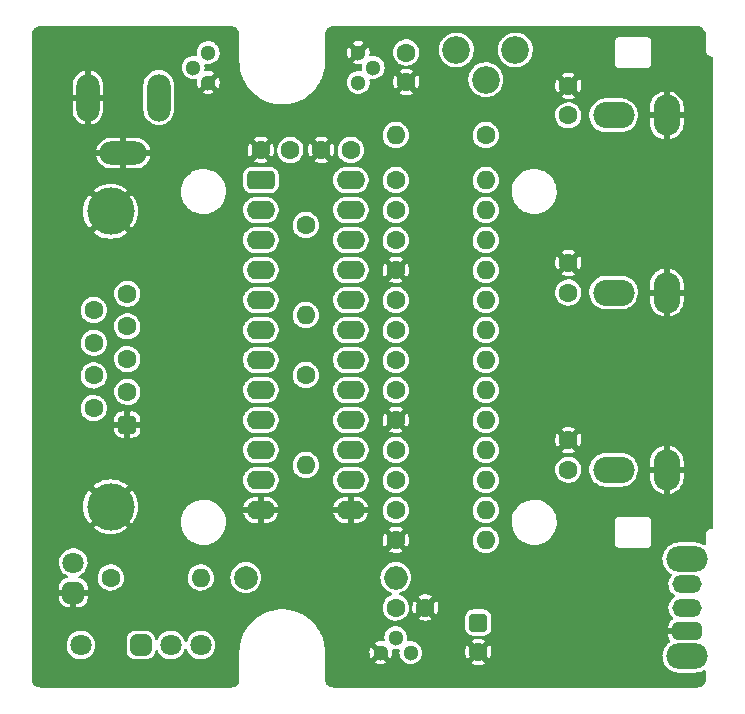
<source format=gbr>
%TF.GenerationSoftware,KiCad,Pcbnew,(6.0.11)*%
%TF.CreationDate,2023-07-09T23:55:29-07:00*%
%TF.ProjectId,cga-ypbpr,6367612d-7970-4627-9072-2e6b69636164,rev?*%
%TF.SameCoordinates,PX2990618PY4bd2668*%
%TF.FileFunction,Copper,L2,Bot*%
%TF.FilePolarity,Positive*%
%FSLAX46Y46*%
G04 Gerber Fmt 4.6, Leading zero omitted, Abs format (unit mm)*
G04 Created by KiCad (PCBNEW (6.0.11)) date 2023-07-09 23:55:29*
%MOMM*%
%LPD*%
G01*
G04 APERTURE LIST*
G04 Aperture macros list*
%AMRoundRect*
0 Rectangle with rounded corners*
0 $1 Rounding radius*
0 $2 $3 $4 $5 $6 $7 $8 $9 X,Y pos of 4 corners*
0 Add a 4 corners polygon primitive as box body*
4,1,4,$2,$3,$4,$5,$6,$7,$8,$9,$2,$3,0*
0 Add four circle primitives for the rounded corners*
1,1,$1+$1,$2,$3*
1,1,$1+$1,$4,$5*
1,1,$1+$1,$6,$7*
1,1,$1+$1,$8,$9*
0 Add four rect primitives between the rounded corners*
20,1,$1+$1,$2,$3,$4,$5,0*
20,1,$1+$1,$4,$5,$6,$7,0*
20,1,$1+$1,$6,$7,$8,$9,0*
20,1,$1+$1,$8,$9,$2,$3,0*%
G04 Aperture macros list end*
%TA.AperFunction,ComponentPad*%
%ADD10C,1.600000*%
%TD*%
%TA.AperFunction,ComponentPad*%
%ADD11O,1.600000X1.600000*%
%TD*%
%TA.AperFunction,ComponentPad*%
%ADD12O,3.500000X2.250000*%
%TD*%
%TA.AperFunction,ComponentPad*%
%ADD13O,2.250000X3.500000*%
%TD*%
%TA.AperFunction,ComponentPad*%
%ADD14O,3.500000X2.200000*%
%TD*%
%TA.AperFunction,ComponentPad*%
%ADD15RoundRect,0.375000X0.875000X-0.375000X0.875000X0.375000X-0.875000X0.375000X-0.875000X-0.375000X0*%
%TD*%
%TA.AperFunction,ComponentPad*%
%ADD16O,2.500000X1.500000*%
%TD*%
%TA.AperFunction,ComponentPad*%
%ADD17C,4.000000*%
%TD*%
%TA.AperFunction,ComponentPad*%
%ADD18RoundRect,0.400000X-0.400000X0.400000X-0.400000X-0.400000X0.400000X-0.400000X0.400000X0.400000X0*%
%TD*%
%TA.AperFunction,ComponentPad*%
%ADD19C,1.800000*%
%TD*%
%TA.AperFunction,ComponentPad*%
%ADD20RoundRect,0.450000X-0.450000X-0.450000X0.450000X-0.450000X0.450000X0.450000X-0.450000X0.450000X0*%
%TD*%
%TA.AperFunction,ComponentPad*%
%ADD21RoundRect,0.450000X0.450000X-0.450000X0.450000X0.450000X-0.450000X0.450000X-0.450000X-0.450000X0*%
%TD*%
%TA.AperFunction,ComponentPad*%
%ADD22C,1.300000*%
%TD*%
%TA.AperFunction,ComponentPad*%
%ADD23C,2.000000*%
%TD*%
%TA.AperFunction,ComponentPad*%
%ADD24O,2.000000X2.000000*%
%TD*%
%TA.AperFunction,ComponentPad*%
%ADD25C,2.340000*%
%TD*%
%TA.AperFunction,ComponentPad*%
%ADD26O,2.000000X4.000000*%
%TD*%
%TA.AperFunction,ComponentPad*%
%ADD27O,4.000000X2.000000*%
%TD*%
%TA.AperFunction,ComponentPad*%
%ADD28RoundRect,0.400000X-0.800000X-0.400000X0.800000X-0.400000X0.800000X0.400000X-0.800000X0.400000X0*%
%TD*%
%TA.AperFunction,ComponentPad*%
%ADD29O,2.400000X1.600000*%
%TD*%
G04 APERTURE END LIST*
D10*
%TO.P,R10,1*%
%TO.N,/Pb2*%
X12932000Y-32890000D03*
D11*
%TO.P,R10,2*%
%TO.N,/Pb*%
X20552000Y-32890000D03*
%TD*%
D10*
%TO.P,R5,1*%
%TO.N,/Y3*%
X12932000Y-20190000D03*
D11*
%TO.P,R5,2*%
%TO.N,/Y*%
X20552000Y-20190000D03*
%TD*%
D10*
%TO.P,R7,1*%
%TO.N,/Y1*%
X12932000Y-25270000D03*
D11*
%TO.P,R7,2*%
%TO.N,/Y*%
X20552000Y-25270000D03*
%TD*%
D10*
%TO.P,R8,1*%
%TO.N,/Y0*%
X12932000Y-27810000D03*
D11*
%TO.P,R8,2*%
%TO.N,/Y*%
X20552000Y-27810000D03*
%TD*%
D10*
%TO.P,R11,1*%
%TO.N,/Pb1*%
X12932000Y-35430000D03*
D11*
%TO.P,R11,2*%
%TO.N,/Pb*%
X20552000Y-35430000D03*
%TD*%
D10*
%TO.P,R6,1*%
%TO.N,/Y2*%
X12932000Y-22730000D03*
D11*
%TO.P,R6,2*%
%TO.N,/Y*%
X20552000Y-22730000D03*
%TD*%
D10*
%TO.P,R9,1*%
%TO.N,GND*%
X12932000Y-30350000D03*
D11*
%TO.P,R9,2*%
%TO.N,/Y*%
X20552000Y-30350000D03*
%TD*%
D10*
%TO.P,C5,1*%
%TO.N,/Y*%
X27537000Y-34555000D03*
%TO.P,C5,2*%
%TO.N,GND*%
X27537000Y-32055000D03*
%TD*%
%TO.P,C2,1*%
%TO.N,+5V*%
X9122000Y-7490000D03*
%TO.P,C2,2*%
%TO.N,GND*%
X6622000Y-7490000D03*
%TD*%
%TO.P,R2,1*%
%TO.N,/Pr1*%
X12932000Y-12570000D03*
D11*
%TO.P,R2,2*%
%TO.N,/Pr*%
X20552000Y-12570000D03*
%TD*%
D10*
%TO.P,R3,1*%
%TO.N,/Pr0*%
X12932000Y-15110000D03*
D11*
%TO.P,R3,2*%
%TO.N,/Pr*%
X20552000Y-15110000D03*
%TD*%
D10*
%TO.P,R4,1*%
%TO.N,GND*%
X12932000Y-17650000D03*
D11*
%TO.P,R4,2*%
%TO.N,/Pr*%
X20552000Y-17650000D03*
%TD*%
D10*
%TO.P,R14,1*%
%TO.N,/VPol*%
X5312000Y-13840000D03*
D11*
%TO.P,R14,2*%
%TO.N,/VS*%
X5312000Y-21460000D03*
%TD*%
D12*
%TO.P,J4,1,In*%
%TO.N,/Pb*%
X31366000Y-19555000D03*
D13*
%TO.P,J4,2,Ext*%
%TO.N,GND*%
X35866000Y-19555000D03*
%TD*%
D10*
%TO.P,C6,1*%
%TO.N,/Pb*%
X27537000Y-19555000D03*
%TO.P,C6,2*%
%TO.N,GND*%
X27537000Y-17055000D03*
%TD*%
D14*
%TO.P,SW2,*%
%TO.N,*%
X37570000Y-50325000D03*
X37570000Y-42125000D03*
D15*
%TO.P,SW2,1,A*%
%TO.N,GND*%
X37570000Y-48225000D03*
D16*
%TO.P,SW2,2,B*%
%TO.N,/Mode*%
X37570000Y-46225000D03*
%TO.P,SW2,3,C*%
%TO.N,+5V*%
X37570000Y-44225000D03*
%TD*%
D17*
%TO.P,J1,0,PAD*%
%TO.N,GND*%
X-11221000Y-37691000D03*
X-11221000Y-12691000D03*
D18*
%TO.P,J1,1,1*%
X-9801000Y-30731000D03*
D10*
%TO.P,J1,2,2*%
%TO.N,/R0*%
X-9801000Y-27961000D03*
%TO.P,J1,3,3*%
%TO.N,/R*%
X-9801000Y-25191000D03*
%TO.P,J1,4,4*%
%TO.N,/G*%
X-9801000Y-22421000D03*
%TO.P,J1,5,5*%
%TO.N,/B*%
X-9801000Y-19651000D03*
%TO.P,J1,6,6*%
%TO.N,/I*%
X-12641000Y-29346000D03*
%TO.P,J1,7,7*%
%TO.N,/M*%
X-12641000Y-26576000D03*
%TO.P,J1,8,8*%
%TO.N,/HS*%
X-12641000Y-23806000D03*
%TO.P,J1,9,9*%
%TO.N,/VS*%
X-12641000Y-21036000D03*
%TD*%
D12*
%TO.P,J5,1,In*%
%TO.N,/Pr*%
X31366000Y-4555000D03*
D13*
%TO.P,J5,2,Ext*%
%TO.N,GND*%
X35866000Y-4555000D03*
%TD*%
D10*
%TO.P,R1,1*%
%TO.N,/Pr2*%
X12932000Y-10030000D03*
D11*
%TO.P,R1,2*%
%TO.N,/Pr*%
X20552000Y-10030000D03*
%TD*%
D10*
%TO.P,R17,1*%
%TO.N,/Bln*%
X5312000Y-26540000D03*
D11*
%TO.P,R17,2*%
%TO.N,+5V*%
X5312000Y-34160000D03*
%TD*%
D19*
%TO.P,SW1,*%
%TO.N,*%
X-13738000Y-49400000D03*
D20*
%TO.P,SW1,1,A*%
%TO.N,/RAW*%
X-8658000Y-49400000D03*
D19*
%TO.P,SW1,2,B*%
%TO.N,/RAW'*%
X-6118000Y-49400000D03*
%TO.P,SW1,3,C*%
%TO.N,unconnected-(SW1-Pad3)*%
X-3578000Y-49400000D03*
%TD*%
D21*
%TO.P,D1,1,K*%
%TO.N,GND*%
X-14373000Y-44955000D03*
D19*
%TO.P,D1,2,A*%
%TO.N,/LED*%
X-14373000Y-42415000D03*
%TD*%
D10*
%TO.P,C8,1*%
%TO.N,/~{HS}*%
X13821000Y765000D03*
%TO.P,C8,2*%
%TO.N,GND*%
X13821000Y-1735000D03*
%TD*%
D22*
%TO.P,Q2,1,S*%
%TO.N,GND*%
X9757000Y765000D03*
%TO.P,Q2,2,G*%
%TO.N,/~{HS}*%
X11027000Y-505000D03*
%TO.P,Q2,3,D*%
%TO.N,/Bln*%
X9757000Y-1775000D03*
%TD*%
D23*
%TO.P,FB1,1*%
%TO.N,/RAW'*%
X232000Y-43685000D03*
D24*
%TO.P,FB1,2*%
%TO.N,/RAW''*%
X12932000Y-43685000D03*
%TD*%
D18*
%TO.P,C4,1*%
%TO.N,+5V*%
X19917000Y-47495000D03*
D10*
%TO.P,C4,2*%
%TO.N,GND*%
X19917000Y-49995000D03*
%TD*%
%TO.P,C1,1*%
%TO.N,/RAW''*%
X12932000Y-46225000D03*
%TO.P,C1,2*%
%TO.N,GND*%
X15432000Y-46225000D03*
%TD*%
D25*
%TO.P,RV1,1,1*%
%TO.N,/~{HS}*%
X23052000Y979000D03*
%TO.P,RV1,2,2*%
%TO.N,/Trim*%
X20552000Y-1521000D03*
%TO.P,RV1,3,3*%
X18052000Y979000D03*
%TD*%
D10*
%TO.P,R16,1*%
%TO.N,/Trim*%
X20552000Y-6220000D03*
D11*
%TO.P,R16,2*%
%TO.N,+5V*%
X12932000Y-6220000D03*
%TD*%
D10*
%TO.P,R15,1*%
%TO.N,/LED*%
X-11198000Y-43685000D03*
D11*
%TO.P,R15,2*%
%TO.N,+5V*%
X-3578000Y-43685000D03*
%TD*%
D10*
%TO.P,C3,1*%
%TO.N,/VPol*%
X4002000Y-7490000D03*
%TO.P,C3,2*%
%TO.N,GND*%
X1502000Y-7490000D03*
%TD*%
D26*
%TO.P,J2,1*%
%TO.N,/RAW*%
X-7134000Y-3045000D03*
%TO.P,J2,2*%
%TO.N,GND*%
X-13134000Y-3045000D03*
D27*
%TO.P,J2,3*%
X-10134000Y-7745000D03*
%TD*%
D10*
%TO.P,R12,1*%
%TO.N,/Pb0*%
X12932000Y-37970000D03*
D11*
%TO.P,R12,2*%
%TO.N,/Pb*%
X20552000Y-37970000D03*
%TD*%
D10*
%TO.P,R13,1*%
%TO.N,GND*%
X12932000Y-40510000D03*
D11*
%TO.P,R13,2*%
%TO.N,/Pb*%
X20552000Y-40510000D03*
%TD*%
D22*
%TO.P,Q1,1,S*%
%TO.N,GND*%
X-2943000Y-1775000D03*
%TO.P,Q1,2,G*%
%TO.N,/HS*%
X-4213000Y-505000D03*
%TO.P,Q1,3,D*%
%TO.N,/~{HS}*%
X-2943000Y765000D03*
%TD*%
%TO.P,U1,1,GND*%
%TO.N,GND*%
X11662000Y-50035000D03*
%TO.P,U1,2,VI*%
%TO.N,/RAW''*%
X12932000Y-48765000D03*
%TO.P,U1,3,VO*%
%TO.N,+5V*%
X14202000Y-50035000D03*
%TD*%
D12*
%TO.P,J3,1,In*%
%TO.N,/Y*%
X31366000Y-34555000D03*
D13*
%TO.P,J3,2,Ext*%
%TO.N,GND*%
X35866000Y-34555000D03*
%TD*%
D10*
%TO.P,C7,1*%
%TO.N,/Pr*%
X27537000Y-4555000D03*
%TO.P,C7,2*%
%TO.N,GND*%
X27537000Y-2055000D03*
%TD*%
D28*
%TO.P,U2,1,CLK*%
%TO.N,/Bln*%
X1502000Y-10030000D03*
D29*
%TO.P,U2,2,I0*%
%TO.N,/HS*%
X1502000Y-12570000D03*
%TO.P,U2,3,I1*%
%TO.N,/VPol*%
X1502000Y-15110000D03*
%TO.P,U2,4,I2*%
%TO.N,/VS*%
X1502000Y-17650000D03*
%TO.P,U2,5,I3*%
%TO.N,/B*%
X1502000Y-20190000D03*
%TO.P,U2,6,I4*%
%TO.N,/G*%
X1502000Y-22730000D03*
%TO.P,U2,7,I5*%
%TO.N,/R*%
X1502000Y-25270000D03*
%TO.P,U2,8,I6*%
%TO.N,/M*%
X1502000Y-27810000D03*
%TO.P,U2,9,I7*%
%TO.N,/I*%
X1502000Y-30350000D03*
%TO.P,U2,10,I8*%
%TO.N,/R0*%
X1502000Y-32890000D03*
%TO.P,U2,11,I9*%
%TO.N,/Mode*%
X1502000Y-35430000D03*
%TO.P,U2,12,GND*%
%TO.N,GND*%
X1502000Y-37970000D03*
%TO.P,U2,13,~{OE}*%
X9122000Y-37970000D03*
%TO.P,U2,14,O9*%
%TO.N,/Pb0*%
X9122000Y-35430000D03*
%TO.P,U2,15,O8*%
%TO.N,/Pb1*%
X9122000Y-32890000D03*
%TO.P,U2,16,O7*%
%TO.N,/Pb2*%
X9122000Y-30350000D03*
%TO.P,U2,17,O6*%
%TO.N,/Y0*%
X9122000Y-27810000D03*
%TO.P,U2,18,O5*%
%TO.N,/Y1*%
X9122000Y-25270000D03*
%TO.P,U2,19,O4*%
%TO.N,/Y2*%
X9122000Y-22730000D03*
%TO.P,U2,20,O3*%
%TO.N,/Y3*%
X9122000Y-20190000D03*
%TO.P,U2,21,O2*%
%TO.N,/Pr0*%
X9122000Y-17650000D03*
%TO.P,U2,22,O1*%
%TO.N,/Pr1*%
X9122000Y-15110000D03*
%TO.P,U2,23,O0*%
%TO.N,/Pr2*%
X9122000Y-12570000D03*
%TO.P,U2,24,VCC*%
%TO.N,+5V*%
X9122000Y-10030000D03*
%TD*%
%TA.AperFunction,Conductor*%
%TO.N,GND*%
G36*
X-1015858Y2997786D02*
G01*
X-1000000Y2994990D01*
X-989145Y2996904D01*
X-978121Y2996904D01*
X-978121Y2995865D01*
X-965655Y2996317D01*
X-876821Y2987568D01*
X-852595Y2982749D01*
X-746027Y2950422D01*
X-723207Y2940970D01*
X-624990Y2888472D01*
X-604452Y2874749D01*
X-518366Y2804099D01*
X-500901Y2786634D01*
X-430251Y2700548D01*
X-416528Y2680010D01*
X-364030Y2581793D01*
X-354578Y2558973D01*
X-322251Y2452405D01*
X-317432Y2428179D01*
X-308683Y2339345D01*
X-309135Y2326879D01*
X-308096Y2326879D01*
X-308096Y2315855D01*
X-310010Y2305000D01*
X-308096Y2294146D01*
X-307214Y2289144D01*
X-305300Y2267264D01*
X-305300Y37736D01*
X-307214Y15858D01*
X-310010Y0D01*
X-309930Y-454D01*
X-309388Y-11149D01*
X-309388Y-11150D01*
X-297322Y-249067D01*
X-291355Y-366730D01*
X-290872Y-369884D01*
X-290871Y-369892D01*
X-267867Y-520051D01*
X-235750Y-729698D01*
X-234952Y-732780D01*
X-152048Y-1052972D01*
X-143710Y-1085177D01*
X-142603Y-1088166D01*
X-23704Y-1409202D01*
X-16179Y-1429521D01*
X-14772Y-1432390D01*
X-14770Y-1432394D01*
X17803Y-1498798D01*
X145535Y-1759197D01*
X147231Y-1761918D01*
X336739Y-2065955D01*
X339771Y-2070820D01*
X341723Y-2073342D01*
X341728Y-2073349D01*
X466971Y-2235150D01*
X564537Y-2361195D01*
X566733Y-2363505D01*
X814242Y-2623884D01*
X817527Y-2627340D01*
X1096145Y-2866525D01*
X1397530Y-3076296D01*
X1509864Y-3138646D01*
X1706312Y-3247683D01*
X1718592Y-3254499D01*
X2056035Y-3399307D01*
X2406396Y-3509234D01*
X2766081Y-3583151D01*
X2769244Y-3583473D01*
X2769253Y-3583474D01*
X3128220Y-3619977D01*
X3128225Y-3619977D01*
X3131399Y-3620300D01*
X3498601Y-3620300D01*
X3501775Y-3619977D01*
X3501780Y-3619977D01*
X3860747Y-3583474D01*
X3860756Y-3583473D01*
X3863919Y-3583151D01*
X4223604Y-3509234D01*
X4573965Y-3399307D01*
X4911408Y-3254499D01*
X4923689Y-3247683D01*
X5120136Y-3138646D01*
X5232470Y-3076296D01*
X5533855Y-2866525D01*
X5812473Y-2627340D01*
X5815759Y-2623884D01*
X6063267Y-2363505D01*
X6065463Y-2361195D01*
X6163029Y-2235150D01*
X6288272Y-2073349D01*
X6288277Y-2073342D01*
X6290229Y-2070820D01*
X6293262Y-2065955D01*
X6482769Y-1761918D01*
X6482969Y-1761597D01*
X8797172Y-1761597D01*
X8798546Y-1777965D01*
X8812325Y-1942053D01*
X8812848Y-1948284D01*
X8827529Y-1999484D01*
X8857439Y-2103790D01*
X8864487Y-2128371D01*
X8867306Y-2133856D01*
X8947304Y-2289516D01*
X8947307Y-2289521D01*
X8950122Y-2294998D01*
X9066490Y-2441818D01*
X9071184Y-2445813D01*
X9184192Y-2541990D01*
X9209159Y-2563239D01*
X9214537Y-2566245D01*
X9214539Y-2566246D01*
X9366493Y-2651170D01*
X9372696Y-2654637D01*
X9550871Y-2712529D01*
X9736897Y-2734711D01*
X9743032Y-2734239D01*
X9743034Y-2734239D01*
X9917548Y-2720812D01*
X9917553Y-2720811D01*
X9923689Y-2720339D01*
X9929621Y-2718683D01*
X9929625Y-2718682D01*
X10089702Y-2673987D01*
X13246373Y-2673987D01*
X13256253Y-2686474D01*
X13286778Y-2706870D01*
X13296881Y-2712356D01*
X13472828Y-2787949D01*
X13483771Y-2791504D01*
X13670541Y-2833766D01*
X13681949Y-2835268D01*
X13873299Y-2842785D01*
X13884783Y-2842183D01*
X14074301Y-2814705D01*
X14085484Y-2812021D01*
X14266816Y-2750467D01*
X14277331Y-2745785D01*
X14386679Y-2684547D01*
X14396543Y-2674469D01*
X14393588Y-2666798D01*
X13833812Y-2107022D01*
X13819868Y-2099408D01*
X13818035Y-2099539D01*
X13811420Y-2103790D01*
X13252570Y-2662640D01*
X13246373Y-2673987D01*
X10089702Y-2673987D01*
X10098187Y-2671618D01*
X10098191Y-2671617D01*
X10104131Y-2669958D01*
X10109635Y-2667178D01*
X10109637Y-2667177D01*
X10265851Y-2588268D01*
X10265853Y-2588267D01*
X10271352Y-2585489D01*
X10418981Y-2470149D01*
X10541395Y-2328330D01*
X10551329Y-2310844D01*
X10594328Y-2235150D01*
X10633932Y-2165435D01*
X10693067Y-1987669D01*
X10709378Y-1858558D01*
X10716106Y-1805305D01*
X10716107Y-1805293D01*
X10716548Y-1801803D01*
X10716922Y-1775000D01*
X10710717Y-1711722D01*
X12712225Y-1711722D01*
X12724749Y-1902801D01*
X12726550Y-1914171D01*
X12773686Y-2099770D01*
X12777527Y-2110617D01*
X12857699Y-2284524D01*
X12863448Y-2294481D01*
X12869084Y-2302456D01*
X12879673Y-2310844D01*
X12892974Y-2303816D01*
X13448978Y-1747812D01*
X13455356Y-1736132D01*
X14185408Y-1736132D01*
X14185539Y-1737965D01*
X14189790Y-1744580D01*
X14748883Y-2303673D01*
X14761263Y-2310433D01*
X14767843Y-2305507D01*
X14831785Y-2191331D01*
X14836467Y-2180816D01*
X14898021Y-1999484D01*
X14900705Y-1988301D01*
X14928479Y-1796742D01*
X14929109Y-1789359D01*
X14930436Y-1738704D01*
X14930193Y-1731305D01*
X14912483Y-1538558D01*
X14910386Y-1527244D01*
X14898424Y-1484832D01*
X19072086Y-1484832D01*
X19072383Y-1489984D01*
X19072383Y-1489988D01*
X19082356Y-1662939D01*
X19086051Y-1727026D01*
X19087188Y-1732072D01*
X19087189Y-1732078D01*
X19107688Y-1823038D01*
X19139385Y-1963687D01*
X19141327Y-1968469D01*
X19141328Y-1968473D01*
X19228711Y-2183672D01*
X19230655Y-2188459D01*
X19357411Y-2395307D01*
X19360795Y-2399213D01*
X19360796Y-2399215D01*
X19382084Y-2423790D01*
X19516249Y-2578674D01*
X19702903Y-2733637D01*
X19912359Y-2856033D01*
X19917184Y-2857875D01*
X19917185Y-2857876D01*
X19944601Y-2868345D01*
X20138994Y-2942577D01*
X20144056Y-2943607D01*
X20144060Y-2943608D01*
X20268904Y-2969007D01*
X20376720Y-2990942D01*
X20513191Y-2995946D01*
X20613989Y-2999643D01*
X20613993Y-2999643D01*
X20619153Y-2999832D01*
X20624273Y-2999176D01*
X20624275Y-2999176D01*
X20664782Y-2993987D01*
X26962373Y-2993987D01*
X26972253Y-3006474D01*
X27002778Y-3026870D01*
X27012881Y-3032356D01*
X27188828Y-3107949D01*
X27199771Y-3111504D01*
X27386541Y-3153766D01*
X27397949Y-3155268D01*
X27589299Y-3162785D01*
X27600783Y-3162183D01*
X27790301Y-3134705D01*
X27801484Y-3132021D01*
X27982816Y-3070467D01*
X27993331Y-3065785D01*
X28102679Y-3004547D01*
X28112543Y-2994469D01*
X28109588Y-2986798D01*
X27549812Y-2427022D01*
X27535868Y-2419408D01*
X27534035Y-2419539D01*
X27527420Y-2423790D01*
X26968570Y-2982640D01*
X26962373Y-2993987D01*
X20664782Y-2993987D01*
X20854655Y-2969664D01*
X20854656Y-2969664D01*
X20859783Y-2969007D01*
X20947879Y-2942577D01*
X21087202Y-2900778D01*
X21087203Y-2900777D01*
X21092148Y-2899294D01*
X21310006Y-2792566D01*
X21316234Y-2788124D01*
X21503304Y-2654688D01*
X21507507Y-2651690D01*
X21528839Y-2630433D01*
X21611172Y-2548386D01*
X21679348Y-2480448D01*
X21820913Y-2283440D01*
X21841910Y-2240957D01*
X21926106Y-2070597D01*
X21926107Y-2070595D01*
X21928400Y-2065955D01*
X21938801Y-2031722D01*
X26428225Y-2031722D01*
X26440749Y-2222801D01*
X26442550Y-2234171D01*
X26489686Y-2419770D01*
X26493527Y-2430617D01*
X26573699Y-2604524D01*
X26579448Y-2614481D01*
X26585084Y-2622456D01*
X26595673Y-2630844D01*
X26608974Y-2623816D01*
X27164978Y-2067812D01*
X27171356Y-2056132D01*
X27901408Y-2056132D01*
X27901539Y-2057965D01*
X27905790Y-2064580D01*
X28464883Y-2623673D01*
X28477263Y-2630433D01*
X28483843Y-2625507D01*
X28547785Y-2511331D01*
X28552467Y-2500816D01*
X28614021Y-2319484D01*
X28616705Y-2308301D01*
X28644479Y-2116742D01*
X28645109Y-2109359D01*
X28646436Y-2058704D01*
X28646193Y-2051305D01*
X28628483Y-1858558D01*
X28626386Y-1847244D01*
X28574406Y-1662939D01*
X28570284Y-1652200D01*
X28486630Y-1482568D01*
X28479582Y-1477278D01*
X28467158Y-1484052D01*
X27909022Y-2042188D01*
X27901408Y-2056132D01*
X27171356Y-2056132D01*
X27172592Y-2053868D01*
X27172461Y-2052035D01*
X27168210Y-2045420D01*
X26607912Y-1485122D01*
X26595532Y-1478362D01*
X26589566Y-1482828D01*
X26514617Y-1625283D01*
X26510212Y-1635917D01*
X26453426Y-1818798D01*
X26451034Y-1830052D01*
X26428526Y-2020221D01*
X26428225Y-2031722D01*
X21938801Y-2031722D01*
X21998923Y-1833836D01*
X22030589Y-1593315D01*
X22030671Y-1589965D01*
X22032274Y-1524365D01*
X22032274Y-1524361D01*
X22032356Y-1521000D01*
X22021574Y-1389857D01*
X22012902Y-1284370D01*
X22012901Y-1284364D01*
X22012478Y-1279219D01*
X21981849Y-1157278D01*
X21971483Y-1116010D01*
X26962122Y-1116010D01*
X26965608Y-1124398D01*
X27524188Y-1682978D01*
X27538132Y-1690592D01*
X27539965Y-1690461D01*
X27546580Y-1686210D01*
X28104961Y-1127829D01*
X28111721Y-1115449D01*
X28105691Y-1107394D01*
X28045601Y-1069480D01*
X28035353Y-1064259D01*
X27857493Y-993300D01*
X27846456Y-990031D01*
X27658644Y-952672D01*
X27647199Y-951469D01*
X27455729Y-948963D01*
X27444249Y-949866D01*
X27255529Y-982294D01*
X27244409Y-985274D01*
X27064750Y-1051554D01*
X27054372Y-1056504D01*
X26971720Y-1105677D01*
X26962122Y-1116010D01*
X21971483Y-1116010D01*
X21954637Y-1048943D01*
X21954636Y-1048939D01*
X21953378Y-1043932D01*
X21947246Y-1029829D01*
X21858703Y-826194D01*
X21858701Y-826191D01*
X21856643Y-821457D01*
X21724871Y-617768D01*
X21695642Y-585645D01*
X21565078Y-442158D01*
X21565076Y-442157D01*
X21561600Y-438336D01*
X21557549Y-435137D01*
X21557545Y-435133D01*
X21375272Y-291182D01*
X21375268Y-291180D01*
X21371217Y-287980D01*
X21158832Y-170738D01*
X21153963Y-169014D01*
X21153959Y-169012D01*
X20935026Y-91483D01*
X20935022Y-91482D01*
X20930151Y-89757D01*
X20925058Y-88850D01*
X20925055Y-88849D01*
X20696403Y-48120D01*
X20696397Y-48119D01*
X20691314Y-47214D01*
X20597702Y-46070D01*
X20453905Y-44313D01*
X20453903Y-44313D01*
X20448736Y-44250D01*
X20208931Y-80945D01*
X19978339Y-156314D01*
X19938377Y-177117D01*
X19800163Y-249067D01*
X19763153Y-268333D01*
X19759020Y-271436D01*
X19759017Y-271438D01*
X19573288Y-410888D01*
X19569153Y-413993D01*
X19528426Y-456611D01*
X19430543Y-559040D01*
X19401547Y-589382D01*
X19398633Y-593654D01*
X19398632Y-593655D01*
X19351810Y-662294D01*
X19264838Y-789790D01*
X19162696Y-1009836D01*
X19161314Y-1014818D01*
X19161314Y-1014819D01*
X19147603Y-1064259D01*
X19097865Y-1243609D01*
X19072086Y-1484832D01*
X14898424Y-1484832D01*
X14858406Y-1342939D01*
X14854284Y-1332200D01*
X14770630Y-1162568D01*
X14763582Y-1157278D01*
X14751158Y-1164052D01*
X14193022Y-1722188D01*
X14185408Y-1736132D01*
X13455356Y-1736132D01*
X13456592Y-1733868D01*
X13456461Y-1732035D01*
X13452210Y-1725420D01*
X12891912Y-1165122D01*
X12879532Y-1158362D01*
X12873566Y-1162828D01*
X12798617Y-1305283D01*
X12794212Y-1315917D01*
X12737426Y-1498798D01*
X12735034Y-1510052D01*
X12712526Y-1700221D01*
X12712225Y-1711722D01*
X10710717Y-1711722D01*
X10698640Y-1588550D01*
X10699642Y-1588452D01*
X10705518Y-1523412D01*
X10749120Y-1467382D01*
X10816092Y-1443819D01*
X10837648Y-1444530D01*
X10978430Y-1461317D01*
X11006897Y-1464711D01*
X11013032Y-1464239D01*
X11013034Y-1464239D01*
X11187548Y-1450812D01*
X11187553Y-1450811D01*
X11193689Y-1450339D01*
X11199621Y-1448683D01*
X11199625Y-1448682D01*
X11368187Y-1401618D01*
X11368191Y-1401617D01*
X11374131Y-1399958D01*
X11379635Y-1397178D01*
X11379637Y-1397177D01*
X11535851Y-1318268D01*
X11535853Y-1318267D01*
X11541352Y-1315489D01*
X11648449Y-1231816D01*
X11684120Y-1203947D01*
X11684121Y-1203946D01*
X11688981Y-1200149D01*
X11811395Y-1058330D01*
X11815245Y-1051554D01*
X11860567Y-971772D01*
X11903932Y-895435D01*
X11937006Y-796010D01*
X13246122Y-796010D01*
X13249608Y-804398D01*
X13808188Y-1362978D01*
X13822132Y-1370592D01*
X13823965Y-1370461D01*
X13830580Y-1366210D01*
X14388961Y-807829D01*
X14395721Y-795449D01*
X14389691Y-787394D01*
X14329601Y-749480D01*
X14319353Y-744259D01*
X14141493Y-673300D01*
X14130456Y-670031D01*
X13942644Y-632672D01*
X13931199Y-631469D01*
X13739729Y-628963D01*
X13728249Y-629866D01*
X13539529Y-662294D01*
X13528409Y-665274D01*
X13348750Y-731554D01*
X13338372Y-736504D01*
X13255720Y-785677D01*
X13246122Y-796010D01*
X11937006Y-796010D01*
X11963067Y-717669D01*
X11973957Y-631469D01*
X11986106Y-535305D01*
X11986107Y-535298D01*
X11986548Y-531803D01*
X11986922Y-505000D01*
X11968640Y-318550D01*
X11966859Y-312651D01*
X11966858Y-312646D01*
X11931251Y-194711D01*
X11914492Y-139202D01*
X11899587Y-111170D01*
X11829433Y20771D01*
X11829431Y20774D01*
X11826539Y26213D01*
X11708133Y171394D01*
X11646039Y222762D01*
X11568532Y286882D01*
X11568529Y286884D01*
X11563782Y290811D01*
X11398985Y379917D01*
X11276805Y417738D01*
X11225906Y433494D01*
X11225903Y433495D01*
X11220019Y435316D01*
X11213894Y435960D01*
X11213893Y435960D01*
X11039829Y454255D01*
X11039828Y454255D01*
X11033701Y454899D01*
X10847129Y437919D01*
X10843415Y436826D01*
X10773544Y443634D01*
X10717822Y487629D01*
X10694730Y554765D01*
X10695593Y576310D01*
X10715603Y734707D01*
X10716095Y741736D01*
X10716371Y761495D01*
X10716078Y768488D01*
X10713571Y794057D01*
X12711345Y794057D01*
X12724631Y591352D01*
X12726052Y585756D01*
X12726053Y585751D01*
X12764353Y434948D01*
X12774635Y394463D01*
X12777052Y389220D01*
X12783808Y374565D01*
X12859681Y209983D01*
X12976923Y44090D01*
X13000861Y20771D01*
X13095676Y-71594D01*
X13122432Y-97659D01*
X13127228Y-100864D01*
X13127231Y-100866D01*
X13234840Y-172768D01*
X13291337Y-210518D01*
X13296640Y-212796D01*
X13296643Y-212798D01*
X13425905Y-268333D01*
X13477980Y-290706D01*
X13543012Y-305421D01*
X13670474Y-334263D01*
X13670479Y-334264D01*
X13676111Y-335538D01*
X13681882Y-335765D01*
X13681884Y-335765D01*
X13738793Y-338001D01*
X13879095Y-343514D01*
X14016523Y-323588D01*
X14074411Y-315195D01*
X14074415Y-315194D01*
X14080133Y-314365D01*
X14085605Y-312507D01*
X14085607Y-312507D01*
X14267028Y-250922D01*
X14267030Y-250921D01*
X14272492Y-249067D01*
X14433848Y-158704D01*
X14444694Y-152630D01*
X14444695Y-152629D01*
X14449731Y-149809D01*
X14462485Y-139202D01*
X14576651Y-44250D01*
X14605913Y-19913D01*
X14735809Y136269D01*
X14835067Y313508D01*
X14838583Y323866D01*
X14898507Y500393D01*
X14898507Y500395D01*
X14900365Y505867D01*
X14901398Y512986D01*
X14928981Y703231D01*
X14929514Y706905D01*
X14931035Y765000D01*
X14912447Y967288D01*
X14898944Y1015168D01*
X16572086Y1015168D01*
X16572383Y1010016D01*
X16572383Y1010012D01*
X16576119Y945219D01*
X16586051Y772974D01*
X16587188Y767928D01*
X16587189Y767922D01*
X16610122Y666164D01*
X16639385Y536313D01*
X16641327Y531531D01*
X16641328Y531527D01*
X16728711Y316328D01*
X16730655Y311541D01*
X16857411Y104693D01*
X17016249Y-78674D01*
X17202903Y-233637D01*
X17412359Y-356033D01*
X17417184Y-357875D01*
X17417185Y-357876D01*
X17448652Y-369892D01*
X17638994Y-442577D01*
X17644056Y-443607D01*
X17644060Y-443608D01*
X17768904Y-469007D01*
X17876720Y-490942D01*
X18013191Y-495946D01*
X18113989Y-499643D01*
X18113993Y-499643D01*
X18119153Y-499832D01*
X18124273Y-499176D01*
X18124275Y-499176D01*
X18354655Y-469664D01*
X18354656Y-469664D01*
X18359783Y-469007D01*
X18401101Y-456611D01*
X18587202Y-400778D01*
X18587203Y-400777D01*
X18592148Y-399294D01*
X18810006Y-292566D01*
X18822446Y-283693D01*
X19003304Y-154688D01*
X19007507Y-151690D01*
X19013099Y-146118D01*
X19146668Y-13014D01*
X19179348Y19552D01*
X19320913Y216560D01*
X19359059Y293742D01*
X19426106Y429403D01*
X19426107Y429405D01*
X19428400Y434045D01*
X19498923Y666164D01*
X19530589Y906685D01*
X19530671Y910035D01*
X19532274Y975635D01*
X19532274Y975639D01*
X19532356Y979000D01*
X19529382Y1015168D01*
X21572086Y1015168D01*
X21572383Y1010016D01*
X21572383Y1010012D01*
X21576119Y945219D01*
X21586051Y772974D01*
X21587188Y767928D01*
X21587189Y767922D01*
X21610122Y666164D01*
X21639385Y536313D01*
X21641327Y531531D01*
X21641328Y531527D01*
X21728711Y316328D01*
X21730655Y311541D01*
X21857411Y104693D01*
X22016249Y-78674D01*
X22202903Y-233637D01*
X22412359Y-356033D01*
X22417184Y-357875D01*
X22417185Y-357876D01*
X22448652Y-369892D01*
X22638994Y-442577D01*
X22644056Y-443607D01*
X22644060Y-443608D01*
X22768904Y-469007D01*
X22876720Y-490942D01*
X23013191Y-495946D01*
X23113989Y-499643D01*
X23113993Y-499643D01*
X23119153Y-499832D01*
X23124273Y-499176D01*
X23124275Y-499176D01*
X23354655Y-469664D01*
X23354656Y-469664D01*
X23359783Y-469007D01*
X23401101Y-456611D01*
X23587202Y-400778D01*
X23587203Y-400777D01*
X23592148Y-399294D01*
X23810006Y-292566D01*
X23822446Y-283693D01*
X23905162Y-224692D01*
X31507894Y-224692D01*
X31508898Y-236282D01*
X31511230Y-263209D01*
X31511700Y-274081D01*
X31511700Y-283393D01*
X31512960Y-290159D01*
X31514620Y-302355D01*
X31517708Y-338001D01*
X31522817Y-348452D01*
X31523792Y-351969D01*
X31525106Y-355373D01*
X31527236Y-366811D01*
X31533340Y-376714D01*
X31533341Y-376716D01*
X31546008Y-397265D01*
X31551945Y-408042D01*
X31567655Y-440180D01*
X31576187Y-448094D01*
X31578367Y-451029D01*
X31580810Y-453724D01*
X31586915Y-463628D01*
X31596174Y-470669D01*
X31596176Y-470671D01*
X31615389Y-485281D01*
X31624811Y-493200D01*
X31651037Y-517528D01*
X31661845Y-521840D01*
X31664930Y-523790D01*
X31668186Y-525428D01*
X31677447Y-532470D01*
X31688618Y-535705D01*
X31688620Y-535706D01*
X31711805Y-542420D01*
X31723446Y-546417D01*
X31734380Y-550779D01*
X31756673Y-559673D01*
X31763068Y-560300D01*
X31766152Y-560300D01*
X31769220Y-560450D01*
X31769214Y-560578D01*
X31775583Y-560889D01*
X31786692Y-564106D01*
X31825208Y-560770D01*
X31836081Y-560300D01*
X34163537Y-560300D01*
X34175582Y-560889D01*
X34186692Y-564106D01*
X34225208Y-560770D01*
X34236081Y-560300D01*
X34245393Y-560300D01*
X34252162Y-559040D01*
X34264355Y-557380D01*
X34278915Y-556119D01*
X34288413Y-555296D01*
X34288414Y-555296D01*
X34300001Y-554292D01*
X34310452Y-549183D01*
X34313969Y-548208D01*
X34317373Y-546894D01*
X34328811Y-544764D01*
X34338714Y-538660D01*
X34338716Y-538659D01*
X34359265Y-525992D01*
X34370042Y-520055D01*
X34402180Y-504345D01*
X34410096Y-495811D01*
X34413034Y-493629D01*
X34415725Y-491189D01*
X34425628Y-485085D01*
X34432669Y-475826D01*
X34432671Y-475824D01*
X34447281Y-456611D01*
X34455201Y-447188D01*
X34463412Y-438336D01*
X34479528Y-420963D01*
X34483840Y-410155D01*
X34485790Y-407070D01*
X34487428Y-403814D01*
X34494470Y-394553D01*
X34499636Y-376716D01*
X34504420Y-360195D01*
X34508417Y-348554D01*
X34517940Y-324684D01*
X34521673Y-315327D01*
X34522300Y-308932D01*
X34522300Y-305848D01*
X34522450Y-302780D01*
X34522578Y-302786D01*
X34522889Y-296417D01*
X34526106Y-285308D01*
X34522770Y-246791D01*
X34522300Y-235919D01*
X34522300Y1691537D01*
X34522889Y1703582D01*
X34526106Y1714692D01*
X34522770Y1753209D01*
X34522300Y1764081D01*
X34522300Y1773393D01*
X34521040Y1780162D01*
X34519379Y1792361D01*
X34517296Y1816413D01*
X34517296Y1816414D01*
X34516292Y1828001D01*
X34511183Y1838452D01*
X34510208Y1841969D01*
X34508894Y1845373D01*
X34506764Y1856811D01*
X34499233Y1869030D01*
X34487992Y1887265D01*
X34482051Y1898049D01*
X34475907Y1910618D01*
X34466345Y1930180D01*
X34457811Y1938096D01*
X34455629Y1941034D01*
X34453189Y1943725D01*
X34447085Y1953628D01*
X34437826Y1960669D01*
X34437824Y1960671D01*
X34418611Y1975281D01*
X34409188Y1983201D01*
X34408727Y1983629D01*
X34382963Y2007528D01*
X34372155Y2011840D01*
X34369070Y2013790D01*
X34365814Y2015428D01*
X34356553Y2022470D01*
X34345382Y2025705D01*
X34345380Y2025706D01*
X34322195Y2032420D01*
X34310554Y2036417D01*
X34299620Y2040779D01*
X34277327Y2049673D01*
X34270932Y2050300D01*
X34267848Y2050300D01*
X34264780Y2050450D01*
X34264786Y2050578D01*
X34258417Y2050889D01*
X34247308Y2054106D01*
X34214285Y2051246D01*
X34208791Y2050770D01*
X34197919Y2050300D01*
X31870463Y2050300D01*
X31858418Y2050889D01*
X31847308Y2054106D01*
X31814285Y2051246D01*
X31808791Y2050770D01*
X31797919Y2050300D01*
X31788607Y2050300D01*
X31781838Y2049040D01*
X31769645Y2047380D01*
X31755085Y2046119D01*
X31745587Y2045296D01*
X31745586Y2045296D01*
X31733999Y2044292D01*
X31723548Y2039183D01*
X31720031Y2038208D01*
X31716627Y2036894D01*
X31705189Y2034764D01*
X31695286Y2028660D01*
X31695284Y2028659D01*
X31674735Y2015992D01*
X31663958Y2010055D01*
X31631820Y1994345D01*
X31623904Y1985811D01*
X31620966Y1983629D01*
X31618275Y1981189D01*
X31608372Y1975085D01*
X31601331Y1965826D01*
X31601329Y1965824D01*
X31586719Y1946611D01*
X31578800Y1937189D01*
X31554472Y1910963D01*
X31550160Y1900155D01*
X31548210Y1897070D01*
X31546572Y1893814D01*
X31539530Y1884553D01*
X31536295Y1873382D01*
X31536294Y1873380D01*
X31529580Y1850195D01*
X31525583Y1838554D01*
X31512327Y1805327D01*
X31511700Y1798932D01*
X31511700Y1795848D01*
X31511550Y1792780D01*
X31511422Y1792786D01*
X31511111Y1786417D01*
X31507894Y1775308D01*
X31508898Y1763718D01*
X31511230Y1736791D01*
X31511700Y1725919D01*
X31511700Y-201537D01*
X31511111Y-213582D01*
X31507894Y-224692D01*
X23905162Y-224692D01*
X24003304Y-154688D01*
X24007507Y-151690D01*
X24013099Y-146118D01*
X24146668Y-13014D01*
X24179348Y19552D01*
X24320913Y216560D01*
X24359059Y293742D01*
X24426106Y429403D01*
X24426107Y429405D01*
X24428400Y434045D01*
X24498923Y666164D01*
X24530589Y906685D01*
X24530671Y910035D01*
X24532274Y975635D01*
X24532274Y975639D01*
X24532356Y979000D01*
X24519990Y1129408D01*
X24512902Y1215630D01*
X24512901Y1215636D01*
X24512478Y1220781D01*
X24458263Y1436620D01*
X24454637Y1451057D01*
X24454636Y1451061D01*
X24453378Y1456068D01*
X24451319Y1460804D01*
X24358703Y1673806D01*
X24358701Y1673809D01*
X24356643Y1678543D01*
X24224871Y1882232D01*
X24220292Y1887265D01*
X24065078Y2057842D01*
X24065076Y2057843D01*
X24061600Y2061664D01*
X24057549Y2064863D01*
X24057545Y2064867D01*
X23875272Y2208818D01*
X23875268Y2208820D01*
X23871217Y2212020D01*
X23658832Y2329262D01*
X23653963Y2330986D01*
X23653959Y2330988D01*
X23435026Y2408517D01*
X23435022Y2408518D01*
X23430151Y2410243D01*
X23425058Y2411150D01*
X23425055Y2411151D01*
X23196403Y2451880D01*
X23196397Y2451881D01*
X23191314Y2452786D01*
X23097702Y2453930D01*
X22953905Y2455687D01*
X22953903Y2455687D01*
X22948736Y2455750D01*
X22708931Y2419055D01*
X22478339Y2343686D01*
X22263153Y2231667D01*
X22259020Y2228564D01*
X22259017Y2228562D01*
X22232721Y2208818D01*
X22069153Y2086007D01*
X22002245Y2015992D01*
X21963341Y1975281D01*
X21901547Y1910618D01*
X21898633Y1906346D01*
X21898632Y1906345D01*
X21844630Y1827181D01*
X21764838Y1710210D01*
X21662696Y1490164D01*
X21597865Y1256391D01*
X21572086Y1015168D01*
X19529382Y1015168D01*
X19519990Y1129408D01*
X19512902Y1215630D01*
X19512901Y1215636D01*
X19512478Y1220781D01*
X19458263Y1436620D01*
X19454637Y1451057D01*
X19454636Y1451061D01*
X19453378Y1456068D01*
X19451319Y1460804D01*
X19358703Y1673806D01*
X19358701Y1673809D01*
X19356643Y1678543D01*
X19224871Y1882232D01*
X19220292Y1887265D01*
X19065078Y2057842D01*
X19065076Y2057843D01*
X19061600Y2061664D01*
X19057549Y2064863D01*
X19057545Y2064867D01*
X18875272Y2208818D01*
X18875268Y2208820D01*
X18871217Y2212020D01*
X18658832Y2329262D01*
X18653963Y2330986D01*
X18653959Y2330988D01*
X18435026Y2408517D01*
X18435022Y2408518D01*
X18430151Y2410243D01*
X18425058Y2411150D01*
X18425055Y2411151D01*
X18196403Y2451880D01*
X18196397Y2451881D01*
X18191314Y2452786D01*
X18097702Y2453930D01*
X17953905Y2455687D01*
X17953903Y2455687D01*
X17948736Y2455750D01*
X17708931Y2419055D01*
X17478339Y2343686D01*
X17263153Y2231667D01*
X17259020Y2228564D01*
X17259017Y2228562D01*
X17232721Y2208818D01*
X17069153Y2086007D01*
X17002245Y2015992D01*
X16963341Y1975281D01*
X16901547Y1910618D01*
X16898633Y1906346D01*
X16898632Y1906345D01*
X16844630Y1827181D01*
X16764838Y1710210D01*
X16662696Y1490164D01*
X16597865Y1256391D01*
X16572086Y1015168D01*
X14898944Y1015168D01*
X14857307Y1162801D01*
X14767460Y1344992D01*
X14645917Y1507758D01*
X14627732Y1524568D01*
X14500986Y1641731D01*
X14500983Y1641733D01*
X14496746Y1645650D01*
X14408151Y1701549D01*
X14329829Y1750967D01*
X14329824Y1750969D01*
X14324945Y1754048D01*
X14136267Y1829323D01*
X13937030Y1868954D01*
X13931255Y1869030D01*
X13931251Y1869030D01*
X13829762Y1870358D01*
X13733908Y1871613D01*
X13728211Y1870634D01*
X13728210Y1870634D01*
X13539399Y1838190D01*
X13533702Y1837211D01*
X13343118Y1766901D01*
X13338157Y1763949D01*
X13338156Y1763949D01*
X13237107Y1703831D01*
X13168538Y1663037D01*
X13015809Y1529098D01*
X12890046Y1369568D01*
X12887357Y1364457D01*
X12887355Y1364454D01*
X12877116Y1344992D01*
X12795461Y1189792D01*
X12735222Y995789D01*
X12711345Y794057D01*
X10713571Y794057D01*
X10698749Y945219D01*
X10696366Y957254D01*
X10645809Y1124708D01*
X10641134Y1136049D01*
X10596225Y1220512D01*
X10586363Y1230595D01*
X10579237Y1228027D01*
X9298554Y-52656D01*
X9291794Y-65036D01*
X9296703Y-71594D01*
X9367517Y-111170D01*
X9378757Y-116081D01*
X9545120Y-170135D01*
X9557094Y-172768D01*
X9730795Y-193481D01*
X9743044Y-193738D01*
X9917460Y-180317D01*
X9935602Y-177117D01*
X9935886Y-178726D01*
X9998967Y-179559D01*
X10058181Y-218728D01*
X10086818Y-283693D01*
X10087090Y-314021D01*
X10077753Y-397265D01*
X10067172Y-491597D01*
X10082848Y-678284D01*
X10084546Y-684206D01*
X10084949Y-686402D01*
X10077572Y-757014D01*
X10033190Y-812429D01*
X9965894Y-835052D01*
X9947851Y-834456D01*
X9782901Y-817119D01*
X9769829Y-815745D01*
X9769828Y-815745D01*
X9763701Y-815101D01*
X9693863Y-821457D01*
X9583268Y-831522D01*
X9583265Y-831523D01*
X9577129Y-832081D01*
X9571223Y-833819D01*
X9571219Y-833820D01*
X9439462Y-872599D01*
X9397407Y-884976D01*
X9391947Y-887830D01*
X9391948Y-887830D01*
X9236842Y-968917D01*
X9236838Y-968920D01*
X9231382Y-971772D01*
X9226582Y-975632D01*
X9226581Y-975632D01*
X9094171Y-1082092D01*
X9085378Y-1089162D01*
X8964955Y-1232676D01*
X8961987Y-1238074D01*
X8961984Y-1238079D01*
X8893321Y-1362978D01*
X8874702Y-1396846D01*
X8818055Y-1575421D01*
X8817369Y-1581538D01*
X8817368Y-1581542D01*
X8801592Y-1722188D01*
X8797172Y-1761597D01*
X6482969Y-1761597D01*
X6484465Y-1759197D01*
X6612197Y-1498798D01*
X6644770Y-1432394D01*
X6644772Y-1432390D01*
X6646179Y-1429521D01*
X6653705Y-1409202D01*
X6772603Y-1088166D01*
X6773710Y-1085177D01*
X6782049Y-1052972D01*
X6864952Y-732780D01*
X6865750Y-729698D01*
X6897867Y-520051D01*
X6920871Y-369892D01*
X6920872Y-369884D01*
X6921355Y-366730D01*
X6939930Y-454D01*
X6940010Y0D01*
X6937214Y15858D01*
X6935300Y37736D01*
X6935300Y772252D01*
X8798190Y772252D01*
X8812826Y597947D01*
X8815041Y585882D01*
X8863255Y417738D01*
X8867770Y406334D01*
X8917659Y309261D01*
X8927376Y299043D01*
X8934177Y301387D01*
X9384978Y752188D01*
X9392592Y766132D01*
X9392461Y767965D01*
X9388210Y774580D01*
X8939295Y1223495D01*
X8926915Y1230255D01*
X8920527Y1225473D01*
X8878130Y1148353D01*
X8873300Y1137083D01*
X8820409Y970348D01*
X8817859Y958354D01*
X8798361Y784521D01*
X8798190Y772252D01*
X6935300Y772252D01*
X6935300Y1594476D01*
X9291242Y1594476D01*
X9293697Y1587513D01*
X9744188Y1137022D01*
X9758132Y1129408D01*
X9759965Y1129539D01*
X9766580Y1133790D01*
X10215578Y1582788D01*
X10222338Y1595168D01*
X10217679Y1601391D01*
X10134215Y1646521D01*
X10122900Y1651277D01*
X9955805Y1703002D01*
X9943792Y1705468D01*
X9769826Y1723753D01*
X9757558Y1723838D01*
X9583362Y1707985D01*
X9571313Y1705687D01*
X9403507Y1656299D01*
X9392130Y1651702D01*
X9301391Y1604265D01*
X9291242Y1594476D01*
X6935300Y1594476D01*
X6935300Y2267264D01*
X6937214Y2289144D01*
X6938096Y2294146D01*
X6940010Y2305000D01*
X6938096Y2315855D01*
X6938096Y2326879D01*
X6939135Y2326879D01*
X6938683Y2339345D01*
X6947432Y2428179D01*
X6952251Y2452405D01*
X6984578Y2558973D01*
X6994030Y2581793D01*
X7046528Y2680010D01*
X7060251Y2700548D01*
X7130901Y2786634D01*
X7148366Y2804099D01*
X7234452Y2874749D01*
X7254990Y2888472D01*
X7353207Y2940970D01*
X7376027Y2950422D01*
X7482595Y2982749D01*
X7506821Y2987568D01*
X7595655Y2996317D01*
X7608121Y2995865D01*
X7608121Y2996904D01*
X7619145Y2996904D01*
X7630000Y2994990D01*
X7645858Y2997786D01*
X7667736Y2999700D01*
X38439264Y2999700D01*
X38461142Y2997786D01*
X38477000Y2994990D01*
X38487855Y2996904D01*
X38498879Y2996904D01*
X38498879Y2995865D01*
X38511345Y2996317D01*
X38600179Y2987568D01*
X38624405Y2982749D01*
X38730973Y2950422D01*
X38753793Y2940970D01*
X38852010Y2888472D01*
X38872548Y2874749D01*
X38958634Y2804099D01*
X38976099Y2786634D01*
X39046749Y2700548D01*
X39060472Y2680010D01*
X39112970Y2581793D01*
X39122422Y2558973D01*
X39154749Y2452405D01*
X39159568Y2428179D01*
X39168317Y2339345D01*
X39167865Y2326879D01*
X39168904Y2326879D01*
X39168904Y2315855D01*
X39166990Y2305000D01*
X39168904Y2294146D01*
X39169786Y2289144D01*
X39171700Y2267264D01*
X39171700Y1082736D01*
X39169786Y1060858D01*
X39166990Y1045000D01*
X39168905Y1034142D01*
X39168905Y1033942D01*
X39169866Y1027286D01*
X39183142Y909456D01*
X39228193Y780708D01*
X39300763Y665214D01*
X39397214Y568763D01*
X39512708Y496193D01*
X39641456Y451142D01*
X39648488Y450350D01*
X39648491Y450349D01*
X39659810Y449073D01*
X39725262Y421569D01*
X39765454Y363044D01*
X39771700Y323866D01*
X39771700Y-39433866D01*
X39751698Y-39501987D01*
X39698042Y-39548480D01*
X39659810Y-39559073D01*
X39648491Y-39560349D01*
X39648488Y-39560350D01*
X39641456Y-39561142D01*
X39512708Y-39606193D01*
X39397214Y-39678763D01*
X39300763Y-39775214D01*
X39228193Y-39890708D01*
X39183142Y-40019456D01*
X39182350Y-40026483D01*
X39182350Y-40026484D01*
X39176469Y-40078676D01*
X39174678Y-40088780D01*
X39172327Y-40094673D01*
X39171700Y-40101068D01*
X39171700Y-40113933D01*
X39170908Y-40128036D01*
X39169868Y-40137269D01*
X39168905Y-40143945D01*
X39168905Y-40144142D01*
X39166990Y-40155000D01*
X39168904Y-40165855D01*
X39169786Y-40170856D01*
X39171700Y-40192736D01*
X39171700Y-40832969D01*
X39151698Y-40901090D01*
X39098042Y-40947583D01*
X39027768Y-40957687D01*
X38983368Y-40942471D01*
X38844124Y-40863209D01*
X38811587Y-40844688D01*
X38587411Y-40763316D01*
X38582162Y-40762367D01*
X38582159Y-40762366D01*
X38501160Y-40747719D01*
X38352729Y-40720878D01*
X38348590Y-40720683D01*
X38348583Y-40720682D01*
X38329237Y-40719770D01*
X38329228Y-40719770D01*
X38327748Y-40719700D01*
X36860120Y-40719700D01*
X36777236Y-40726733D01*
X36687677Y-40734332D01*
X36687673Y-40734333D01*
X36682366Y-40734783D01*
X36677211Y-40736121D01*
X36677205Y-40736122D01*
X36456695Y-40793355D01*
X36456691Y-40793357D01*
X36451526Y-40794697D01*
X36446660Y-40796889D01*
X36446657Y-40796890D01*
X36335881Y-40846791D01*
X36234082Y-40892648D01*
X36036250Y-41025837D01*
X36032393Y-41029516D01*
X36032391Y-41029518D01*
X35933568Y-41123790D01*
X35863687Y-41190453D01*
X35721327Y-41381792D01*
X35718911Y-41386543D01*
X35718909Y-41386547D01*
X35627415Y-41566504D01*
X35613242Y-41594380D01*
X35577881Y-41708260D01*
X35544104Y-41817038D01*
X35544103Y-41817044D01*
X35542520Y-41822141D01*
X35511185Y-42058562D01*
X35520132Y-42296882D01*
X35569105Y-42530288D01*
X35571062Y-42535244D01*
X35571064Y-42535250D01*
X35628664Y-42681101D01*
X35656705Y-42752105D01*
X35686538Y-42801268D01*
X35769707Y-42938326D01*
X35780426Y-42955991D01*
X35783921Y-42960019D01*
X35783922Y-42960020D01*
X35892849Y-43085546D01*
X35936732Y-43136117D01*
X35940863Y-43139504D01*
X36117023Y-43283948D01*
X36117029Y-43283952D01*
X36121151Y-43287332D01*
X36156954Y-43307712D01*
X36232039Y-43350453D01*
X36281345Y-43401535D01*
X36295207Y-43471165D01*
X36266792Y-43540270D01*
X36194812Y-43627278D01*
X36194805Y-43627288D01*
X36190884Y-43632028D01*
X36092451Y-43814076D01*
X36031253Y-44011776D01*
X36030609Y-44017901D01*
X36030609Y-44017902D01*
X36012438Y-44190784D01*
X36009620Y-44217597D01*
X36028377Y-44423700D01*
X36030115Y-44429606D01*
X36030116Y-44429610D01*
X36058849Y-44527236D01*
X36086809Y-44622235D01*
X36182690Y-44805639D01*
X36312369Y-44966927D01*
X36470906Y-45099955D01*
X36476306Y-45102924D01*
X36476308Y-45102925D01*
X36496328Y-45113931D01*
X36546387Y-45164276D01*
X36561280Y-45233693D01*
X36536279Y-45300142D01*
X36494782Y-45335596D01*
X36483180Y-45341765D01*
X36322802Y-45472567D01*
X36190884Y-45632028D01*
X36092451Y-45814076D01*
X36078093Y-45860461D01*
X36033282Y-46005222D01*
X36031253Y-46011776D01*
X36030609Y-46017901D01*
X36030609Y-46017902D01*
X36010264Y-46211469D01*
X36009620Y-46217597D01*
X36011166Y-46234580D01*
X36027754Y-46416849D01*
X36028377Y-46423700D01*
X36030115Y-46429606D01*
X36030116Y-46429610D01*
X36048398Y-46491725D01*
X36086809Y-46622235D01*
X36182690Y-46805639D01*
X36312369Y-46966927D01*
X36358316Y-47005481D01*
X36399055Y-47039665D01*
X36438382Y-47098775D01*
X36439508Y-47169763D01*
X36402077Y-47230090D01*
X36383335Y-47243963D01*
X36278959Y-47307175D01*
X36267082Y-47316488D01*
X36161488Y-47422082D01*
X36152175Y-47433959D01*
X36074812Y-47561701D01*
X36068605Y-47575447D01*
X36023675Y-47718822D01*
X36021062Y-47731869D01*
X36015466Y-47792771D01*
X36015200Y-47798560D01*
X36015200Y-47952885D01*
X36019675Y-47968124D01*
X36021065Y-47969329D01*
X36028748Y-47971000D01*
X37698000Y-47971000D01*
X37766121Y-47991002D01*
X37812614Y-48044658D01*
X37824000Y-48097000D01*
X37824000Y-48353000D01*
X37803998Y-48421121D01*
X37750342Y-48467614D01*
X37698000Y-48479000D01*
X36033315Y-48479000D01*
X36018076Y-48483475D01*
X36016871Y-48484865D01*
X36015200Y-48492548D01*
X36015200Y-48651440D01*
X36015466Y-48657229D01*
X36021062Y-48718131D01*
X36023675Y-48731178D01*
X36068605Y-48874553D01*
X36074812Y-48888299D01*
X36146644Y-49006909D01*
X36164823Y-49075539D01*
X36143012Y-49143102D01*
X36109237Y-49176699D01*
X36036250Y-49225837D01*
X36032393Y-49229516D01*
X36032391Y-49229518D01*
X35992869Y-49267220D01*
X35863687Y-49390453D01*
X35721327Y-49581792D01*
X35718911Y-49586543D01*
X35718909Y-49586547D01*
X35618851Y-49783348D01*
X35613242Y-49794380D01*
X35581655Y-49896106D01*
X35544104Y-50017038D01*
X35544103Y-50017044D01*
X35542520Y-50022141D01*
X35533518Y-50090060D01*
X35512629Y-50247669D01*
X35511185Y-50258562D01*
X35511385Y-50263891D01*
X35511385Y-50263893D01*
X35513580Y-50322347D01*
X35520132Y-50496882D01*
X35521227Y-50502100D01*
X35521227Y-50502101D01*
X35529493Y-50541499D01*
X35569105Y-50730288D01*
X35571062Y-50735244D01*
X35571064Y-50735250D01*
X35619605Y-50858163D01*
X35656705Y-50952105D01*
X35673838Y-50980339D01*
X35747775Y-51102183D01*
X35780426Y-51155991D01*
X35936732Y-51336117D01*
X35940863Y-51339504D01*
X36117023Y-51483948D01*
X36117029Y-51483952D01*
X36121151Y-51487332D01*
X36328413Y-51605312D01*
X36552589Y-51686684D01*
X36557838Y-51687633D01*
X36557841Y-51687634D01*
X36638840Y-51702281D01*
X36787271Y-51729122D01*
X36791410Y-51729317D01*
X36791417Y-51729318D01*
X36810763Y-51730230D01*
X36810772Y-51730230D01*
X36812252Y-51730300D01*
X38279880Y-51730300D01*
X38362764Y-51723267D01*
X38452323Y-51715668D01*
X38452327Y-51715667D01*
X38457634Y-51715217D01*
X38462789Y-51713879D01*
X38462795Y-51713878D01*
X38683305Y-51656645D01*
X38683309Y-51656643D01*
X38688474Y-51655303D01*
X38693340Y-51653111D01*
X38693343Y-51653110D01*
X38901045Y-51559547D01*
X38905918Y-51557352D01*
X38975333Y-51510619D01*
X39043011Y-51489168D01*
X39111543Y-51507712D01*
X39159171Y-51560363D01*
X39171700Y-51615139D01*
X39171700Y-52267264D01*
X39169786Y-52289142D01*
X39166990Y-52305000D01*
X39168904Y-52315855D01*
X39168904Y-52326879D01*
X39167865Y-52326879D01*
X39168317Y-52339345D01*
X39159568Y-52428179D01*
X39154749Y-52452405D01*
X39122422Y-52558973D01*
X39112970Y-52581793D01*
X39060472Y-52680010D01*
X39046749Y-52700548D01*
X38976099Y-52786634D01*
X38958634Y-52804099D01*
X38872548Y-52874749D01*
X38852010Y-52888472D01*
X38753793Y-52940970D01*
X38730973Y-52950422D01*
X38624405Y-52982749D01*
X38600179Y-52987568D01*
X38511345Y-52996317D01*
X38498879Y-52995865D01*
X38498879Y-52996904D01*
X38487855Y-52996904D01*
X38477000Y-52994990D01*
X38461142Y-52997786D01*
X38439264Y-52999700D01*
X7667736Y-52999700D01*
X7645858Y-52997786D01*
X7630000Y-52994990D01*
X7619145Y-52996904D01*
X7608121Y-52996904D01*
X7608121Y-52995865D01*
X7595655Y-52996317D01*
X7506821Y-52987568D01*
X7482595Y-52982749D01*
X7376027Y-52950422D01*
X7353207Y-52940970D01*
X7254990Y-52888472D01*
X7234452Y-52874749D01*
X7148366Y-52804099D01*
X7130901Y-52786634D01*
X7060251Y-52700548D01*
X7046528Y-52680010D01*
X6994030Y-52581793D01*
X6984578Y-52558973D01*
X6952251Y-52452405D01*
X6947432Y-52428179D01*
X6938683Y-52339345D01*
X6939135Y-52326879D01*
X6938096Y-52326879D01*
X6938096Y-52315855D01*
X6940010Y-52305000D01*
X6937214Y-52289142D01*
X6935300Y-52267264D01*
X6935300Y-50865036D01*
X11196794Y-50865036D01*
X11201703Y-50871594D01*
X11272517Y-50911170D01*
X11283757Y-50916081D01*
X11450120Y-50970135D01*
X11462094Y-50972768D01*
X11635795Y-50993481D01*
X11648044Y-50993738D01*
X11822460Y-50980317D01*
X11834540Y-50978186D01*
X12003006Y-50931149D01*
X12014456Y-50926709D01*
X12117905Y-50874453D01*
X12128191Y-50864806D01*
X12125953Y-50858163D01*
X11674812Y-50407022D01*
X11660868Y-50399408D01*
X11659035Y-50399539D01*
X11652420Y-50403790D01*
X11203554Y-50852656D01*
X11196794Y-50865036D01*
X6935300Y-50865036D01*
X6935300Y-50037736D01*
X6936174Y-50027748D01*
X10703190Y-50027748D01*
X10717826Y-50202053D01*
X10720041Y-50214118D01*
X10768255Y-50382262D01*
X10772770Y-50393666D01*
X10822659Y-50490739D01*
X10832376Y-50500957D01*
X10839177Y-50498613D01*
X11289978Y-50047812D01*
X11297592Y-50033868D01*
X11297461Y-50032035D01*
X11293210Y-50025420D01*
X10844295Y-49576505D01*
X10831915Y-49569745D01*
X10825527Y-49574527D01*
X10783130Y-49651647D01*
X10778300Y-49662917D01*
X10725409Y-49829652D01*
X10722859Y-49841646D01*
X10703361Y-50015479D01*
X10703190Y-50027748D01*
X6936174Y-50027748D01*
X6937214Y-50015856D01*
X6940010Y-50000000D01*
X6939930Y-49999546D01*
X6934685Y-49896106D01*
X6924133Y-49688046D01*
X6921355Y-49633270D01*
X6920274Y-49626210D01*
X6888266Y-49417278D01*
X6865750Y-49270302D01*
X6848978Y-49205524D01*
X11196242Y-49205524D01*
X11198697Y-49212487D01*
X12479641Y-50493431D01*
X12492021Y-50500191D01*
X12498755Y-50495150D01*
X12535428Y-50430592D01*
X12540420Y-50419382D01*
X12595631Y-50253410D01*
X12598351Y-50241438D01*
X12620603Y-50065293D01*
X12621095Y-50058264D01*
X12621371Y-50038505D01*
X12621078Y-50031512D01*
X12603749Y-49854779D01*
X12603606Y-49854056D01*
X12603641Y-49853672D01*
X12603148Y-49848648D01*
X12604103Y-49848554D01*
X12609995Y-49783348D01*
X12653597Y-49727318D01*
X12720570Y-49703756D01*
X12742123Y-49704467D01*
X12911897Y-49724711D01*
X12918032Y-49724239D01*
X12918034Y-49724239D01*
X13092548Y-49710812D01*
X13092553Y-49710811D01*
X13098689Y-49710339D01*
X13104623Y-49708682D01*
X13110690Y-49707612D01*
X13110981Y-49709260D01*
X13173932Y-49710104D01*
X13233138Y-49749285D01*
X13261762Y-49814256D01*
X13262030Y-49844558D01*
X13249056Y-49960221D01*
X13242172Y-50021597D01*
X13243527Y-50037736D01*
X13257325Y-50202053D01*
X13257848Y-50208284D01*
X13272265Y-50258562D01*
X13302439Y-50363790D01*
X13309487Y-50388371D01*
X13312306Y-50393856D01*
X13392304Y-50549516D01*
X13392307Y-50549521D01*
X13395122Y-50554998D01*
X13511490Y-50701818D01*
X13654159Y-50823239D01*
X13659537Y-50826245D01*
X13659539Y-50826246D01*
X13811493Y-50911170D01*
X13817696Y-50914637D01*
X13995871Y-50972529D01*
X14181897Y-50994711D01*
X14188032Y-50994239D01*
X14188034Y-50994239D01*
X14362548Y-50980812D01*
X14362553Y-50980811D01*
X14368689Y-50980339D01*
X14374621Y-50978683D01*
X14374625Y-50978682D01*
X14534702Y-50933987D01*
X19342373Y-50933987D01*
X19352253Y-50946474D01*
X19382778Y-50966870D01*
X19392881Y-50972356D01*
X19568828Y-51047949D01*
X19579771Y-51051504D01*
X19766541Y-51093766D01*
X19777949Y-51095268D01*
X19969299Y-51102785D01*
X19980783Y-51102183D01*
X20170301Y-51074705D01*
X20181484Y-51072021D01*
X20362816Y-51010467D01*
X20373331Y-51005785D01*
X20482679Y-50944547D01*
X20492543Y-50934469D01*
X20489588Y-50926798D01*
X19929812Y-50367022D01*
X19915868Y-50359408D01*
X19914035Y-50359539D01*
X19907420Y-50363790D01*
X19348570Y-50922640D01*
X19342373Y-50933987D01*
X14534702Y-50933987D01*
X14543187Y-50931618D01*
X14543191Y-50931617D01*
X14549131Y-50929958D01*
X14554635Y-50927178D01*
X14554637Y-50927177D01*
X14710851Y-50848268D01*
X14710853Y-50848267D01*
X14716352Y-50845489D01*
X14863981Y-50730149D01*
X14986395Y-50588330D01*
X14996329Y-50570844D01*
X15037361Y-50498613D01*
X15078932Y-50425435D01*
X15138067Y-50247669D01*
X15148789Y-50162801D01*
X15161106Y-50065305D01*
X15161107Y-50065293D01*
X15161548Y-50061803D01*
X15161922Y-50035000D01*
X15155717Y-49971722D01*
X18808225Y-49971722D01*
X18820749Y-50162801D01*
X18822550Y-50174171D01*
X18869686Y-50359770D01*
X18873527Y-50370617D01*
X18953699Y-50544524D01*
X18959448Y-50554481D01*
X18965084Y-50562456D01*
X18975673Y-50570844D01*
X18988974Y-50563816D01*
X19544978Y-50007812D01*
X19551356Y-49996132D01*
X20281408Y-49996132D01*
X20281539Y-49997965D01*
X20285790Y-50004580D01*
X20844883Y-50563673D01*
X20857263Y-50570433D01*
X20863843Y-50565507D01*
X20927785Y-50451331D01*
X20932467Y-50440816D01*
X20994021Y-50259484D01*
X20996705Y-50248301D01*
X21024479Y-50056742D01*
X21025109Y-50049359D01*
X21026436Y-49998704D01*
X21026193Y-49991305D01*
X21008483Y-49798558D01*
X21006386Y-49787244D01*
X20954406Y-49602939D01*
X20950284Y-49592200D01*
X20866630Y-49422568D01*
X20859582Y-49417278D01*
X20847158Y-49424052D01*
X20289022Y-49982188D01*
X20281408Y-49996132D01*
X19551356Y-49996132D01*
X19552592Y-49993868D01*
X19552461Y-49992035D01*
X19548210Y-49985420D01*
X18987912Y-49425122D01*
X18975532Y-49418362D01*
X18969566Y-49422828D01*
X18894617Y-49565283D01*
X18890212Y-49575917D01*
X18833426Y-49758798D01*
X18831034Y-49770052D01*
X18808526Y-49960221D01*
X18808225Y-49971722D01*
X15155717Y-49971722D01*
X15143640Y-49848550D01*
X15141859Y-49842651D01*
X15141858Y-49842646D01*
X15106251Y-49724711D01*
X15089492Y-49669202D01*
X15086599Y-49663761D01*
X15004433Y-49509229D01*
X15004431Y-49509226D01*
X15001539Y-49503787D01*
X14883133Y-49358606D01*
X14821039Y-49307238D01*
X14743532Y-49243118D01*
X14743529Y-49243116D01*
X14738782Y-49239189D01*
X14573985Y-49150083D01*
X14471540Y-49118371D01*
X14400906Y-49096506D01*
X14400903Y-49096505D01*
X14395019Y-49094684D01*
X14388894Y-49094040D01*
X14388893Y-49094040D01*
X14214829Y-49075745D01*
X14214828Y-49075745D01*
X14208701Y-49075101D01*
X14131842Y-49082096D01*
X14028268Y-49091522D01*
X14028265Y-49091523D01*
X14022129Y-49092081D01*
X14018797Y-49093062D01*
X13949063Y-49086269D01*
X13910736Y-49056010D01*
X19342122Y-49056010D01*
X19345608Y-49064398D01*
X19904188Y-49622978D01*
X19918132Y-49630592D01*
X19919965Y-49630461D01*
X19926580Y-49626210D01*
X20484961Y-49067829D01*
X20491721Y-49055449D01*
X20485691Y-49047394D01*
X20425601Y-49009480D01*
X20415353Y-49004259D01*
X20237493Y-48933300D01*
X20226456Y-48930031D01*
X20038644Y-48892672D01*
X20027199Y-48891469D01*
X19835729Y-48888963D01*
X19824249Y-48889866D01*
X19635529Y-48922294D01*
X19624409Y-48925274D01*
X19444750Y-48991554D01*
X19434372Y-48996504D01*
X19351720Y-49045677D01*
X19342122Y-49056010D01*
X13910736Y-49056010D01*
X13893340Y-49042276D01*
X13870247Y-48975140D01*
X13871109Y-48953592D01*
X13891106Y-48795306D01*
X13891107Y-48795296D01*
X13891548Y-48791803D01*
X13891922Y-48765000D01*
X13873640Y-48578550D01*
X13871859Y-48572651D01*
X13871858Y-48572646D01*
X13831711Y-48439674D01*
X13819492Y-48399202D01*
X13795483Y-48354047D01*
X13734433Y-48239229D01*
X13734431Y-48239226D01*
X13731539Y-48233787D01*
X13613133Y-48088606D01*
X13535612Y-48024475D01*
X13473532Y-47973118D01*
X13473529Y-47973116D01*
X13468782Y-47969189D01*
X13435834Y-47951374D01*
X18811700Y-47951374D01*
X18818417Y-48024475D01*
X18869466Y-48187373D01*
X18957898Y-48333392D01*
X19078608Y-48454102D01*
X19224627Y-48542534D01*
X19231874Y-48544805D01*
X19231876Y-48544806D01*
X19297660Y-48565421D01*
X19387525Y-48593583D01*
X19460626Y-48600300D01*
X20373374Y-48600300D01*
X20446475Y-48593583D01*
X20536340Y-48565421D01*
X20602124Y-48544806D01*
X20602126Y-48544805D01*
X20609373Y-48542534D01*
X20755392Y-48454102D01*
X20876102Y-48333392D01*
X20964534Y-48187373D01*
X21015583Y-48024475D01*
X21022300Y-47951374D01*
X21022300Y-47038626D01*
X21015583Y-46965525D01*
X20980549Y-46853731D01*
X20966806Y-46809876D01*
X20966805Y-46809874D01*
X20964534Y-46802627D01*
X20876102Y-46656608D01*
X20755392Y-46535898D01*
X20609373Y-46447466D01*
X20602126Y-46445195D01*
X20602124Y-46445194D01*
X20533535Y-46423700D01*
X20446475Y-46396417D01*
X20373374Y-46389700D01*
X19460626Y-46389700D01*
X19387525Y-46396417D01*
X19300465Y-46423700D01*
X19231876Y-46445194D01*
X19231874Y-46445195D01*
X19224627Y-46447466D01*
X19078608Y-46535898D01*
X18957898Y-46656608D01*
X18869466Y-46802627D01*
X18867195Y-46809874D01*
X18867194Y-46809876D01*
X18853451Y-46853731D01*
X18818417Y-46965525D01*
X18811700Y-47038626D01*
X18811700Y-47951374D01*
X13435834Y-47951374D01*
X13303985Y-47880083D01*
X13214502Y-47852384D01*
X13130906Y-47826506D01*
X13130903Y-47826505D01*
X13125019Y-47824684D01*
X13118894Y-47824040D01*
X13118893Y-47824040D01*
X12944829Y-47805745D01*
X12944828Y-47805745D01*
X12938701Y-47805101D01*
X12861842Y-47812096D01*
X12758268Y-47821522D01*
X12758265Y-47821523D01*
X12752129Y-47822081D01*
X12746223Y-47823819D01*
X12746219Y-47823820D01*
X12614462Y-47862599D01*
X12572407Y-47874976D01*
X12562638Y-47880083D01*
X12411842Y-47958917D01*
X12411838Y-47958920D01*
X12406382Y-47961772D01*
X12401582Y-47965632D01*
X12401581Y-47965632D01*
X12398482Y-47968124D01*
X12260378Y-48079162D01*
X12139955Y-48222676D01*
X12136987Y-48228074D01*
X12136984Y-48228079D01*
X12052669Y-48381449D01*
X12049702Y-48386846D01*
X11993055Y-48565421D01*
X11992369Y-48571538D01*
X11992368Y-48571542D01*
X11973390Y-48740734D01*
X11972172Y-48751597D01*
X11973510Y-48767534D01*
X11987332Y-48932145D01*
X11987333Y-48932150D01*
X11987848Y-48938284D01*
X11989546Y-48944204D01*
X11990043Y-48946914D01*
X11982666Y-49017526D01*
X11938284Y-49072941D01*
X11870989Y-49095564D01*
X11852942Y-49094968D01*
X11674826Y-49076247D01*
X11662558Y-49076162D01*
X11488362Y-49092015D01*
X11476313Y-49094313D01*
X11308507Y-49143701D01*
X11297130Y-49148298D01*
X11206391Y-49195735D01*
X11196242Y-49205524D01*
X6848978Y-49205524D01*
X6826412Y-49118371D01*
X6774509Y-48917908D01*
X6774508Y-48917904D01*
X6773710Y-48914823D01*
X6729145Y-48794493D01*
X6647290Y-48573478D01*
X6647288Y-48573473D01*
X6646179Y-48570479D01*
X6632472Y-48542534D01*
X6525545Y-48324550D01*
X6484465Y-48240803D01*
X6462372Y-48205358D01*
X6291923Y-47931897D01*
X6291918Y-47931890D01*
X6290229Y-47929180D01*
X6288277Y-47926658D01*
X6288272Y-47926651D01*
X6067415Y-47641327D01*
X6065463Y-47638805D01*
X5975440Y-47544100D01*
X5814672Y-47374973D01*
X5814669Y-47374970D01*
X5812473Y-47372660D01*
X5583943Y-47176474D01*
X5536269Y-47135547D01*
X5536265Y-47135544D01*
X5533855Y-47133475D01*
X5232470Y-46923704D01*
X5027390Y-46809876D01*
X4914192Y-46747046D01*
X4914188Y-46747044D01*
X4911408Y-46745501D01*
X4573965Y-46600693D01*
X4223604Y-46490766D01*
X3863919Y-46416849D01*
X3860756Y-46416527D01*
X3860747Y-46416526D01*
X3501780Y-46380023D01*
X3501775Y-46380023D01*
X3498601Y-46379700D01*
X3131399Y-46379700D01*
X3128225Y-46380023D01*
X3128220Y-46380023D01*
X2769253Y-46416526D01*
X2769244Y-46416527D01*
X2766081Y-46416849D01*
X2406396Y-46490766D01*
X2056035Y-46600693D01*
X1718592Y-46745501D01*
X1715812Y-46747044D01*
X1715808Y-46747046D01*
X1602610Y-46809876D01*
X1397530Y-46923704D01*
X1096145Y-47133475D01*
X1093735Y-47135544D01*
X1093731Y-47135547D01*
X1046057Y-47176474D01*
X817527Y-47372660D01*
X815331Y-47374970D01*
X815328Y-47374973D01*
X654560Y-47544100D01*
X564537Y-47638805D01*
X562585Y-47641327D01*
X341728Y-47926651D01*
X341723Y-47926658D01*
X339771Y-47929180D01*
X338082Y-47931890D01*
X338077Y-47931897D01*
X167628Y-48205358D01*
X145535Y-48240803D01*
X104455Y-48324550D01*
X-2471Y-48542534D01*
X-16179Y-48570479D01*
X-17288Y-48573473D01*
X-17290Y-48573478D01*
X-99145Y-48794493D01*
X-143710Y-48914823D01*
X-144508Y-48917904D01*
X-144509Y-48917908D01*
X-196412Y-49118371D01*
X-235750Y-49270302D01*
X-258266Y-49417278D01*
X-290273Y-49626210D01*
X-291355Y-49633270D01*
X-309930Y-49999546D01*
X-310010Y-50000000D01*
X-307214Y-50015856D01*
X-305300Y-50037736D01*
X-305300Y-52267264D01*
X-307214Y-52289142D01*
X-310010Y-52305000D01*
X-308096Y-52315855D01*
X-308096Y-52326879D01*
X-309135Y-52326879D01*
X-308683Y-52339345D01*
X-317432Y-52428179D01*
X-322251Y-52452405D01*
X-354578Y-52558973D01*
X-364030Y-52581793D01*
X-416528Y-52680010D01*
X-430251Y-52700548D01*
X-500901Y-52786634D01*
X-518366Y-52804099D01*
X-604452Y-52874749D01*
X-624990Y-52888472D01*
X-723207Y-52940970D01*
X-746027Y-52950422D01*
X-852595Y-52982749D01*
X-876821Y-52987568D01*
X-965655Y-52996317D01*
X-978121Y-52995865D01*
X-978121Y-52996904D01*
X-989145Y-52996904D01*
X-1000000Y-52994990D01*
X-1015858Y-52997786D01*
X-1037736Y-52999700D01*
X-17145264Y-52999700D01*
X-17167142Y-52997786D01*
X-17183000Y-52994990D01*
X-17193855Y-52996904D01*
X-17204879Y-52996904D01*
X-17204879Y-52995865D01*
X-17217345Y-52996317D01*
X-17306179Y-52987568D01*
X-17330405Y-52982749D01*
X-17436973Y-52950422D01*
X-17459793Y-52940970D01*
X-17558010Y-52888472D01*
X-17578548Y-52874749D01*
X-17664634Y-52804099D01*
X-17682099Y-52786634D01*
X-17752749Y-52700548D01*
X-17766472Y-52680010D01*
X-17818970Y-52581793D01*
X-17828422Y-52558973D01*
X-17860749Y-52452405D01*
X-17865568Y-52428179D01*
X-17874317Y-52339345D01*
X-17873865Y-52326879D01*
X-17874904Y-52326879D01*
X-17874904Y-52315855D01*
X-17872990Y-52305000D01*
X-17875786Y-52289142D01*
X-17877700Y-52267264D01*
X-17877700Y-49368314D01*
X-14948049Y-49368314D01*
X-14933561Y-49589358D01*
X-14879034Y-49804061D01*
X-14876615Y-49809308D01*
X-14788712Y-49999986D01*
X-14788709Y-49999991D01*
X-14786293Y-50005232D01*
X-14782962Y-50009945D01*
X-14782961Y-50009947D01*
X-14663620Y-50178809D01*
X-14658444Y-50186133D01*
X-14499770Y-50340707D01*
X-14494974Y-50343912D01*
X-14494971Y-50343914D01*
X-14364939Y-50430798D01*
X-14315584Y-50463776D01*
X-14310281Y-50466054D01*
X-14310278Y-50466056D01*
X-14246561Y-50493431D01*
X-14112054Y-50551220D01*
X-13895997Y-50600108D01*
X-13890223Y-50600335D01*
X-13890222Y-50600335D01*
X-13847613Y-50602009D01*
X-13674649Y-50608805D01*
X-13560063Y-50592191D01*
X-13461137Y-50577848D01*
X-13461132Y-50577847D01*
X-13455423Y-50577019D01*
X-13449959Y-50575164D01*
X-13449954Y-50575163D01*
X-13251132Y-50507672D01*
X-13251127Y-50507670D01*
X-13245660Y-50505814D01*
X-13235619Y-50500191D01*
X-13057433Y-50400402D01*
X-13057429Y-50400399D01*
X-13052386Y-50397575D01*
X-12882073Y-50255927D01*
X-12740425Y-50085614D01*
X-12737601Y-50080571D01*
X-12737598Y-50080567D01*
X-12636580Y-49900186D01*
X-9863300Y-49900186D01*
X-9862963Y-49903432D01*
X-9862963Y-49903436D01*
X-9853216Y-49997368D01*
X-9852372Y-50005507D01*
X-9850191Y-50012043D01*
X-9850191Y-50012045D01*
X-9824163Y-50090060D01*
X-9796633Y-50172579D01*
X-9792779Y-50178807D01*
X-9792778Y-50178809D01*
X-9747802Y-50251489D01*
X-9703953Y-50322347D01*
X-9579306Y-50446777D01*
X-9573076Y-50450617D01*
X-9573075Y-50450618D01*
X-9489554Y-50502101D01*
X-9429377Y-50539195D01*
X-9381732Y-50554998D01*
X-9268736Y-50592477D01*
X-9268734Y-50592477D01*
X-9262208Y-50594642D01*
X-9255372Y-50595342D01*
X-9255369Y-50595343D01*
X-9221314Y-50598832D01*
X-9158186Y-50605300D01*
X-8157814Y-50605300D01*
X-8154568Y-50604963D01*
X-8154564Y-50604963D01*
X-8059351Y-50595084D01*
X-8059347Y-50595083D01*
X-8052493Y-50594372D01*
X-8045957Y-50592191D01*
X-8045955Y-50592191D01*
X-7892369Y-50540951D01*
X-7885421Y-50538633D01*
X-7832386Y-50505814D01*
X-7744344Y-50451331D01*
X-7735653Y-50445953D01*
X-7611223Y-50321306D01*
X-7572547Y-50258562D01*
X-7522645Y-50177607D01*
X-7522644Y-50177605D01*
X-7518805Y-50171377D01*
X-7474734Y-50038505D01*
X-7465523Y-50010736D01*
X-7465523Y-50010734D01*
X-7463358Y-50004208D01*
X-7462530Y-49996132D01*
X-7456371Y-49936015D01*
X-7429530Y-49870287D01*
X-7371415Y-49829505D01*
X-7300477Y-49826617D01*
X-7239239Y-49862538D01*
X-7216601Y-49896106D01*
X-7168712Y-49999986D01*
X-7168709Y-49999991D01*
X-7166293Y-50005232D01*
X-7162962Y-50009945D01*
X-7162961Y-50009947D01*
X-7043620Y-50178809D01*
X-7038444Y-50186133D01*
X-6879770Y-50340707D01*
X-6874974Y-50343912D01*
X-6874971Y-50343914D01*
X-6744939Y-50430798D01*
X-6695584Y-50463776D01*
X-6690281Y-50466054D01*
X-6690278Y-50466056D01*
X-6626561Y-50493431D01*
X-6492054Y-50551220D01*
X-6275997Y-50600108D01*
X-6270223Y-50600335D01*
X-6270222Y-50600335D01*
X-6227613Y-50602009D01*
X-6054649Y-50608805D01*
X-5940063Y-50592191D01*
X-5841137Y-50577848D01*
X-5841132Y-50577847D01*
X-5835423Y-50577019D01*
X-5829959Y-50575164D01*
X-5829954Y-50575163D01*
X-5631132Y-50507672D01*
X-5631127Y-50507670D01*
X-5625660Y-50505814D01*
X-5615619Y-50500191D01*
X-5437433Y-50400402D01*
X-5437429Y-50400399D01*
X-5432386Y-50397575D01*
X-5262073Y-50255927D01*
X-5120425Y-50085614D01*
X-5117601Y-50080571D01*
X-5117598Y-50080567D01*
X-5015010Y-49897383D01*
X-5015009Y-49897381D01*
X-5012186Y-49892340D01*
X-5010330Y-49886873D01*
X-5010328Y-49886868D01*
X-4968400Y-49763350D01*
X-4927563Y-49705274D01*
X-4861810Y-49678495D01*
X-4792018Y-49691516D01*
X-4740345Y-49740203D01*
X-4726964Y-49772836D01*
X-4719034Y-49804061D01*
X-4716615Y-49809308D01*
X-4628712Y-49999986D01*
X-4628709Y-49999991D01*
X-4626293Y-50005232D01*
X-4622962Y-50009945D01*
X-4622961Y-50009947D01*
X-4503620Y-50178809D01*
X-4498444Y-50186133D01*
X-4339770Y-50340707D01*
X-4334974Y-50343912D01*
X-4334971Y-50343914D01*
X-4204939Y-50430798D01*
X-4155584Y-50463776D01*
X-4150281Y-50466054D01*
X-4150278Y-50466056D01*
X-4086561Y-50493431D01*
X-3952054Y-50551220D01*
X-3735997Y-50600108D01*
X-3730223Y-50600335D01*
X-3730222Y-50600335D01*
X-3687613Y-50602009D01*
X-3514649Y-50608805D01*
X-3400063Y-50592191D01*
X-3301137Y-50577848D01*
X-3301132Y-50577847D01*
X-3295423Y-50577019D01*
X-3289959Y-50575164D01*
X-3289954Y-50575163D01*
X-3091132Y-50507672D01*
X-3091127Y-50507670D01*
X-3085660Y-50505814D01*
X-3075619Y-50500191D01*
X-2897433Y-50400402D01*
X-2897429Y-50400399D01*
X-2892386Y-50397575D01*
X-2722073Y-50255927D01*
X-2580425Y-50085614D01*
X-2577601Y-50080571D01*
X-2577598Y-50080567D01*
X-2475010Y-49897383D01*
X-2475009Y-49897381D01*
X-2472186Y-49892340D01*
X-2470330Y-49886873D01*
X-2470328Y-49886868D01*
X-2402837Y-49688046D01*
X-2402836Y-49688041D01*
X-2400981Y-49682577D01*
X-2400153Y-49676868D01*
X-2400152Y-49676863D01*
X-2369728Y-49467025D01*
X-2369195Y-49463351D01*
X-2367536Y-49400000D01*
X-2384766Y-49212487D01*
X-2387276Y-49185164D01*
X-2387277Y-49185161D01*
X-2387805Y-49179410D01*
X-2394567Y-49155435D01*
X-2446367Y-48971767D01*
X-2446368Y-48971765D01*
X-2447935Y-48966208D01*
X-2452622Y-48956702D01*
X-2543355Y-48772715D01*
X-2545910Y-48767534D01*
X-2649639Y-48628623D01*
X-2674997Y-48594665D01*
X-2674998Y-48594664D01*
X-2678450Y-48590041D01*
X-2798904Y-48478694D01*
X-2836876Y-48443593D01*
X-2836879Y-48443591D01*
X-2841116Y-48439674D01*
X-2924844Y-48386846D01*
X-3023577Y-48324550D01*
X-3023582Y-48324548D01*
X-3028461Y-48321469D01*
X-3234210Y-48239383D01*
X-3239870Y-48238257D01*
X-3239874Y-48238256D01*
X-3445804Y-48197294D01*
X-3445809Y-48197294D01*
X-3451472Y-48196167D01*
X-3457247Y-48196091D01*
X-3457251Y-48196091D01*
X-3566449Y-48194662D01*
X-3672972Y-48193267D01*
X-3891291Y-48230782D01*
X-4099118Y-48307453D01*
X-4104079Y-48310405D01*
X-4104080Y-48310405D01*
X-4284525Y-48417758D01*
X-4284528Y-48417760D01*
X-4289493Y-48420714D01*
X-4456040Y-48566772D01*
X-4593181Y-48740734D01*
X-4595872Y-48745850D01*
X-4595874Y-48745852D01*
X-4687959Y-48920878D01*
X-4696323Y-48936775D01*
X-4698036Y-48942292D01*
X-4727347Y-49036689D01*
X-4766650Y-49095814D01*
X-4831680Y-49124305D01*
X-4901789Y-49113115D01*
X-4954719Y-49065798D01*
X-4968949Y-49033527D01*
X-4986367Y-48971767D01*
X-4986368Y-48971765D01*
X-4987935Y-48966208D01*
X-4992622Y-48956702D01*
X-5083355Y-48772715D01*
X-5085910Y-48767534D01*
X-5189639Y-48628623D01*
X-5214997Y-48594665D01*
X-5214998Y-48594664D01*
X-5218450Y-48590041D01*
X-5338904Y-48478694D01*
X-5376876Y-48443593D01*
X-5376879Y-48443591D01*
X-5381116Y-48439674D01*
X-5464844Y-48386846D01*
X-5563577Y-48324550D01*
X-5563582Y-48324548D01*
X-5568461Y-48321469D01*
X-5774210Y-48239383D01*
X-5779870Y-48238257D01*
X-5779874Y-48238256D01*
X-5985804Y-48197294D01*
X-5985809Y-48197294D01*
X-5991472Y-48196167D01*
X-5997247Y-48196091D01*
X-5997251Y-48196091D01*
X-6106449Y-48194662D01*
X-6212972Y-48193267D01*
X-6431291Y-48230782D01*
X-6639118Y-48307453D01*
X-6644079Y-48310405D01*
X-6644080Y-48310405D01*
X-6824525Y-48417758D01*
X-6824528Y-48417760D01*
X-6829493Y-48420714D01*
X-6996040Y-48566772D01*
X-7133181Y-48740734D01*
X-7135872Y-48745850D01*
X-7135874Y-48745852D01*
X-7219989Y-48905729D01*
X-7269408Y-48956702D01*
X-7338540Y-48972865D01*
X-7405437Y-48949086D01*
X-7448857Y-48892916D01*
X-7456824Y-48860066D01*
X-7462916Y-48801351D01*
X-7462917Y-48801347D01*
X-7463628Y-48794493D01*
X-7470893Y-48772715D01*
X-7517049Y-48634369D01*
X-7519367Y-48627421D01*
X-7542498Y-48590041D01*
X-7608193Y-48483881D01*
X-7612047Y-48477653D01*
X-7622103Y-48467614D01*
X-7731514Y-48358394D01*
X-7736694Y-48353223D01*
X-7760144Y-48338768D01*
X-7880393Y-48264645D01*
X-7880395Y-48264644D01*
X-7886623Y-48260805D01*
X-7968080Y-48233787D01*
X-8047264Y-48207523D01*
X-8047266Y-48207523D01*
X-8053792Y-48205358D01*
X-8060628Y-48204658D01*
X-8060631Y-48204657D01*
X-8103551Y-48200260D01*
X-8157814Y-48194700D01*
X-9158186Y-48194700D01*
X-9161432Y-48195037D01*
X-9161436Y-48195037D01*
X-9256649Y-48204916D01*
X-9256653Y-48204917D01*
X-9263507Y-48205628D01*
X-9270043Y-48207809D01*
X-9270045Y-48207809D01*
X-9371099Y-48241523D01*
X-9430579Y-48261367D01*
X-9580347Y-48354047D01*
X-9704777Y-48478694D01*
X-9708617Y-48484924D01*
X-9708618Y-48484925D01*
X-9779736Y-48600300D01*
X-9797195Y-48628623D01*
X-9799499Y-48635570D01*
X-9843591Y-48768505D01*
X-9852642Y-48795792D01*
X-9863300Y-48899814D01*
X-9863300Y-49900186D01*
X-12636580Y-49900186D01*
X-12635010Y-49897383D01*
X-12635009Y-49897381D01*
X-12632186Y-49892340D01*
X-12630330Y-49886873D01*
X-12630328Y-49886868D01*
X-12562837Y-49688046D01*
X-12562836Y-49688041D01*
X-12560981Y-49682577D01*
X-12560153Y-49676868D01*
X-12560152Y-49676863D01*
X-12529728Y-49467025D01*
X-12529195Y-49463351D01*
X-12527536Y-49400000D01*
X-12544766Y-49212487D01*
X-12547276Y-49185164D01*
X-12547277Y-49185161D01*
X-12547805Y-49179410D01*
X-12554567Y-49155435D01*
X-12606367Y-48971767D01*
X-12606368Y-48971765D01*
X-12607935Y-48966208D01*
X-12612622Y-48956702D01*
X-12703355Y-48772715D01*
X-12705910Y-48767534D01*
X-12809639Y-48628623D01*
X-12834997Y-48594665D01*
X-12834998Y-48594664D01*
X-12838450Y-48590041D01*
X-12958904Y-48478694D01*
X-12996876Y-48443593D01*
X-12996879Y-48443591D01*
X-13001116Y-48439674D01*
X-13084844Y-48386846D01*
X-13183577Y-48324550D01*
X-13183582Y-48324548D01*
X-13188461Y-48321469D01*
X-13394210Y-48239383D01*
X-13399870Y-48238257D01*
X-13399874Y-48238256D01*
X-13605804Y-48197294D01*
X-13605809Y-48197294D01*
X-13611472Y-48196167D01*
X-13617247Y-48196091D01*
X-13617251Y-48196091D01*
X-13726449Y-48194662D01*
X-13832972Y-48193267D01*
X-14051291Y-48230782D01*
X-14259118Y-48307453D01*
X-14264079Y-48310405D01*
X-14264080Y-48310405D01*
X-14444525Y-48417758D01*
X-14444528Y-48417760D01*
X-14449493Y-48420714D01*
X-14616040Y-48566772D01*
X-14753181Y-48740734D01*
X-14755872Y-48745850D01*
X-14755874Y-48745852D01*
X-14847959Y-48920878D01*
X-14856323Y-48936775D01*
X-14858036Y-48942292D01*
X-14905705Y-49095814D01*
X-14922012Y-49148330D01*
X-14948049Y-49368314D01*
X-17877700Y-49368314D01*
X-17877700Y-45451881D01*
X-15577799Y-45451881D01*
X-15577461Y-45458401D01*
X-15567590Y-45553547D01*
X-15564697Y-45566945D01*
X-15513494Y-45720418D01*
X-15507323Y-45733591D01*
X-15422412Y-45870806D01*
X-15413376Y-45882207D01*
X-15299174Y-45996210D01*
X-15287763Y-46005222D01*
X-15150394Y-46089898D01*
X-15137216Y-46096042D01*
X-14983632Y-46146984D01*
X-14970267Y-46149850D01*
X-14876348Y-46159472D01*
X-14869932Y-46159800D01*
X-14645115Y-46159800D01*
X-14629876Y-46155325D01*
X-14628671Y-46153935D01*
X-14627000Y-46146252D01*
X-14627000Y-46141684D01*
X-14119000Y-46141684D01*
X-14114525Y-46156923D01*
X-14113135Y-46158128D01*
X-14105452Y-46159799D01*
X-13876119Y-46159799D01*
X-13869599Y-46159461D01*
X-13774453Y-46149590D01*
X-13761055Y-46146697D01*
X-13607582Y-46095494D01*
X-13594409Y-46089323D01*
X-13457194Y-46004412D01*
X-13445793Y-45995376D01*
X-13331790Y-45881174D01*
X-13322778Y-45869763D01*
X-13238102Y-45732394D01*
X-13231958Y-45719216D01*
X-13181016Y-45565632D01*
X-13178150Y-45552267D01*
X-13168528Y-45458348D01*
X-13168200Y-45451932D01*
X-13168200Y-45227115D01*
X-13172675Y-45211876D01*
X-13174065Y-45210671D01*
X-13181748Y-45209000D01*
X-14100885Y-45209000D01*
X-14116124Y-45213475D01*
X-14117329Y-45214865D01*
X-14119000Y-45222548D01*
X-14119000Y-46141684D01*
X-14627000Y-46141684D01*
X-14627000Y-45227115D01*
X-14631475Y-45211876D01*
X-14632865Y-45210671D01*
X-14640548Y-45209000D01*
X-15559684Y-45209000D01*
X-15574923Y-45213475D01*
X-15576128Y-45214865D01*
X-15577799Y-45222548D01*
X-15577799Y-45451881D01*
X-17877700Y-45451881D01*
X-17877700Y-42383314D01*
X-15583049Y-42383314D01*
X-15568561Y-42604358D01*
X-15514034Y-42819061D01*
X-15511615Y-42824308D01*
X-15423712Y-43014986D01*
X-15423709Y-43014991D01*
X-15421293Y-43020232D01*
X-15417962Y-43024945D01*
X-15417961Y-43024947D01*
X-15322979Y-43159342D01*
X-15293444Y-43201133D01*
X-15289308Y-43205162D01*
X-15140163Y-43350453D01*
X-15134770Y-43355707D01*
X-15129974Y-43358912D01*
X-15129971Y-43358914D01*
X-15031640Y-43424616D01*
X-14950584Y-43478776D01*
X-14945282Y-43481054D01*
X-14945269Y-43481061D01*
X-14871513Y-43512749D01*
X-14816820Y-43558017D01*
X-14795283Y-43625668D01*
X-14813740Y-43694223D01*
X-14866331Y-43741917D01*
X-14908249Y-43753843D01*
X-14971547Y-43760410D01*
X-14984945Y-43763303D01*
X-15138418Y-43814506D01*
X-15151591Y-43820677D01*
X-15288806Y-43905588D01*
X-15300207Y-43914624D01*
X-15414210Y-44028826D01*
X-15423222Y-44040237D01*
X-15507898Y-44177606D01*
X-15514042Y-44190784D01*
X-15564984Y-44344368D01*
X-15567850Y-44357733D01*
X-15577472Y-44451652D01*
X-15577800Y-44458069D01*
X-15577800Y-44682885D01*
X-15573325Y-44698124D01*
X-15571935Y-44699329D01*
X-15564252Y-44701000D01*
X-13186316Y-44701000D01*
X-13171077Y-44696525D01*
X-13169872Y-44695135D01*
X-13168201Y-44687452D01*
X-13168201Y-44458119D01*
X-13168539Y-44451599D01*
X-13178410Y-44356453D01*
X-13181303Y-44343055D01*
X-13232506Y-44189582D01*
X-13238677Y-44176409D01*
X-13323588Y-44039194D01*
X-13332624Y-44027793D01*
X-13446826Y-43913790D01*
X-13458237Y-43904778D01*
X-13595606Y-43820102D01*
X-13608784Y-43813958D01*
X-13762368Y-43763016D01*
X-13775733Y-43760150D01*
X-13829370Y-43754655D01*
X-13895097Y-43727814D01*
X-13935880Y-43669699D01*
X-13936440Y-43655943D01*
X-12307655Y-43655943D01*
X-12294369Y-43858648D01*
X-12292948Y-43864244D01*
X-12292947Y-43864249D01*
X-12271268Y-43949607D01*
X-12244365Y-44055537D01*
X-12159319Y-44240017D01*
X-12042077Y-44405910D01*
X-12037943Y-44409937D01*
X-11913532Y-44531133D01*
X-11896568Y-44547659D01*
X-11891772Y-44550864D01*
X-11891769Y-44550866D01*
X-11764470Y-44635924D01*
X-11727663Y-44660518D01*
X-11722360Y-44662796D01*
X-11722357Y-44662798D01*
X-11546327Y-44738426D01*
X-11541020Y-44740706D01*
X-11468619Y-44757088D01*
X-11348526Y-44784263D01*
X-11348521Y-44784264D01*
X-11342889Y-44785538D01*
X-11337118Y-44785765D01*
X-11337116Y-44785765D01*
X-11278199Y-44788080D01*
X-11139905Y-44793514D01*
X-11021879Y-44776401D01*
X-10944589Y-44765195D01*
X-10944585Y-44765194D01*
X-10938867Y-44764365D01*
X-10933395Y-44762507D01*
X-10933393Y-44762507D01*
X-10751972Y-44700922D01*
X-10751970Y-44700921D01*
X-10746508Y-44699067D01*
X-10569269Y-44599809D01*
X-10413087Y-44469913D01*
X-10283191Y-44313731D01*
X-10183933Y-44136492D01*
X-10146527Y-44026300D01*
X-10120493Y-43949607D01*
X-10120493Y-43949605D01*
X-10118635Y-43944133D01*
X-10114052Y-43912529D01*
X-10092416Y-43763303D01*
X-10089486Y-43743095D01*
X-10087965Y-43685000D01*
X-10090635Y-43655943D01*
X-4687655Y-43655943D01*
X-4674369Y-43858648D01*
X-4672948Y-43864244D01*
X-4672947Y-43864249D01*
X-4651268Y-43949607D01*
X-4624365Y-44055537D01*
X-4539319Y-44240017D01*
X-4422077Y-44405910D01*
X-4417943Y-44409937D01*
X-4293532Y-44531133D01*
X-4276568Y-44547659D01*
X-4271772Y-44550864D01*
X-4271769Y-44550866D01*
X-4144470Y-44635924D01*
X-4107663Y-44660518D01*
X-4102360Y-44662796D01*
X-4102357Y-44662798D01*
X-3926327Y-44738426D01*
X-3921020Y-44740706D01*
X-3848619Y-44757088D01*
X-3728526Y-44784263D01*
X-3728521Y-44784264D01*
X-3722889Y-44785538D01*
X-3717118Y-44785765D01*
X-3717116Y-44785765D01*
X-3658199Y-44788080D01*
X-3519905Y-44793514D01*
X-3401879Y-44776401D01*
X-3324589Y-44765195D01*
X-3324585Y-44765194D01*
X-3318867Y-44764365D01*
X-3313395Y-44762507D01*
X-3313393Y-44762507D01*
X-3131972Y-44700922D01*
X-3131970Y-44700921D01*
X-3126508Y-44699067D01*
X-2949269Y-44599809D01*
X-2793087Y-44469913D01*
X-2663191Y-44313731D01*
X-2563933Y-44136492D01*
X-2526527Y-44026300D01*
X-2500493Y-43949607D01*
X-2500493Y-43949605D01*
X-2498635Y-43944133D01*
X-2494052Y-43912529D01*
X-2472416Y-43763303D01*
X-2469486Y-43743095D01*
X-2467965Y-43685000D01*
X-1078286Y-43685000D01*
X-1058380Y-43912529D01*
X-999266Y-44133144D01*
X-996943Y-44138125D01*
X-996943Y-44138126D01*
X-905067Y-44335156D01*
X-905064Y-44335161D01*
X-902741Y-44340143D01*
X-899585Y-44344650D01*
X-899584Y-44344652D01*
X-814978Y-44465481D01*
X-771737Y-44527236D01*
X-610236Y-44688737D01*
X-605728Y-44691894D01*
X-605725Y-44691896D01*
X-427652Y-44816584D01*
X-423143Y-44819741D01*
X-418161Y-44822064D01*
X-418156Y-44822067D01*
X-221126Y-44913943D01*
X-216144Y-44916266D01*
X-210836Y-44917688D01*
X-210834Y-44917689D01*
X-844Y-44973956D01*
X-842Y-44973956D01*
X4471Y-44975380D01*
X232000Y-44995286D01*
X459529Y-44975380D01*
X464842Y-44973956D01*
X464844Y-44973956D01*
X674834Y-44917689D01*
X674836Y-44917688D01*
X680144Y-44916266D01*
X685126Y-44913943D01*
X882156Y-44822067D01*
X882161Y-44822064D01*
X887143Y-44819741D01*
X891652Y-44816584D01*
X1069725Y-44691896D01*
X1069728Y-44691894D01*
X1074236Y-44688737D01*
X1235737Y-44527236D01*
X1278979Y-44465481D01*
X1363584Y-44344652D01*
X1363585Y-44344650D01*
X1366741Y-44340143D01*
X1369064Y-44335161D01*
X1369067Y-44335156D01*
X1460943Y-44138126D01*
X1460943Y-44138125D01*
X1463266Y-44133144D01*
X1522380Y-43912529D01*
X1542286Y-43685000D01*
X11621714Y-43685000D01*
X11641620Y-43912529D01*
X11700734Y-44133144D01*
X11703057Y-44138125D01*
X11703057Y-44138126D01*
X11794933Y-44335156D01*
X11794936Y-44335161D01*
X11797259Y-44340143D01*
X11800415Y-44344650D01*
X11800416Y-44344652D01*
X11885022Y-44465481D01*
X11928263Y-44527236D01*
X12089764Y-44688737D01*
X12094272Y-44691894D01*
X12094275Y-44691896D01*
X12272348Y-44816584D01*
X12276857Y-44819741D01*
X12281839Y-44822064D01*
X12281844Y-44822067D01*
X12478874Y-44913943D01*
X12483856Y-44916266D01*
X12489163Y-44917688D01*
X12489174Y-44917692D01*
X12565326Y-44938097D01*
X12625948Y-44975048D01*
X12656970Y-45038909D01*
X12648541Y-45109404D01*
X12603337Y-45164150D01*
X12576325Y-45178015D01*
X12454118Y-45223099D01*
X12449157Y-45226051D01*
X12449156Y-45226051D01*
X12348855Y-45285724D01*
X12279538Y-45326963D01*
X12126809Y-45460902D01*
X12001046Y-45620432D01*
X11998357Y-45625543D01*
X11998355Y-45625546D01*
X11976111Y-45667826D01*
X11906461Y-45800208D01*
X11846222Y-45994211D01*
X11822345Y-46195943D01*
X11835631Y-46398648D01*
X11837052Y-46404244D01*
X11837053Y-46404249D01*
X11870488Y-46535898D01*
X11885635Y-46595537D01*
X11888052Y-46600780D01*
X11904254Y-46635924D01*
X11970681Y-46780017D01*
X12087923Y-46945910D01*
X12233432Y-47087659D01*
X12238228Y-47090864D01*
X12238231Y-47090866D01*
X12340491Y-47159194D01*
X12402337Y-47200518D01*
X12407640Y-47202796D01*
X12407643Y-47202798D01*
X12503458Y-47243963D01*
X12588980Y-47280706D01*
X12622780Y-47288354D01*
X12781474Y-47324263D01*
X12781479Y-47324264D01*
X12787111Y-47325538D01*
X12792882Y-47325765D01*
X12792884Y-47325765D01*
X12851801Y-47328080D01*
X12990095Y-47333514D01*
X13108121Y-47316401D01*
X13185411Y-47305195D01*
X13185415Y-47305194D01*
X13191133Y-47304365D01*
X13196605Y-47302507D01*
X13196607Y-47302507D01*
X13378028Y-47240922D01*
X13378030Y-47240921D01*
X13383492Y-47239067D01*
X13517558Y-47163987D01*
X14857373Y-47163987D01*
X14867253Y-47176474D01*
X14897778Y-47196870D01*
X14907881Y-47202356D01*
X15083828Y-47277949D01*
X15094771Y-47281504D01*
X15281541Y-47323766D01*
X15292949Y-47325268D01*
X15484299Y-47332785D01*
X15495783Y-47332183D01*
X15685301Y-47304705D01*
X15696484Y-47302021D01*
X15877816Y-47240467D01*
X15888331Y-47235785D01*
X15997679Y-47174547D01*
X16007543Y-47164469D01*
X16004588Y-47156798D01*
X15444812Y-46597022D01*
X15430868Y-46589408D01*
X15429035Y-46589539D01*
X15422420Y-46593790D01*
X14863570Y-47152640D01*
X14857373Y-47163987D01*
X13517558Y-47163987D01*
X13530395Y-47156798D01*
X13555694Y-47142630D01*
X13555695Y-47142629D01*
X13560731Y-47139809D01*
X13565856Y-47135547D01*
X13712481Y-47013599D01*
X13716913Y-47009913D01*
X13846809Y-46853731D01*
X13946067Y-46676492D01*
X13971798Y-46600693D01*
X14009507Y-46489607D01*
X14009507Y-46489605D01*
X14011365Y-46484133D01*
X14016682Y-46447466D01*
X14039981Y-46286769D01*
X14040514Y-46283095D01*
X14042035Y-46225000D01*
X14039896Y-46201722D01*
X14323225Y-46201722D01*
X14335749Y-46392801D01*
X14337550Y-46404171D01*
X14384686Y-46589770D01*
X14388527Y-46600617D01*
X14468699Y-46774524D01*
X14474448Y-46784481D01*
X14480084Y-46792456D01*
X14490673Y-46800844D01*
X14503974Y-46793816D01*
X15059978Y-46237812D01*
X15066356Y-46226132D01*
X15796408Y-46226132D01*
X15796539Y-46227965D01*
X15800790Y-46234580D01*
X16359883Y-46793673D01*
X16372263Y-46800433D01*
X16378843Y-46795507D01*
X16442785Y-46681331D01*
X16447467Y-46670816D01*
X16509021Y-46489484D01*
X16511705Y-46478301D01*
X16539479Y-46286742D01*
X16540109Y-46279359D01*
X16541436Y-46228704D01*
X16541193Y-46221305D01*
X16523483Y-46028558D01*
X16521386Y-46017244D01*
X16469406Y-45832939D01*
X16465284Y-45822200D01*
X16381630Y-45652568D01*
X16374582Y-45647278D01*
X16362158Y-45654052D01*
X15804022Y-46212188D01*
X15796408Y-46226132D01*
X15066356Y-46226132D01*
X15067592Y-46223868D01*
X15067461Y-46222035D01*
X15063210Y-46215420D01*
X14502912Y-45655122D01*
X14490532Y-45648362D01*
X14484566Y-45652828D01*
X14409617Y-45795283D01*
X14405212Y-45805917D01*
X14348426Y-45988798D01*
X14346034Y-46000052D01*
X14323526Y-46190221D01*
X14323225Y-46201722D01*
X14039896Y-46201722D01*
X14023447Y-46022712D01*
X14018703Y-46005889D01*
X14006635Y-45963101D01*
X13968307Y-45827199D01*
X13878460Y-45645008D01*
X13756917Y-45482242D01*
X13752681Y-45478326D01*
X13611986Y-45348269D01*
X13611983Y-45348267D01*
X13607746Y-45344350D01*
X13561207Y-45314986D01*
X13515283Y-45286010D01*
X14857122Y-45286010D01*
X14860608Y-45294398D01*
X15419188Y-45852978D01*
X15433132Y-45860592D01*
X15434965Y-45860461D01*
X15441580Y-45856210D01*
X15999961Y-45297829D01*
X16006721Y-45285449D01*
X16000691Y-45277394D01*
X15940601Y-45239480D01*
X15930353Y-45234259D01*
X15752493Y-45163300D01*
X15741456Y-45160031D01*
X15553644Y-45122672D01*
X15542199Y-45121469D01*
X15350729Y-45118963D01*
X15339249Y-45119866D01*
X15150529Y-45152294D01*
X15139409Y-45155274D01*
X14959750Y-45221554D01*
X14949372Y-45226504D01*
X14866720Y-45275677D01*
X14857122Y-45286010D01*
X13515283Y-45286010D01*
X13440829Y-45239033D01*
X13440824Y-45239031D01*
X13435945Y-45235952D01*
X13286489Y-45176325D01*
X13230630Y-45132504D01*
X13207330Y-45065440D01*
X13223986Y-44996425D01*
X13275311Y-44947370D01*
X13300567Y-44937589D01*
X13339357Y-44927195D01*
X13374834Y-44917689D01*
X13374836Y-44917688D01*
X13380144Y-44916266D01*
X13385126Y-44913943D01*
X13582156Y-44822067D01*
X13582161Y-44822064D01*
X13587143Y-44819741D01*
X13591652Y-44816584D01*
X13769725Y-44691896D01*
X13769728Y-44691894D01*
X13774236Y-44688737D01*
X13935737Y-44527236D01*
X13978979Y-44465481D01*
X14063584Y-44344652D01*
X14063585Y-44344650D01*
X14066741Y-44340143D01*
X14069064Y-44335161D01*
X14069067Y-44335156D01*
X14160943Y-44138126D01*
X14160943Y-44138125D01*
X14163266Y-44133144D01*
X14222380Y-43912529D01*
X14242286Y-43685000D01*
X14222380Y-43457471D01*
X14220028Y-43448694D01*
X14164689Y-43242166D01*
X14164688Y-43242164D01*
X14163266Y-43236856D01*
X14114410Y-43132084D01*
X14069067Y-43034844D01*
X14069064Y-43034839D01*
X14066741Y-43029857D01*
X14063303Y-43024947D01*
X13938896Y-42847275D01*
X13938894Y-42847272D01*
X13935737Y-42842764D01*
X13774236Y-42681263D01*
X13769728Y-42678106D01*
X13769725Y-42678104D01*
X13591652Y-42553416D01*
X13591650Y-42553415D01*
X13587143Y-42550259D01*
X13582161Y-42547936D01*
X13582156Y-42547933D01*
X13385126Y-42456057D01*
X13385125Y-42456057D01*
X13380144Y-42453734D01*
X13374836Y-42452312D01*
X13374834Y-42452311D01*
X13164844Y-42396044D01*
X13164842Y-42396044D01*
X13159529Y-42394620D01*
X12932000Y-42374714D01*
X12704471Y-42394620D01*
X12699158Y-42396044D01*
X12699156Y-42396044D01*
X12489166Y-42452311D01*
X12489164Y-42452312D01*
X12483856Y-42453734D01*
X12478875Y-42456057D01*
X12478874Y-42456057D01*
X12281844Y-42547933D01*
X12281839Y-42547936D01*
X12276857Y-42550259D01*
X12272350Y-42553415D01*
X12272348Y-42553416D01*
X12094275Y-42678104D01*
X12094272Y-42678106D01*
X12089764Y-42681263D01*
X11928263Y-42842764D01*
X11925106Y-42847272D01*
X11925104Y-42847275D01*
X11800697Y-43024947D01*
X11797259Y-43029857D01*
X11794936Y-43034839D01*
X11794933Y-43034844D01*
X11749590Y-43132084D01*
X11700734Y-43236856D01*
X11699312Y-43242164D01*
X11699311Y-43242166D01*
X11643972Y-43448694D01*
X11641620Y-43457471D01*
X11621714Y-43685000D01*
X1542286Y-43685000D01*
X1522380Y-43457471D01*
X1520028Y-43448694D01*
X1464689Y-43242166D01*
X1464688Y-43242164D01*
X1463266Y-43236856D01*
X1414410Y-43132084D01*
X1369067Y-43034844D01*
X1369064Y-43034839D01*
X1366741Y-43029857D01*
X1363303Y-43024947D01*
X1238896Y-42847275D01*
X1238894Y-42847272D01*
X1235737Y-42842764D01*
X1074236Y-42681263D01*
X1069728Y-42678106D01*
X1069725Y-42678104D01*
X891652Y-42553416D01*
X891650Y-42553415D01*
X887143Y-42550259D01*
X882161Y-42547936D01*
X882156Y-42547933D01*
X685126Y-42456057D01*
X685125Y-42456057D01*
X680144Y-42453734D01*
X674836Y-42452312D01*
X674834Y-42452311D01*
X464844Y-42396044D01*
X464842Y-42396044D01*
X459529Y-42394620D01*
X232000Y-42374714D01*
X4471Y-42394620D01*
X-842Y-42396044D01*
X-844Y-42396044D01*
X-210834Y-42452311D01*
X-210836Y-42452312D01*
X-216144Y-42453734D01*
X-221125Y-42456057D01*
X-221126Y-42456057D01*
X-418156Y-42547933D01*
X-418161Y-42547936D01*
X-423143Y-42550259D01*
X-427650Y-42553415D01*
X-427652Y-42553416D01*
X-605725Y-42678104D01*
X-605728Y-42678106D01*
X-610236Y-42681263D01*
X-771737Y-42842764D01*
X-774894Y-42847272D01*
X-774896Y-42847275D01*
X-899303Y-43024947D01*
X-902741Y-43029857D01*
X-905064Y-43034839D01*
X-905067Y-43034844D01*
X-950410Y-43132084D01*
X-999266Y-43236856D01*
X-1000688Y-43242164D01*
X-1000689Y-43242166D01*
X-1056028Y-43448694D01*
X-1058380Y-43457471D01*
X-1078286Y-43685000D01*
X-2467965Y-43685000D01*
X-2486553Y-43482712D01*
X-2489809Y-43471165D01*
X-2506334Y-43412575D01*
X-2541693Y-43287199D01*
X-2631540Y-43105008D01*
X-2698763Y-43014986D01*
X-2749630Y-42946866D01*
X-2749631Y-42946865D01*
X-2753083Y-42942242D01*
X-2771268Y-42925432D01*
X-2898014Y-42808269D01*
X-2898017Y-42808267D01*
X-2902254Y-42804350D01*
X-2977829Y-42756666D01*
X-3069171Y-42699033D01*
X-3069176Y-42699031D01*
X-3074055Y-42695952D01*
X-3262733Y-42620677D01*
X-3461970Y-42581046D01*
X-3467745Y-42580970D01*
X-3467749Y-42580970D01*
X-3569238Y-42579642D01*
X-3665092Y-42578387D01*
X-3670789Y-42579366D01*
X-3670790Y-42579366D01*
X-3859601Y-42611810D01*
X-3865298Y-42612789D01*
X-4055882Y-42683099D01*
X-4060843Y-42686051D01*
X-4060844Y-42686051D01*
X-4080217Y-42697577D01*
X-4230462Y-42786963D01*
X-4383191Y-42920902D01*
X-4508954Y-43080432D01*
X-4511643Y-43085543D01*
X-4511645Y-43085546D01*
X-4550471Y-43159342D01*
X-4603539Y-43260208D01*
X-4663778Y-43454211D01*
X-4687655Y-43655943D01*
X-10090635Y-43655943D01*
X-10106553Y-43482712D01*
X-10109809Y-43471165D01*
X-10126334Y-43412575D01*
X-10161693Y-43287199D01*
X-10251540Y-43105008D01*
X-10318763Y-43014986D01*
X-10369630Y-42946866D01*
X-10369631Y-42946865D01*
X-10373083Y-42942242D01*
X-10391268Y-42925432D01*
X-10518014Y-42808269D01*
X-10518017Y-42808267D01*
X-10522254Y-42804350D01*
X-10597829Y-42756666D01*
X-10689171Y-42699033D01*
X-10689176Y-42699031D01*
X-10694055Y-42695952D01*
X-10882733Y-42620677D01*
X-11081970Y-42581046D01*
X-11087745Y-42580970D01*
X-11087749Y-42580970D01*
X-11189238Y-42579642D01*
X-11285092Y-42578387D01*
X-11290789Y-42579366D01*
X-11290790Y-42579366D01*
X-11479601Y-42611810D01*
X-11485298Y-42612789D01*
X-11675882Y-42683099D01*
X-11680843Y-42686051D01*
X-11680844Y-42686051D01*
X-11700217Y-42697577D01*
X-11850462Y-42786963D01*
X-12003191Y-42920902D01*
X-12128954Y-43080432D01*
X-12131643Y-43085543D01*
X-12131645Y-43085546D01*
X-12170471Y-43159342D01*
X-12223539Y-43260208D01*
X-12283778Y-43454211D01*
X-12307655Y-43655943D01*
X-13936440Y-43655943D01*
X-13938768Y-43598761D01*
X-13902847Y-43537523D01*
X-13878094Y-43519377D01*
X-13692433Y-43415402D01*
X-13692429Y-43415399D01*
X-13687386Y-43412575D01*
X-13517073Y-43270927D01*
X-13375425Y-43100614D01*
X-13372601Y-43095571D01*
X-13372598Y-43095567D01*
X-13270010Y-42912383D01*
X-13270009Y-42912381D01*
X-13267186Y-42907340D01*
X-13265330Y-42901873D01*
X-13265328Y-42901868D01*
X-13197837Y-42703046D01*
X-13197836Y-42703041D01*
X-13195981Y-42697577D01*
X-13195153Y-42691868D01*
X-13195152Y-42691863D01*
X-13172445Y-42535250D01*
X-13164195Y-42478351D01*
X-13162536Y-42415000D01*
X-13182805Y-42194410D01*
X-13184373Y-42188850D01*
X-13241367Y-41986767D01*
X-13241368Y-41986765D01*
X-13242935Y-41981208D01*
X-13257449Y-41951775D01*
X-13338355Y-41787715D01*
X-13340910Y-41782534D01*
X-13473450Y-41605041D01*
X-13571229Y-41514655D01*
X-13631876Y-41458593D01*
X-13631879Y-41458591D01*
X-13636116Y-41454674D01*
X-13645129Y-41448987D01*
X12357373Y-41448987D01*
X12367253Y-41461474D01*
X12397778Y-41481870D01*
X12407881Y-41487356D01*
X12583828Y-41562949D01*
X12594771Y-41566504D01*
X12781541Y-41608766D01*
X12792949Y-41610268D01*
X12984299Y-41617785D01*
X12995783Y-41617183D01*
X13185301Y-41589705D01*
X13196484Y-41587021D01*
X13377816Y-41525467D01*
X13388331Y-41520785D01*
X13497679Y-41459547D01*
X13507543Y-41449469D01*
X13504588Y-41441798D01*
X12944812Y-40882022D01*
X12930868Y-40874408D01*
X12929035Y-40874539D01*
X12922420Y-40878790D01*
X12363570Y-41437640D01*
X12357373Y-41448987D01*
X-13645129Y-41448987D01*
X-13689299Y-41421118D01*
X-13818577Y-41339550D01*
X-13818582Y-41339548D01*
X-13823461Y-41336469D01*
X-14029210Y-41254383D01*
X-14034870Y-41253257D01*
X-14034874Y-41253256D01*
X-14240804Y-41212294D01*
X-14240809Y-41212294D01*
X-14246472Y-41211167D01*
X-14252247Y-41211091D01*
X-14252251Y-41211091D01*
X-14361449Y-41209662D01*
X-14467972Y-41208267D01*
X-14686291Y-41245782D01*
X-14894118Y-41322453D01*
X-14899079Y-41325405D01*
X-14899080Y-41325405D01*
X-15079525Y-41432758D01*
X-15079528Y-41432760D01*
X-15084493Y-41435714D01*
X-15251040Y-41581772D01*
X-15254615Y-41586307D01*
X-15254616Y-41586308D01*
X-15257294Y-41589705D01*
X-15388181Y-41755734D01*
X-15390872Y-41760850D01*
X-15390874Y-41760852D01*
X-15425904Y-41827433D01*
X-15491323Y-41951775D01*
X-15557012Y-42163330D01*
X-15583049Y-42383314D01*
X-17877700Y-42383314D01*
X-17877700Y-39493019D01*
X-12657562Y-39493019D01*
X-12651104Y-39502379D01*
X-12630176Y-39520733D01*
X-12623661Y-39525731D01*
X-12379306Y-39689004D01*
X-12372169Y-39693125D01*
X-12108599Y-39823102D01*
X-12100995Y-39826252D01*
X-11822719Y-39920714D01*
X-11814756Y-39922848D01*
X-11526521Y-39980182D01*
X-11518370Y-39981255D01*
X-11225119Y-40000475D01*
X-11216881Y-40000475D01*
X-10923630Y-39981255D01*
X-10915479Y-39980182D01*
X-10627244Y-39922848D01*
X-10619281Y-39920714D01*
X-10341005Y-39826252D01*
X-10333401Y-39823102D01*
X-10069831Y-39693125D01*
X-10062694Y-39689004D01*
X-9818339Y-39525731D01*
X-9811824Y-39520733D01*
X-9792760Y-39504014D01*
X-9784364Y-39490778D01*
X-9790199Y-39481011D01*
X-11208188Y-38063022D01*
X-11222132Y-38055408D01*
X-11223965Y-38055539D01*
X-11230580Y-38059790D01*
X-12650048Y-39479258D01*
X-12657562Y-39493019D01*
X-17877700Y-39493019D01*
X-17877700Y-37695119D01*
X-13530475Y-37695119D01*
X-13511255Y-37988370D01*
X-13510182Y-37996521D01*
X-13452848Y-38284756D01*
X-13450714Y-38292719D01*
X-13356252Y-38570995D01*
X-13353102Y-38578599D01*
X-13223125Y-38842168D01*
X-13219004Y-38849305D01*
X-13055731Y-39093661D01*
X-13050733Y-39100176D01*
X-13034014Y-39119240D01*
X-13020778Y-39127636D01*
X-13011011Y-39121801D01*
X-11593022Y-37703812D01*
X-11586644Y-37692132D01*
X-10856592Y-37692132D01*
X-10856461Y-37693965D01*
X-10852210Y-37700580D01*
X-9432742Y-39120048D01*
X-9418981Y-39127562D01*
X-9409621Y-39121104D01*
X-9391267Y-39100176D01*
X-9386269Y-39093661D01*
X-9352647Y-39043342D01*
X-5262904Y-39043342D01*
X-5236643Y-39318594D01*
X-5235558Y-39323028D01*
X-5235557Y-39323034D01*
X-5187180Y-39520733D01*
X-5170922Y-39587173D01*
X-5169210Y-39591399D01*
X-5169209Y-39591403D01*
X-5074085Y-39826252D01*
X-5067119Y-39843451D01*
X-5064815Y-39847386D01*
X-5064812Y-39847392D01*
X-4986431Y-39981255D01*
X-4927407Y-40082060D01*
X-4847714Y-40181712D01*
X-4765154Y-40284948D01*
X-4754715Y-40298002D01*
X-4552658Y-40486753D01*
X-4325471Y-40644358D01*
X-4197185Y-40708179D01*
X-4081999Y-40765484D01*
X-4081996Y-40765485D01*
X-4077912Y-40767517D01*
X-3815167Y-40853649D01*
X-3810676Y-40854429D01*
X-3810675Y-40854429D01*
X-3546521Y-40900294D01*
X-3546513Y-40900295D01*
X-3542740Y-40900950D01*
X-3538903Y-40901141D01*
X-3456933Y-40905222D01*
X-3456925Y-40905222D01*
X-3455362Y-40905300D01*
X-3282767Y-40905300D01*
X-3280499Y-40905135D01*
X-3280487Y-40905135D01*
X-3147279Y-40895469D01*
X-3077222Y-40890386D01*
X-3072767Y-40889402D01*
X-3072764Y-40889402D01*
X-2811682Y-40831761D01*
X-2811678Y-40831760D01*
X-2807222Y-40830776D01*
X-2677939Y-40781795D01*
X-2552925Y-40734431D01*
X-2552922Y-40734430D01*
X-2548655Y-40732813D01*
X-2306937Y-40598551D01*
X-2160406Y-40486722D01*
X11823225Y-40486722D01*
X11835749Y-40677801D01*
X11837550Y-40689171D01*
X11884686Y-40874770D01*
X11888527Y-40885617D01*
X11968699Y-41059524D01*
X11974448Y-41069481D01*
X11980084Y-41077456D01*
X11990673Y-41085844D01*
X12003974Y-41078816D01*
X12559978Y-40522812D01*
X12566356Y-40511132D01*
X13296408Y-40511132D01*
X13296539Y-40512965D01*
X13300790Y-40519580D01*
X13859883Y-41078673D01*
X13872263Y-41085433D01*
X13878843Y-41080507D01*
X13942785Y-40966331D01*
X13947467Y-40955816D01*
X14009021Y-40774484D01*
X14011705Y-40763301D01*
X14039479Y-40571742D01*
X14040109Y-40564359D01*
X14041436Y-40513704D01*
X14041193Y-40506305D01*
X14038863Y-40480943D01*
X19442345Y-40480943D01*
X19455631Y-40683648D01*
X19457052Y-40689244D01*
X19457053Y-40689249D01*
X19497202Y-40847331D01*
X19505635Y-40880537D01*
X19508052Y-40885780D01*
X19570372Y-41020963D01*
X19590681Y-41065017D01*
X19707923Y-41230910D01*
X19769074Y-41290481D01*
X19804925Y-41325405D01*
X19853432Y-41372659D01*
X19858228Y-41375864D01*
X19858231Y-41375866D01*
X19967665Y-41448987D01*
X20022337Y-41485518D01*
X20027640Y-41487796D01*
X20027643Y-41487798D01*
X20112062Y-41524067D01*
X20208980Y-41565706D01*
X20263158Y-41577965D01*
X20401474Y-41609263D01*
X20401479Y-41609264D01*
X20407111Y-41610538D01*
X20412882Y-41610765D01*
X20412884Y-41610765D01*
X20471801Y-41613080D01*
X20610095Y-41618514D01*
X20741350Y-41599483D01*
X20805411Y-41590195D01*
X20805415Y-41590194D01*
X20811133Y-41589365D01*
X20816605Y-41587507D01*
X20816607Y-41587507D01*
X20998028Y-41525922D01*
X20998030Y-41525921D01*
X21003492Y-41524067D01*
X21154455Y-41439524D01*
X21175694Y-41427630D01*
X21175695Y-41427629D01*
X21180731Y-41424809D01*
X21336913Y-41294913D01*
X21448870Y-41160300D01*
X21463118Y-41143169D01*
X21466809Y-41138731D01*
X21566067Y-40961492D01*
X21583909Y-40908932D01*
X21629507Y-40774607D01*
X21629507Y-40774605D01*
X21631365Y-40769133D01*
X21632209Y-40763316D01*
X21649833Y-40641762D01*
X21660514Y-40568095D01*
X21662035Y-40510000D01*
X21643447Y-40307712D01*
X21588307Y-40112199D01*
X21498460Y-39930008D01*
X21376917Y-39767242D01*
X21372681Y-39763326D01*
X21231986Y-39633269D01*
X21231983Y-39633267D01*
X21227746Y-39629350D01*
X21181207Y-39599986D01*
X21060829Y-39524033D01*
X21060824Y-39524031D01*
X21055945Y-39520952D01*
X20867267Y-39445677D01*
X20691314Y-39410678D01*
X20673696Y-39407173D01*
X20668030Y-39406046D01*
X20662255Y-39405970D01*
X20662251Y-39405970D01*
X20560762Y-39404642D01*
X20464908Y-39403387D01*
X20459211Y-39404366D01*
X20459210Y-39404366D01*
X20287532Y-39433866D01*
X20264702Y-39437789D01*
X20074118Y-39508099D01*
X20069157Y-39511051D01*
X20069156Y-39511051D01*
X19904633Y-39608932D01*
X19899538Y-39611963D01*
X19746809Y-39745902D01*
X19621046Y-39905432D01*
X19618357Y-39910543D01*
X19618355Y-39910546D01*
X19581718Y-39980182D01*
X19526461Y-40085208D01*
X19466222Y-40279211D01*
X19442345Y-40480943D01*
X14038863Y-40480943D01*
X14023483Y-40313558D01*
X14021386Y-40302244D01*
X13969406Y-40117939D01*
X13965284Y-40107200D01*
X13881630Y-39937568D01*
X13874582Y-39932278D01*
X13862158Y-39939052D01*
X13304022Y-40497188D01*
X13296408Y-40511132D01*
X12566356Y-40511132D01*
X12567592Y-40508868D01*
X12567461Y-40507035D01*
X12563210Y-40500420D01*
X12002912Y-39940122D01*
X11990532Y-39933362D01*
X11984566Y-39937828D01*
X11909617Y-40080283D01*
X11905212Y-40090917D01*
X11848426Y-40273798D01*
X11846034Y-40285052D01*
X11823526Y-40475221D01*
X11823225Y-40486722D01*
X-2160406Y-40486722D01*
X-2087133Y-40430802D01*
X-1893847Y-40233080D01*
X-1743471Y-40026484D01*
X-1733815Y-40013218D01*
X-1733813Y-40013215D01*
X-1731128Y-40009526D01*
X-1602384Y-39764825D01*
X-1533941Y-39571010D01*
X12357122Y-39571010D01*
X12360608Y-39579398D01*
X12919188Y-40137978D01*
X12933132Y-40145592D01*
X12934965Y-40145461D01*
X12941580Y-40141210D01*
X13499961Y-39582829D01*
X13506721Y-39570449D01*
X13500691Y-39562394D01*
X13440601Y-39524480D01*
X13430353Y-39519259D01*
X13252493Y-39448300D01*
X13241456Y-39445031D01*
X13053644Y-39407672D01*
X13042199Y-39406469D01*
X12850729Y-39403963D01*
X12839249Y-39404866D01*
X12650529Y-39437294D01*
X12639409Y-39440274D01*
X12459750Y-39506554D01*
X12449372Y-39511504D01*
X12366720Y-39560677D01*
X12357122Y-39571010D01*
X-1533941Y-39571010D01*
X-1510313Y-39504102D01*
X-1456844Y-39232819D01*
X-1453234Y-39160300D01*
X-1443323Y-38961227D01*
X-1443323Y-38961221D01*
X-1443096Y-38956658D01*
X-1469357Y-38681406D01*
X-1473906Y-38662812D01*
X-1533993Y-38417261D01*
X-1535078Y-38412827D01*
X-1536791Y-38408597D01*
X-1606133Y-38237399D01*
X30004Y-38237399D01*
X51234Y-38325491D01*
X55123Y-38336786D01*
X137416Y-38517779D01*
X143363Y-38528121D01*
X258398Y-38690291D01*
X266203Y-38699333D01*
X409818Y-38836813D01*
X419193Y-38844218D01*
X586222Y-38952067D01*
X596825Y-38957563D01*
X781224Y-39031878D01*
X792683Y-39035272D01*
X989254Y-39073660D01*
X998095Y-39074734D01*
X1000812Y-39074800D01*
X1229885Y-39074800D01*
X1245124Y-39070325D01*
X1246329Y-39068935D01*
X1248000Y-39061252D01*
X1248000Y-39056685D01*
X1756000Y-39056685D01*
X1760475Y-39071924D01*
X1761865Y-39073129D01*
X1769548Y-39074800D01*
X1951675Y-39074800D01*
X1957651Y-39074515D01*
X2105886Y-39060372D01*
X2117620Y-39058113D01*
X2308405Y-39002143D01*
X2319481Y-38997713D01*
X2496241Y-38906676D01*
X2506287Y-38900226D01*
X2662640Y-38777410D01*
X2671289Y-38769173D01*
X2801595Y-38619010D01*
X2808530Y-38609286D01*
X2908086Y-38437197D01*
X2913063Y-38426327D01*
X2978282Y-38238517D01*
X2978386Y-38238089D01*
X2978288Y-38237399D01*
X7650004Y-38237399D01*
X7671234Y-38325491D01*
X7675123Y-38336786D01*
X7757416Y-38517779D01*
X7763363Y-38528121D01*
X7878398Y-38690291D01*
X7886203Y-38699333D01*
X8029818Y-38836813D01*
X8039193Y-38844218D01*
X8206222Y-38952067D01*
X8216825Y-38957563D01*
X8401224Y-39031878D01*
X8412683Y-39035272D01*
X8609254Y-39073660D01*
X8618095Y-39074734D01*
X8620812Y-39074800D01*
X8849885Y-39074800D01*
X8865124Y-39070325D01*
X8866329Y-39068935D01*
X8868000Y-39061252D01*
X8868000Y-39056685D01*
X9376000Y-39056685D01*
X9380475Y-39071924D01*
X9381865Y-39073129D01*
X9389548Y-39074800D01*
X9571675Y-39074800D01*
X9577651Y-39074515D01*
X9725886Y-39060372D01*
X9737620Y-39058113D01*
X9928405Y-39002143D01*
X9939481Y-38997713D01*
X10116241Y-38906676D01*
X10126287Y-38900226D01*
X10282640Y-38777410D01*
X10291289Y-38769173D01*
X10421595Y-38619010D01*
X10428530Y-38609286D01*
X10528086Y-38437197D01*
X10533063Y-38426327D01*
X10598282Y-38238517D01*
X10598386Y-38238089D01*
X10596947Y-38227993D01*
X10583379Y-38224000D01*
X9394115Y-38224000D01*
X9378876Y-38228475D01*
X9377671Y-38229865D01*
X9376000Y-38237548D01*
X9376000Y-39056685D01*
X8868000Y-39056685D01*
X8868000Y-38242115D01*
X8863525Y-38226876D01*
X8862135Y-38225671D01*
X8854452Y-38224000D01*
X7664890Y-38224000D01*
X7651359Y-38227973D01*
X7650004Y-38237399D01*
X2978288Y-38237399D01*
X2976947Y-38227993D01*
X2963379Y-38224000D01*
X1774115Y-38224000D01*
X1758876Y-38228475D01*
X1757671Y-38229865D01*
X1756000Y-38237548D01*
X1756000Y-39056685D01*
X1248000Y-39056685D01*
X1248000Y-38242115D01*
X1243525Y-38226876D01*
X1242135Y-38225671D01*
X1234452Y-38224000D01*
X44890Y-38224000D01*
X31359Y-38227973D01*
X30004Y-38237399D01*
X-1606133Y-38237399D01*
X-1637166Y-38160782D01*
X-1637169Y-38160777D01*
X-1638881Y-38156549D01*
X-1641185Y-38152614D01*
X-1641188Y-38152608D01*
X-1765124Y-37940943D01*
X11822345Y-37940943D01*
X11835631Y-38143648D01*
X11837052Y-38149244D01*
X11837053Y-38149249D01*
X11881814Y-38325491D01*
X11885635Y-38340537D01*
X11888052Y-38345780D01*
X11925276Y-38426525D01*
X11970681Y-38525017D01*
X12087923Y-38690910D01*
X12099257Y-38701951D01*
X12225254Y-38824692D01*
X12233432Y-38832659D01*
X12238228Y-38835864D01*
X12238231Y-38835866D01*
X12328481Y-38896169D01*
X12402337Y-38945518D01*
X12407640Y-38947796D01*
X12407643Y-38947798D01*
X12583673Y-39023426D01*
X12588980Y-39025706D01*
X12661381Y-39042088D01*
X12781474Y-39069263D01*
X12781479Y-39069264D01*
X12787111Y-39070538D01*
X12792882Y-39070765D01*
X12792884Y-39070765D01*
X12851801Y-39073080D01*
X12990095Y-39078514D01*
X13115219Y-39060372D01*
X13185411Y-39050195D01*
X13185415Y-39050194D01*
X13191133Y-39049365D01*
X13196605Y-39047507D01*
X13196607Y-39047507D01*
X13378028Y-38985922D01*
X13378030Y-38985921D01*
X13383492Y-38984067D01*
X13507714Y-38914500D01*
X13555694Y-38887630D01*
X13555695Y-38887629D01*
X13560731Y-38884809D01*
X13716913Y-38754913D01*
X13832138Y-38616371D01*
X13843118Y-38603169D01*
X13846809Y-38598731D01*
X13858084Y-38578599D01*
X13906810Y-38491591D01*
X13946067Y-38421492D01*
X13947922Y-38416028D01*
X14009507Y-38234607D01*
X14009507Y-38234605D01*
X14011365Y-38229133D01*
X14021276Y-38160782D01*
X14039981Y-38031769D01*
X14040514Y-38028095D01*
X14042035Y-37970000D01*
X14039365Y-37940943D01*
X19442345Y-37940943D01*
X19455631Y-38143648D01*
X19457052Y-38149244D01*
X19457053Y-38149249D01*
X19501814Y-38325491D01*
X19505635Y-38340537D01*
X19508052Y-38345780D01*
X19545276Y-38426525D01*
X19590681Y-38525017D01*
X19707923Y-38690910D01*
X19719257Y-38701951D01*
X19845254Y-38824692D01*
X19853432Y-38832659D01*
X19858228Y-38835864D01*
X19858231Y-38835866D01*
X19948481Y-38896169D01*
X20022337Y-38945518D01*
X20027640Y-38947796D01*
X20027643Y-38947798D01*
X20203673Y-39023426D01*
X20208980Y-39025706D01*
X20281381Y-39042088D01*
X20401474Y-39069263D01*
X20401479Y-39069264D01*
X20407111Y-39070538D01*
X20412882Y-39070765D01*
X20412884Y-39070765D01*
X20471801Y-39073080D01*
X20610095Y-39078514D01*
X20735219Y-39060372D01*
X20805411Y-39050195D01*
X20805415Y-39050194D01*
X20811133Y-39049365D01*
X20816605Y-39047507D01*
X20816607Y-39047507D01*
X20828877Y-39043342D01*
X22737096Y-39043342D01*
X22763357Y-39318594D01*
X22764442Y-39323028D01*
X22764443Y-39323034D01*
X22812820Y-39520733D01*
X22829078Y-39587173D01*
X22830790Y-39591399D01*
X22830791Y-39591403D01*
X22925915Y-39826252D01*
X22932881Y-39843451D01*
X22935185Y-39847386D01*
X22935188Y-39847392D01*
X23013569Y-39981255D01*
X23072593Y-40082060D01*
X23152286Y-40181712D01*
X23234846Y-40284948D01*
X23245285Y-40298002D01*
X23447342Y-40486753D01*
X23674529Y-40644358D01*
X23802815Y-40708179D01*
X23918001Y-40765484D01*
X23918004Y-40765485D01*
X23922088Y-40767517D01*
X24184833Y-40853649D01*
X24189324Y-40854429D01*
X24189325Y-40854429D01*
X24453479Y-40900294D01*
X24453487Y-40900295D01*
X24457260Y-40900950D01*
X24461097Y-40901141D01*
X24543067Y-40905222D01*
X24543075Y-40905222D01*
X24544638Y-40905300D01*
X24717233Y-40905300D01*
X24719501Y-40905135D01*
X24719513Y-40905135D01*
X24852721Y-40895469D01*
X24922778Y-40890386D01*
X24927233Y-40889402D01*
X24927236Y-40889402D01*
X25188318Y-40831761D01*
X25188322Y-40831760D01*
X25192778Y-40830776D01*
X25208836Y-40824692D01*
X31507894Y-40824692D01*
X31508898Y-40836282D01*
X31511230Y-40863209D01*
X31511700Y-40874081D01*
X31511700Y-40883393D01*
X31512763Y-40889100D01*
X31512960Y-40890159D01*
X31514620Y-40902355D01*
X31517708Y-40938001D01*
X31522817Y-40948452D01*
X31523792Y-40951969D01*
X31525106Y-40955373D01*
X31527236Y-40966811D01*
X31533340Y-40976714D01*
X31533341Y-40976716D01*
X31546008Y-40997265D01*
X31551945Y-41008042D01*
X31567655Y-41040180D01*
X31576187Y-41048094D01*
X31578367Y-41051029D01*
X31580810Y-41053724D01*
X31586915Y-41063628D01*
X31596174Y-41070669D01*
X31596176Y-41070671D01*
X31615389Y-41085281D01*
X31624811Y-41093200D01*
X31651037Y-41117528D01*
X31661845Y-41121840D01*
X31664930Y-41123790D01*
X31668186Y-41125428D01*
X31677447Y-41132470D01*
X31688618Y-41135705D01*
X31688620Y-41135706D01*
X31711805Y-41142420D01*
X31723446Y-41146417D01*
X31734380Y-41150779D01*
X31756673Y-41159673D01*
X31763068Y-41160300D01*
X31766152Y-41160300D01*
X31769220Y-41160450D01*
X31769214Y-41160578D01*
X31775583Y-41160889D01*
X31786692Y-41164106D01*
X31825208Y-41160770D01*
X31836081Y-41160300D01*
X34163537Y-41160300D01*
X34175582Y-41160889D01*
X34186692Y-41164106D01*
X34225208Y-41160770D01*
X34236081Y-41160300D01*
X34245393Y-41160300D01*
X34252162Y-41159040D01*
X34264355Y-41157380D01*
X34278915Y-41156119D01*
X34288413Y-41155296D01*
X34288414Y-41155296D01*
X34300001Y-41154292D01*
X34310452Y-41149183D01*
X34313969Y-41148208D01*
X34317373Y-41146894D01*
X34328811Y-41144764D01*
X34338714Y-41138660D01*
X34338716Y-41138659D01*
X34359265Y-41125992D01*
X34370042Y-41120055D01*
X34402180Y-41104345D01*
X34410096Y-41095811D01*
X34413034Y-41093629D01*
X34415725Y-41091189D01*
X34425628Y-41085085D01*
X34432669Y-41075826D01*
X34432671Y-41075824D01*
X34447281Y-41056611D01*
X34455201Y-41047188D01*
X34471617Y-41029491D01*
X34479528Y-41020963D01*
X34483840Y-41010155D01*
X34485790Y-41007070D01*
X34487428Y-41003814D01*
X34494470Y-40994553D01*
X34499636Y-40976716D01*
X34504420Y-40960195D01*
X34508417Y-40948554D01*
X34518377Y-40923588D01*
X34521673Y-40915327D01*
X34522300Y-40908932D01*
X34522300Y-40905848D01*
X34522450Y-40902780D01*
X34522578Y-40902786D01*
X34522889Y-40896417D01*
X34526106Y-40885308D01*
X34522770Y-40846791D01*
X34522300Y-40835919D01*
X34522300Y-38908463D01*
X34522889Y-38896418D01*
X34526106Y-38885308D01*
X34522770Y-38846791D01*
X34522300Y-38835919D01*
X34522300Y-38826607D01*
X34521040Y-38819838D01*
X34519379Y-38807639D01*
X34517296Y-38783587D01*
X34517296Y-38783586D01*
X34516292Y-38771999D01*
X34511183Y-38761548D01*
X34510208Y-38758031D01*
X34508894Y-38754627D01*
X34506764Y-38743189D01*
X34487992Y-38712734D01*
X34482051Y-38701951D01*
X34466345Y-38669820D01*
X34457811Y-38661904D01*
X34455629Y-38658966D01*
X34453189Y-38656275D01*
X34447085Y-38646372D01*
X34437826Y-38639331D01*
X34437824Y-38639329D01*
X34418611Y-38624719D01*
X34409188Y-38616799D01*
X34401089Y-38609286D01*
X34382963Y-38592472D01*
X34372155Y-38588160D01*
X34369070Y-38586210D01*
X34365814Y-38584572D01*
X34356553Y-38577530D01*
X34345382Y-38574295D01*
X34345380Y-38574294D01*
X34322195Y-38567580D01*
X34310554Y-38563583D01*
X34299620Y-38559221D01*
X34277327Y-38550327D01*
X34270932Y-38549700D01*
X34267848Y-38549700D01*
X34264780Y-38549550D01*
X34264786Y-38549422D01*
X34258417Y-38549111D01*
X34247308Y-38545894D01*
X34214285Y-38548754D01*
X34208791Y-38549230D01*
X34197919Y-38549700D01*
X31870463Y-38549700D01*
X31858418Y-38549111D01*
X31847308Y-38545894D01*
X31814285Y-38548754D01*
X31808791Y-38549230D01*
X31797919Y-38549700D01*
X31788607Y-38549700D01*
X31781838Y-38550960D01*
X31769645Y-38552620D01*
X31755085Y-38553881D01*
X31745587Y-38554704D01*
X31745586Y-38554704D01*
X31733999Y-38555708D01*
X31723548Y-38560817D01*
X31720031Y-38561792D01*
X31716627Y-38563106D01*
X31705189Y-38565236D01*
X31695286Y-38571340D01*
X31695284Y-38571341D01*
X31674735Y-38584008D01*
X31663958Y-38589945D01*
X31631820Y-38605655D01*
X31623904Y-38614189D01*
X31620966Y-38616371D01*
X31618275Y-38618811D01*
X31608372Y-38624915D01*
X31601331Y-38634174D01*
X31601329Y-38634176D01*
X31586719Y-38653389D01*
X31578800Y-38662811D01*
X31554472Y-38689037D01*
X31550160Y-38699845D01*
X31548210Y-38702930D01*
X31546572Y-38706186D01*
X31539530Y-38715447D01*
X31536295Y-38726618D01*
X31536294Y-38726620D01*
X31529580Y-38749805D01*
X31525583Y-38761446D01*
X31512327Y-38794673D01*
X31511700Y-38801068D01*
X31511700Y-38804152D01*
X31511550Y-38807220D01*
X31511422Y-38807214D01*
X31511111Y-38813583D01*
X31507894Y-38824692D01*
X31508898Y-38836282D01*
X31511230Y-38863209D01*
X31511700Y-38874081D01*
X31511700Y-40801537D01*
X31511111Y-40813582D01*
X31507894Y-40824692D01*
X25208836Y-40824692D01*
X25322061Y-40781795D01*
X25447075Y-40734431D01*
X25447078Y-40734430D01*
X25451345Y-40732813D01*
X25693063Y-40598551D01*
X25912867Y-40430802D01*
X26106153Y-40233080D01*
X26256529Y-40026484D01*
X26266185Y-40013218D01*
X26266187Y-40013215D01*
X26268872Y-40009526D01*
X26397616Y-39764825D01*
X26489687Y-39504102D01*
X26543156Y-39232819D01*
X26546766Y-39160300D01*
X26556677Y-38961227D01*
X26556677Y-38961221D01*
X26556904Y-38956658D01*
X26530643Y-38681406D01*
X26526094Y-38662812D01*
X26466007Y-38417261D01*
X26464922Y-38412827D01*
X26463209Y-38408597D01*
X26362834Y-38160782D01*
X26362831Y-38160777D01*
X26361119Y-38156549D01*
X26358815Y-38152614D01*
X26358812Y-38152608D01*
X26223714Y-37921880D01*
X26221407Y-37917940D01*
X26057613Y-37713124D01*
X26051567Y-37705564D01*
X26051565Y-37705562D01*
X26048715Y-37701998D01*
X25846658Y-37513247D01*
X25619471Y-37355642D01*
X25441670Y-37267187D01*
X25375999Y-37234516D01*
X25375996Y-37234515D01*
X25371912Y-37232483D01*
X25109167Y-37146351D01*
X25104675Y-37145571D01*
X24840521Y-37099706D01*
X24840513Y-37099705D01*
X24836740Y-37099050D01*
X24825765Y-37098504D01*
X24750933Y-37094778D01*
X24750925Y-37094778D01*
X24749362Y-37094700D01*
X24576767Y-37094700D01*
X24574499Y-37094865D01*
X24574487Y-37094865D01*
X24441279Y-37104531D01*
X24371222Y-37109614D01*
X24366767Y-37110598D01*
X24366764Y-37110598D01*
X24105682Y-37168239D01*
X24105678Y-37168240D01*
X24101222Y-37169224D01*
X24014456Y-37202097D01*
X23846925Y-37265569D01*
X23846922Y-37265570D01*
X23842655Y-37267187D01*
X23687058Y-37353613D01*
X23629689Y-37385479D01*
X23600937Y-37401449D01*
X23381133Y-37569198D01*
X23377940Y-37572464D01*
X23377938Y-37572466D01*
X23284490Y-37668059D01*
X23187847Y-37766920D01*
X23025128Y-37990474D01*
X22896384Y-38235175D01*
X22804313Y-38495898D01*
X22750844Y-38767181D01*
X22750617Y-38771738D01*
X22750617Y-38771739D01*
X22737498Y-39035272D01*
X22737096Y-39043342D01*
X20828877Y-39043342D01*
X20998028Y-38985922D01*
X20998030Y-38985921D01*
X21003492Y-38984067D01*
X21127714Y-38914500D01*
X21175694Y-38887630D01*
X21175695Y-38887629D01*
X21180731Y-38884809D01*
X21336913Y-38754913D01*
X21452138Y-38616371D01*
X21463118Y-38603169D01*
X21466809Y-38598731D01*
X21478084Y-38578599D01*
X21526810Y-38491591D01*
X21566067Y-38421492D01*
X21567922Y-38416028D01*
X21629507Y-38234607D01*
X21629507Y-38234605D01*
X21631365Y-38229133D01*
X21641276Y-38160782D01*
X21659981Y-38031769D01*
X21660514Y-38028095D01*
X21662035Y-37970000D01*
X21643447Y-37767712D01*
X21588307Y-37572199D01*
X21498460Y-37390008D01*
X21376917Y-37227242D01*
X21358732Y-37210432D01*
X21231986Y-37093269D01*
X21231983Y-37093267D01*
X21227746Y-37089350D01*
X21138950Y-37033324D01*
X21060829Y-36984033D01*
X21060824Y-36984031D01*
X21055945Y-36980952D01*
X20867267Y-36905677D01*
X20686274Y-36869675D01*
X20673696Y-36867173D01*
X20668030Y-36866046D01*
X20662255Y-36865970D01*
X20662251Y-36865970D01*
X20560762Y-36864642D01*
X20464908Y-36863387D01*
X20459211Y-36864366D01*
X20459210Y-36864366D01*
X20270399Y-36896810D01*
X20264702Y-36897789D01*
X20074118Y-36968099D01*
X19899538Y-37071963D01*
X19746809Y-37205902D01*
X19621046Y-37365432D01*
X19618357Y-37370543D01*
X19618355Y-37370546D01*
X19608116Y-37390008D01*
X19526461Y-37545208D01*
X19466222Y-37739211D01*
X19442345Y-37940943D01*
X14039365Y-37940943D01*
X14023447Y-37767712D01*
X13968307Y-37572199D01*
X13878460Y-37390008D01*
X13756917Y-37227242D01*
X13738732Y-37210432D01*
X13611986Y-37093269D01*
X13611983Y-37093267D01*
X13607746Y-37089350D01*
X13518950Y-37033324D01*
X13440829Y-36984033D01*
X13440824Y-36984031D01*
X13435945Y-36980952D01*
X13247267Y-36905677D01*
X13066274Y-36869675D01*
X13053696Y-36867173D01*
X13048030Y-36866046D01*
X13042255Y-36865970D01*
X13042251Y-36865970D01*
X12940762Y-36864642D01*
X12844908Y-36863387D01*
X12839211Y-36864366D01*
X12839210Y-36864366D01*
X12650399Y-36896810D01*
X12644702Y-36897789D01*
X12454118Y-36968099D01*
X12279538Y-37071963D01*
X12126809Y-37205902D01*
X12001046Y-37365432D01*
X11998357Y-37370543D01*
X11998355Y-37370546D01*
X11988116Y-37390008D01*
X11906461Y-37545208D01*
X11846222Y-37739211D01*
X11822345Y-37940943D01*
X-1765124Y-37940943D01*
X-1776286Y-37921880D01*
X-1778593Y-37917940D01*
X-1942387Y-37713124D01*
X-1948433Y-37705564D01*
X-1948435Y-37705562D01*
X-1951285Y-37701998D01*
X-1951378Y-37701911D01*
X25614Y-37701911D01*
X27053Y-37712007D01*
X40621Y-37716000D01*
X1229885Y-37716000D01*
X1245124Y-37711525D01*
X1246329Y-37710135D01*
X1248000Y-37702452D01*
X1248000Y-37697885D01*
X1756000Y-37697885D01*
X1760475Y-37713124D01*
X1761865Y-37714329D01*
X1769548Y-37716000D01*
X2959110Y-37716000D01*
X2972641Y-37712027D01*
X2973996Y-37702601D01*
X2973830Y-37701911D01*
X7645614Y-37701911D01*
X7647053Y-37712007D01*
X7660621Y-37716000D01*
X8849885Y-37716000D01*
X8865124Y-37711525D01*
X8866329Y-37710135D01*
X8868000Y-37702452D01*
X8868000Y-37697885D01*
X9376000Y-37697885D01*
X9380475Y-37713124D01*
X9381865Y-37714329D01*
X9389548Y-37716000D01*
X10579110Y-37716000D01*
X10592641Y-37712027D01*
X10593996Y-37702601D01*
X10572766Y-37614509D01*
X10568877Y-37603214D01*
X10486584Y-37422221D01*
X10480637Y-37411879D01*
X10365602Y-37249709D01*
X10357797Y-37240667D01*
X10214182Y-37103187D01*
X10204807Y-37095782D01*
X10037778Y-36987933D01*
X10027175Y-36982437D01*
X9842776Y-36908122D01*
X9831317Y-36904728D01*
X9634746Y-36866340D01*
X9625905Y-36865266D01*
X9623188Y-36865200D01*
X9394115Y-36865200D01*
X9378876Y-36869675D01*
X9377671Y-36871065D01*
X9376000Y-36878748D01*
X9376000Y-37697885D01*
X8868000Y-37697885D01*
X8868000Y-36883315D01*
X8863525Y-36868076D01*
X8862135Y-36866871D01*
X8854452Y-36865200D01*
X8672325Y-36865200D01*
X8666349Y-36865485D01*
X8518114Y-36879628D01*
X8506380Y-36881887D01*
X8315595Y-36937857D01*
X8304519Y-36942287D01*
X8127759Y-37033324D01*
X8117713Y-37039774D01*
X7961360Y-37162590D01*
X7952711Y-37170827D01*
X7822405Y-37320990D01*
X7815470Y-37330714D01*
X7715914Y-37502803D01*
X7710937Y-37513673D01*
X7645718Y-37701483D01*
X7645614Y-37701911D01*
X2973830Y-37701911D01*
X2952766Y-37614509D01*
X2948877Y-37603214D01*
X2866584Y-37422221D01*
X2860637Y-37411879D01*
X2745602Y-37249709D01*
X2737797Y-37240667D01*
X2594182Y-37103187D01*
X2584807Y-37095782D01*
X2417778Y-36987933D01*
X2407175Y-36982437D01*
X2222776Y-36908122D01*
X2211317Y-36904728D01*
X2014746Y-36866340D01*
X2005905Y-36865266D01*
X2003188Y-36865200D01*
X1774115Y-36865200D01*
X1758876Y-36869675D01*
X1757671Y-36871065D01*
X1756000Y-36878748D01*
X1756000Y-37697885D01*
X1248000Y-37697885D01*
X1248000Y-36883315D01*
X1243525Y-36868076D01*
X1242135Y-36866871D01*
X1234452Y-36865200D01*
X1052325Y-36865200D01*
X1046349Y-36865485D01*
X898114Y-36879628D01*
X886380Y-36881887D01*
X695595Y-36937857D01*
X684519Y-36942287D01*
X507759Y-37033324D01*
X497713Y-37039774D01*
X341360Y-37162590D01*
X332711Y-37170827D01*
X202405Y-37320990D01*
X195470Y-37330714D01*
X95914Y-37502803D01*
X90937Y-37513673D01*
X25718Y-37701483D01*
X25614Y-37701911D01*
X-1951378Y-37701911D01*
X-2153342Y-37513247D01*
X-2380529Y-37355642D01*
X-2558330Y-37267187D01*
X-2624001Y-37234516D01*
X-2624004Y-37234515D01*
X-2628088Y-37232483D01*
X-2890833Y-37146351D01*
X-2895325Y-37145571D01*
X-3159479Y-37099706D01*
X-3159487Y-37099705D01*
X-3163260Y-37099050D01*
X-3174235Y-37098504D01*
X-3249067Y-37094778D01*
X-3249075Y-37094778D01*
X-3250638Y-37094700D01*
X-3423233Y-37094700D01*
X-3425501Y-37094865D01*
X-3425513Y-37094865D01*
X-3558721Y-37104531D01*
X-3628778Y-37109614D01*
X-3633233Y-37110598D01*
X-3633236Y-37110598D01*
X-3894318Y-37168239D01*
X-3894322Y-37168240D01*
X-3898778Y-37169224D01*
X-3985544Y-37202097D01*
X-4153075Y-37265569D01*
X-4153078Y-37265570D01*
X-4157345Y-37267187D01*
X-4312942Y-37353613D01*
X-4370311Y-37385479D01*
X-4399063Y-37401449D01*
X-4618867Y-37569198D01*
X-4622060Y-37572464D01*
X-4622062Y-37572466D01*
X-4715510Y-37668059D01*
X-4812153Y-37766920D01*
X-4974872Y-37990474D01*
X-5103616Y-38235175D01*
X-5195687Y-38495898D01*
X-5249156Y-38767181D01*
X-5249383Y-38771738D01*
X-5249383Y-38771739D01*
X-5262502Y-39035272D01*
X-5262904Y-39043342D01*
X-9352647Y-39043342D01*
X-9222996Y-38849305D01*
X-9218875Y-38842168D01*
X-9088898Y-38578599D01*
X-9085748Y-38570995D01*
X-8991286Y-38292719D01*
X-8989152Y-38284756D01*
X-8931818Y-37996521D01*
X-8930745Y-37988370D01*
X-8911525Y-37695119D01*
X-8911525Y-37686881D01*
X-8930745Y-37393630D01*
X-8931818Y-37385479D01*
X-8989152Y-37097244D01*
X-8991286Y-37089281D01*
X-9085748Y-36811005D01*
X-9088898Y-36803401D01*
X-9218875Y-36539832D01*
X-9222996Y-36532695D01*
X-9386269Y-36288339D01*
X-9391267Y-36281824D01*
X-9407986Y-36262760D01*
X-9421222Y-36254364D01*
X-9430989Y-36260199D01*
X-10848978Y-37678188D01*
X-10856592Y-37692132D01*
X-11586644Y-37692132D01*
X-11585408Y-37689868D01*
X-11585539Y-37688035D01*
X-11589790Y-37681420D01*
X-13009258Y-36261952D01*
X-13023019Y-36254438D01*
X-13032379Y-36260896D01*
X-13050733Y-36281824D01*
X-13055731Y-36288339D01*
X-13219004Y-36532695D01*
X-13223125Y-36539832D01*
X-13353102Y-36803401D01*
X-13356252Y-36811005D01*
X-13450714Y-37089281D01*
X-13452848Y-37097244D01*
X-13510182Y-37385479D01*
X-13511255Y-37393630D01*
X-13530475Y-37686881D01*
X-13530475Y-37695119D01*
X-17877700Y-37695119D01*
X-17877700Y-35891222D01*
X-12657636Y-35891222D01*
X-12651801Y-35900989D01*
X-11233812Y-37318978D01*
X-11219868Y-37326592D01*
X-11218035Y-37326461D01*
X-11211420Y-37322210D01*
X-9791952Y-35902742D01*
X-9784438Y-35888981D01*
X-9790896Y-35879621D01*
X-9811824Y-35861267D01*
X-9818339Y-35856269D01*
X-10062694Y-35692996D01*
X-10069831Y-35688875D01*
X-10333401Y-35558898D01*
X-10341005Y-35555748D01*
X-10619281Y-35461286D01*
X-10627244Y-35459152D01*
X-10915479Y-35401818D01*
X-10923630Y-35400745D01*
X-11216881Y-35381525D01*
X-11225119Y-35381525D01*
X-11518370Y-35400745D01*
X-11526521Y-35401818D01*
X-11814756Y-35459152D01*
X-11822719Y-35461286D01*
X-12100995Y-35555748D01*
X-12108599Y-35558898D01*
X-12372168Y-35688875D01*
X-12379305Y-35692996D01*
X-12623661Y-35856269D01*
X-12630176Y-35861267D01*
X-12649240Y-35877986D01*
X-12657636Y-35891222D01*
X-17877700Y-35891222D01*
X-17877700Y-35375761D01*
X-7002Y-35375761D01*
X2749Y-35586447D01*
X21268Y-35663287D01*
X27497Y-35689133D01*
X52164Y-35791487D01*
X54646Y-35796945D01*
X54647Y-35796949D01*
X92236Y-35879621D01*
X139460Y-35983485D01*
X261487Y-36155511D01*
X413842Y-36301359D01*
X591027Y-36415766D01*
X596593Y-36418009D01*
X781081Y-36492360D01*
X781084Y-36492361D01*
X786650Y-36494604D01*
X866486Y-36510195D01*
X989205Y-36534161D01*
X989208Y-36534161D01*
X993651Y-36535029D01*
X999192Y-36535300D01*
X1954699Y-36535300D01*
X2111958Y-36520296D01*
X2314340Y-36460924D01*
X2347070Y-36444067D01*
X2496513Y-36367099D01*
X2496516Y-36367097D01*
X2501844Y-36364353D01*
X2667704Y-36234068D01*
X2671636Y-36229537D01*
X2671639Y-36229534D01*
X2802004Y-36079301D01*
X2805935Y-36074771D01*
X2808935Y-36069585D01*
X2808938Y-36069581D01*
X2908544Y-35897404D01*
X2911550Y-35892208D01*
X2980738Y-35692968D01*
X2982606Y-35680090D01*
X3010141Y-35490179D01*
X3010141Y-35490176D01*
X3011002Y-35484239D01*
X3005981Y-35375761D01*
X7612998Y-35375761D01*
X7622749Y-35586447D01*
X7641268Y-35663287D01*
X7647497Y-35689133D01*
X7672164Y-35791487D01*
X7674646Y-35796945D01*
X7674647Y-35796949D01*
X7712236Y-35879621D01*
X7759460Y-35983485D01*
X7881487Y-36155511D01*
X8033842Y-36301359D01*
X8211027Y-36415766D01*
X8216593Y-36418009D01*
X8401081Y-36492360D01*
X8401084Y-36492361D01*
X8406650Y-36494604D01*
X8486486Y-36510195D01*
X8609205Y-36534161D01*
X8609208Y-36534161D01*
X8613651Y-36535029D01*
X8619192Y-36535300D01*
X9574699Y-36535300D01*
X9731958Y-36520296D01*
X9934340Y-36460924D01*
X9967070Y-36444067D01*
X10116513Y-36367099D01*
X10116516Y-36367097D01*
X10121844Y-36364353D01*
X10287704Y-36234068D01*
X10291636Y-36229537D01*
X10291639Y-36229534D01*
X10422004Y-36079301D01*
X10425935Y-36074771D01*
X10428935Y-36069585D01*
X10428938Y-36069581D01*
X10528544Y-35897404D01*
X10531550Y-35892208D01*
X10600738Y-35692968D01*
X10602606Y-35680090D01*
X10630141Y-35490179D01*
X10630141Y-35490176D01*
X10631002Y-35484239D01*
X10627147Y-35400943D01*
X11822345Y-35400943D01*
X11835631Y-35603648D01*
X11837052Y-35609244D01*
X11837053Y-35609249D01*
X11859754Y-35698632D01*
X11885635Y-35800537D01*
X11888052Y-35805780D01*
X11931944Y-35900989D01*
X11970681Y-35985017D01*
X12087923Y-36150910D01*
X12092057Y-36154937D01*
X12222310Y-36281824D01*
X12233432Y-36292659D01*
X12238228Y-36295864D01*
X12238231Y-36295866D01*
X12335186Y-36360649D01*
X12402337Y-36405518D01*
X12407640Y-36407796D01*
X12407643Y-36407798D01*
X12492062Y-36444067D01*
X12588980Y-36485706D01*
X12653066Y-36500207D01*
X12781474Y-36529263D01*
X12781479Y-36529264D01*
X12787111Y-36530538D01*
X12792882Y-36530765D01*
X12792884Y-36530765D01*
X12842005Y-36532695D01*
X12990095Y-36538514D01*
X13127392Y-36518607D01*
X13185411Y-36510195D01*
X13185415Y-36510194D01*
X13191133Y-36509365D01*
X13196605Y-36507507D01*
X13196607Y-36507507D01*
X13378028Y-36445922D01*
X13378030Y-36445921D01*
X13383492Y-36444067D01*
X13520929Y-36367099D01*
X13555694Y-36347630D01*
X13555695Y-36347629D01*
X13560731Y-36344809D01*
X13716913Y-36214913D01*
X13846809Y-36058731D01*
X13946067Y-35881492D01*
X13972007Y-35805077D01*
X14009507Y-35694607D01*
X14009507Y-35694605D01*
X14011365Y-35689133D01*
X14012677Y-35680090D01*
X14037647Y-35507868D01*
X14040514Y-35488095D01*
X14042035Y-35430000D01*
X14039365Y-35400943D01*
X19442345Y-35400943D01*
X19455631Y-35603648D01*
X19457052Y-35609244D01*
X19457053Y-35609249D01*
X19479754Y-35698632D01*
X19505635Y-35800537D01*
X19508052Y-35805780D01*
X19551944Y-35900989D01*
X19590681Y-35985017D01*
X19707923Y-36150910D01*
X19712057Y-36154937D01*
X19842310Y-36281824D01*
X19853432Y-36292659D01*
X19858228Y-36295864D01*
X19858231Y-36295866D01*
X19955186Y-36360649D01*
X20022337Y-36405518D01*
X20027640Y-36407796D01*
X20027643Y-36407798D01*
X20112062Y-36444067D01*
X20208980Y-36485706D01*
X20273066Y-36500207D01*
X20401474Y-36529263D01*
X20401479Y-36529264D01*
X20407111Y-36530538D01*
X20412882Y-36530765D01*
X20412884Y-36530765D01*
X20462005Y-36532695D01*
X20610095Y-36538514D01*
X20747392Y-36518607D01*
X20805411Y-36510195D01*
X20805415Y-36510194D01*
X20811133Y-36509365D01*
X20816605Y-36507507D01*
X20816607Y-36507507D01*
X20998028Y-36445922D01*
X20998030Y-36445921D01*
X21003492Y-36444067D01*
X21140929Y-36367099D01*
X21175694Y-36347630D01*
X21175695Y-36347629D01*
X21180731Y-36344809D01*
X21336913Y-36214913D01*
X21466809Y-36058731D01*
X21566067Y-35881492D01*
X21592007Y-35805077D01*
X21629507Y-35694607D01*
X21629507Y-35694605D01*
X21631365Y-35689133D01*
X21632677Y-35680090D01*
X21657647Y-35507868D01*
X21660514Y-35488095D01*
X21662035Y-35430000D01*
X21643447Y-35227712D01*
X21588307Y-35032199D01*
X21498460Y-34850008D01*
X21393741Y-34709772D01*
X21380370Y-34691866D01*
X21380369Y-34691865D01*
X21376917Y-34687242D01*
X21358732Y-34670432D01*
X21231986Y-34553269D01*
X21231983Y-34553267D01*
X21227746Y-34549350D01*
X21190648Y-34525943D01*
X26427345Y-34525943D01*
X26440631Y-34728648D01*
X26442052Y-34734244D01*
X26442053Y-34734249D01*
X26478185Y-34876515D01*
X26490635Y-34925537D01*
X26493052Y-34930780D01*
X26559450Y-35074809D01*
X26575681Y-35110017D01*
X26692923Y-35275910D01*
X26697057Y-35279937D01*
X26827192Y-35406709D01*
X26838432Y-35417659D01*
X26843228Y-35420864D01*
X26843231Y-35420866D01*
X26973439Y-35507868D01*
X27007337Y-35530518D01*
X27012640Y-35532796D01*
X27012643Y-35532798D01*
X27164129Y-35597881D01*
X27193980Y-35610706D01*
X27266381Y-35627088D01*
X27386474Y-35654263D01*
X27386479Y-35654264D01*
X27392111Y-35655538D01*
X27397882Y-35655765D01*
X27397884Y-35655765D01*
X27456801Y-35658080D01*
X27595095Y-35663514D01*
X27713121Y-35646401D01*
X27790411Y-35635195D01*
X27790415Y-35635194D01*
X27796133Y-35634365D01*
X27801605Y-35632507D01*
X27801607Y-35632507D01*
X27983028Y-35570922D01*
X27983030Y-35570921D01*
X27988492Y-35569067D01*
X28165731Y-35469809D01*
X28321913Y-35339913D01*
X28451809Y-35183731D01*
X28551067Y-35006492D01*
X28595189Y-34876515D01*
X28614507Y-34819607D01*
X28614507Y-34819605D01*
X28616365Y-34814133D01*
X28619804Y-34790419D01*
X28635331Y-34683326D01*
X28639421Y-34655115D01*
X29309294Y-34655115D01*
X29344870Y-34887605D01*
X29417940Y-35111163D01*
X29526542Y-35319785D01*
X29529645Y-35323918D01*
X29529647Y-35323921D01*
X29664654Y-35503733D01*
X29667759Y-35507868D01*
X29721159Y-35558898D01*
X29829766Y-35662685D01*
X29837798Y-35670361D01*
X29842070Y-35673275D01*
X29842071Y-35673276D01*
X29873341Y-35694607D01*
X30032094Y-35802901D01*
X30245427Y-35901927D01*
X30472070Y-35964781D01*
X30477207Y-35965330D01*
X30660736Y-35984944D01*
X30660744Y-35984944D01*
X30664071Y-35985300D01*
X32050623Y-35985300D01*
X32053196Y-35985088D01*
X32053207Y-35985088D01*
X32220255Y-35971354D01*
X32220261Y-35971353D01*
X32225406Y-35970930D01*
X32453516Y-35913633D01*
X32669206Y-35819848D01*
X32673541Y-35817044D01*
X32673544Y-35817042D01*
X32744600Y-35771074D01*
X32866682Y-35692096D01*
X32872248Y-35687032D01*
X33036818Y-35537283D01*
X33036819Y-35537282D01*
X33040640Y-35533805D01*
X33043839Y-35529754D01*
X33043843Y-35529750D01*
X33183205Y-35353287D01*
X33186410Y-35349229D01*
X33248358Y-35237011D01*
X34436200Y-35237011D01*
X34436412Y-35242184D01*
X34450141Y-35409173D01*
X34451824Y-35419335D01*
X34506583Y-35637342D01*
X34509904Y-35647097D01*
X34599529Y-35853220D01*
X34604407Y-35862317D01*
X34726494Y-36051035D01*
X34732778Y-36059195D01*
X34884062Y-36225454D01*
X34891592Y-36232476D01*
X35067991Y-36371787D01*
X35076578Y-36377492D01*
X35273349Y-36486116D01*
X35282761Y-36490346D01*
X35494637Y-36565376D01*
X35504608Y-36568010D01*
X35594163Y-36583962D01*
X35607459Y-36582502D01*
X35611503Y-36569537D01*
X36120000Y-36569537D01*
X36123918Y-36582881D01*
X36138194Y-36584868D01*
X36193378Y-36576424D01*
X36203402Y-36574036D01*
X36417051Y-36504204D01*
X36426560Y-36500207D01*
X36625929Y-36396422D01*
X36634654Y-36390928D01*
X36814400Y-36255971D01*
X36822107Y-36249128D01*
X36977399Y-36086623D01*
X36983886Y-36078613D01*
X37110545Y-35892937D01*
X37115644Y-35883961D01*
X37210279Y-35680090D01*
X37213838Y-35670415D01*
X37273906Y-35453819D01*
X37275837Y-35443699D01*
X37295444Y-35260234D01*
X37295800Y-35253542D01*
X37295800Y-34827115D01*
X37291325Y-34811876D01*
X37289935Y-34810671D01*
X37282252Y-34809000D01*
X36138115Y-34809000D01*
X36122876Y-34813475D01*
X36121671Y-34814865D01*
X36120000Y-34822548D01*
X36120000Y-36569537D01*
X35611503Y-36569537D01*
X35612000Y-36567944D01*
X35612000Y-34827115D01*
X35607525Y-34811876D01*
X35606135Y-34810671D01*
X35598452Y-34809000D01*
X34454315Y-34809000D01*
X34439076Y-34813475D01*
X34437871Y-34814865D01*
X34436200Y-34822548D01*
X34436200Y-35237011D01*
X33248358Y-35237011D01*
X33300077Y-35143322D01*
X33378587Y-34921616D01*
X33383770Y-34892520D01*
X33418927Y-34695153D01*
X33418928Y-34695147D01*
X33419833Y-34690064D01*
X33421438Y-34558704D01*
X33422643Y-34460055D01*
X33422643Y-34460053D01*
X33422706Y-34454885D01*
X33396386Y-34282885D01*
X34436200Y-34282885D01*
X34440675Y-34298124D01*
X34442065Y-34299329D01*
X34449748Y-34301000D01*
X35593885Y-34301000D01*
X35609124Y-34296525D01*
X35610329Y-34295135D01*
X35612000Y-34287452D01*
X35612000Y-34282885D01*
X36120000Y-34282885D01*
X36124475Y-34298124D01*
X36125865Y-34299329D01*
X36133548Y-34301000D01*
X37277685Y-34301000D01*
X37292924Y-34296525D01*
X37294129Y-34295135D01*
X37295800Y-34287452D01*
X37295800Y-33872989D01*
X37295588Y-33867816D01*
X37281859Y-33700827D01*
X37280176Y-33690665D01*
X37225417Y-33472658D01*
X37222096Y-33462903D01*
X37132471Y-33256780D01*
X37127593Y-33247683D01*
X37005506Y-33058965D01*
X36999222Y-33050805D01*
X36847938Y-32884546D01*
X36840408Y-32877524D01*
X36664009Y-32738213D01*
X36655422Y-32732508D01*
X36458651Y-32623884D01*
X36449239Y-32619654D01*
X36237363Y-32544624D01*
X36227392Y-32541990D01*
X36137837Y-32526038D01*
X36124541Y-32527498D01*
X36120000Y-32542056D01*
X36120000Y-34282885D01*
X35612000Y-34282885D01*
X35612000Y-32540463D01*
X35608082Y-32527119D01*
X35593806Y-32525132D01*
X35538622Y-32533576D01*
X35528598Y-32535964D01*
X35314949Y-32605796D01*
X35305440Y-32609793D01*
X35106071Y-32713578D01*
X35097346Y-32719072D01*
X34917600Y-32854029D01*
X34909893Y-32860872D01*
X34754601Y-33023377D01*
X34748114Y-33031387D01*
X34621455Y-33217063D01*
X34616356Y-33226039D01*
X34521721Y-33429910D01*
X34518162Y-33439585D01*
X34458094Y-33656181D01*
X34456163Y-33666301D01*
X34436556Y-33849766D01*
X34436200Y-33856458D01*
X34436200Y-34282885D01*
X33396386Y-34282885D01*
X33387130Y-34222395D01*
X33314060Y-33998837D01*
X33205458Y-33790215D01*
X33188602Y-33767764D01*
X33067346Y-33606267D01*
X33067344Y-33606264D01*
X33064241Y-33602132D01*
X32894202Y-33439639D01*
X32699906Y-33307099D01*
X32486573Y-33208073D01*
X32259930Y-33145219D01*
X32243012Y-33143411D01*
X32071264Y-33125056D01*
X32071256Y-33125056D01*
X32067929Y-33124700D01*
X30681377Y-33124700D01*
X30678804Y-33124912D01*
X30678793Y-33124912D01*
X30511745Y-33138646D01*
X30511739Y-33138647D01*
X30506594Y-33139070D01*
X30278484Y-33196367D01*
X30062794Y-33290152D01*
X30058459Y-33292956D01*
X30058456Y-33292958D01*
X29991880Y-33336028D01*
X29865318Y-33417904D01*
X29861495Y-33421383D01*
X29861492Y-33421385D01*
X29702617Y-33565952D01*
X29691360Y-33576195D01*
X29688161Y-33580246D01*
X29688157Y-33580250D01*
X29613397Y-33674913D01*
X29545590Y-33760771D01*
X29431923Y-33966678D01*
X29389368Y-34086851D01*
X29362153Y-34163704D01*
X29353413Y-34188384D01*
X29352506Y-34193477D01*
X29352505Y-34193480D01*
X29315394Y-34401820D01*
X29312167Y-34419936D01*
X29312104Y-34425099D01*
X29309651Y-34625932D01*
X29309294Y-34655115D01*
X28639421Y-34655115D01*
X28645514Y-34613095D01*
X28647035Y-34555000D01*
X28628447Y-34352712D01*
X28624779Y-34339704D01*
X28591694Y-34222395D01*
X28573307Y-34157199D01*
X28483460Y-33975008D01*
X28419151Y-33888887D01*
X28365370Y-33816866D01*
X28365369Y-33816865D01*
X28361917Y-33812242D01*
X28343053Y-33794804D01*
X28216986Y-33678269D01*
X28216983Y-33678267D01*
X28212746Y-33674350D01*
X28166207Y-33644986D01*
X28045829Y-33569033D01*
X28045824Y-33569031D01*
X28040945Y-33565952D01*
X27852267Y-33490677D01*
X27653030Y-33451046D01*
X27647255Y-33450970D01*
X27647251Y-33450970D01*
X27545762Y-33449642D01*
X27449908Y-33448387D01*
X27444211Y-33449366D01*
X27444210Y-33449366D01*
X27308660Y-33472658D01*
X27249702Y-33482789D01*
X27059118Y-33553099D01*
X27054157Y-33556051D01*
X27054156Y-33556051D01*
X26947251Y-33619653D01*
X26884538Y-33656963D01*
X26731809Y-33790902D01*
X26606046Y-33950432D01*
X26603357Y-33955543D01*
X26603355Y-33955546D01*
X26582582Y-33995029D01*
X26511461Y-34130208D01*
X26451222Y-34324211D01*
X26427345Y-34525943D01*
X21190648Y-34525943D01*
X21142632Y-34495647D01*
X21060829Y-34444033D01*
X21060824Y-34444031D01*
X21055945Y-34440952D01*
X20867267Y-34365677D01*
X20668030Y-34326046D01*
X20662255Y-34325970D01*
X20662251Y-34325970D01*
X20560762Y-34324642D01*
X20464908Y-34323387D01*
X20459211Y-34324366D01*
X20459210Y-34324366D01*
X20360120Y-34341393D01*
X20264702Y-34357789D01*
X20074118Y-34428099D01*
X20069157Y-34431051D01*
X20069156Y-34431051D01*
X19909657Y-34525943D01*
X19899538Y-34531963D01*
X19746809Y-34665902D01*
X19621046Y-34825432D01*
X19618357Y-34830543D01*
X19618355Y-34830546D01*
X19591300Y-34881970D01*
X19526461Y-35005208D01*
X19466222Y-35199211D01*
X19442345Y-35400943D01*
X14039365Y-35400943D01*
X14023447Y-35227712D01*
X13968307Y-35032199D01*
X13878460Y-34850008D01*
X13773741Y-34709772D01*
X13760370Y-34691866D01*
X13760369Y-34691865D01*
X13756917Y-34687242D01*
X13738732Y-34670432D01*
X13611986Y-34553269D01*
X13611983Y-34553267D01*
X13607746Y-34549350D01*
X13522632Y-34495647D01*
X13440829Y-34444033D01*
X13440824Y-34444031D01*
X13435945Y-34440952D01*
X13247267Y-34365677D01*
X13048030Y-34326046D01*
X13042255Y-34325970D01*
X13042251Y-34325970D01*
X12940762Y-34324642D01*
X12844908Y-34323387D01*
X12839211Y-34324366D01*
X12839210Y-34324366D01*
X12740120Y-34341393D01*
X12644702Y-34357789D01*
X12454118Y-34428099D01*
X12449157Y-34431051D01*
X12449156Y-34431051D01*
X12289657Y-34525943D01*
X12279538Y-34531963D01*
X12126809Y-34665902D01*
X12001046Y-34825432D01*
X11998357Y-34830543D01*
X11998355Y-34830546D01*
X11971300Y-34881970D01*
X11906461Y-35005208D01*
X11846222Y-35199211D01*
X11822345Y-35400943D01*
X10627147Y-35400943D01*
X10621251Y-35273553D01*
X10618115Y-35260538D01*
X10573242Y-35074346D01*
X10573241Y-35074344D01*
X10571836Y-35068513D01*
X10557856Y-35037764D01*
X10515639Y-34944913D01*
X10484540Y-34876515D01*
X10362513Y-34704489D01*
X10210158Y-34558641D01*
X10032973Y-34444234D01*
X9927730Y-34401820D01*
X9842919Y-34367640D01*
X9842916Y-34367639D01*
X9837350Y-34365396D01*
X9705791Y-34339704D01*
X9634795Y-34325839D01*
X9634792Y-34325839D01*
X9630349Y-34324971D01*
X9624808Y-34324700D01*
X8669301Y-34324700D01*
X8512042Y-34339704D01*
X8309660Y-34399076D01*
X8304333Y-34401820D01*
X8304332Y-34401820D01*
X8127487Y-34492901D01*
X8127484Y-34492903D01*
X8122156Y-34495647D01*
X7956296Y-34625932D01*
X7952364Y-34630463D01*
X7952361Y-34630466D01*
X7862303Y-34734249D01*
X7818065Y-34785229D01*
X7815065Y-34790415D01*
X7815062Y-34790419D01*
X7758839Y-34887605D01*
X7712450Y-34967792D01*
X7643262Y-35167032D01*
X7642402Y-35172965D01*
X7642401Y-35172968D01*
X7613859Y-35369821D01*
X7612998Y-35375761D01*
X3005981Y-35375761D01*
X3001251Y-35273553D01*
X2998115Y-35260538D01*
X2953242Y-35074346D01*
X2953241Y-35074344D01*
X2951836Y-35068513D01*
X2937856Y-35037764D01*
X2895639Y-34944913D01*
X2864540Y-34876515D01*
X2742513Y-34704489D01*
X2590158Y-34558641D01*
X2412973Y-34444234D01*
X2307730Y-34401820D01*
X2222919Y-34367640D01*
X2222916Y-34367639D01*
X2217350Y-34365396D01*
X2085791Y-34339704D01*
X2014795Y-34325839D01*
X2014792Y-34325839D01*
X2010349Y-34324971D01*
X2004808Y-34324700D01*
X1049301Y-34324700D01*
X892042Y-34339704D01*
X689660Y-34399076D01*
X684333Y-34401820D01*
X684332Y-34401820D01*
X507487Y-34492901D01*
X507484Y-34492903D01*
X502156Y-34495647D01*
X336296Y-34625932D01*
X332364Y-34630463D01*
X332361Y-34630466D01*
X242303Y-34734249D01*
X198065Y-34785229D01*
X195065Y-34790415D01*
X195062Y-34790419D01*
X138839Y-34887605D01*
X92450Y-34967792D01*
X23262Y-35167032D01*
X22402Y-35172965D01*
X22401Y-35172968D01*
X-6141Y-35369821D01*
X-7002Y-35375761D01*
X-17877700Y-35375761D01*
X-17877700Y-34130943D01*
X4202345Y-34130943D01*
X4215631Y-34333648D01*
X4217052Y-34339244D01*
X4217053Y-34339249D01*
X4256774Y-34495647D01*
X4265635Y-34530537D01*
X4268052Y-34535780D01*
X4326285Y-34662097D01*
X4350681Y-34715017D01*
X4467923Y-34880910D01*
X4613432Y-35022659D01*
X4618228Y-35025864D01*
X4618231Y-35025866D01*
X4736322Y-35104772D01*
X4782337Y-35135518D01*
X4787640Y-35137796D01*
X4787643Y-35137798D01*
X4943940Y-35204948D01*
X4968980Y-35215706D01*
X5041381Y-35232088D01*
X5161474Y-35259263D01*
X5161479Y-35259264D01*
X5167111Y-35260538D01*
X5172882Y-35260765D01*
X5172884Y-35260765D01*
X5231801Y-35263080D01*
X5370095Y-35268514D01*
X5488121Y-35251401D01*
X5565411Y-35240195D01*
X5565415Y-35240194D01*
X5571133Y-35239365D01*
X5576605Y-35237507D01*
X5576607Y-35237507D01*
X5758028Y-35175922D01*
X5758030Y-35175921D01*
X5763492Y-35174067D01*
X5940731Y-35074809D01*
X5985273Y-35037764D01*
X6092481Y-34948599D01*
X6096913Y-34944913D01*
X6226809Y-34788731D01*
X6326067Y-34611492D01*
X6342601Y-34562786D01*
X6389507Y-34424607D01*
X6389507Y-34424605D01*
X6391365Y-34419133D01*
X6393876Y-34401820D01*
X6419149Y-34227508D01*
X6420514Y-34218095D01*
X6422035Y-34160000D01*
X6403447Y-33957712D01*
X6348307Y-33762199D01*
X6258460Y-33580008D01*
X6136917Y-33417242D01*
X6118732Y-33400432D01*
X5991986Y-33283269D01*
X5991983Y-33283267D01*
X5987746Y-33279350D01*
X5878226Y-33210248D01*
X5820829Y-33174033D01*
X5820824Y-33174031D01*
X5815945Y-33170952D01*
X5627267Y-33095677D01*
X5428030Y-33056046D01*
X5422255Y-33055970D01*
X5422251Y-33055970D01*
X5320762Y-33054642D01*
X5224908Y-33053387D01*
X5219211Y-33054366D01*
X5219210Y-33054366D01*
X5132597Y-33069249D01*
X5024702Y-33087789D01*
X4834118Y-33158099D01*
X4829157Y-33161051D01*
X4829156Y-33161051D01*
X4677147Y-33251487D01*
X4659538Y-33261963D01*
X4506809Y-33395902D01*
X4381046Y-33555432D01*
X4378357Y-33560543D01*
X4378355Y-33560546D01*
X4330523Y-33651461D01*
X4286461Y-33735208D01*
X4226222Y-33929211D01*
X4202345Y-34130943D01*
X-17877700Y-34130943D01*
X-17877700Y-32835761D01*
X-7002Y-32835761D01*
X2749Y-33046447D01*
X13195Y-33089790D01*
X38577Y-33195108D01*
X52164Y-33251487D01*
X54646Y-33256945D01*
X54647Y-33256949D01*
X76460Y-33304923D01*
X139460Y-33443485D01*
X224814Y-33563812D01*
X251997Y-33602132D01*
X261487Y-33615511D01*
X413842Y-33761359D01*
X591027Y-33875766D01*
X596593Y-33878009D01*
X781081Y-33952360D01*
X781084Y-33952361D01*
X786650Y-33954604D01*
X866486Y-33970195D01*
X989205Y-33994161D01*
X989208Y-33994161D01*
X993651Y-33995029D01*
X999192Y-33995300D01*
X1954699Y-33995300D01*
X2111958Y-33980296D01*
X2314340Y-33920924D01*
X2347070Y-33904067D01*
X2496513Y-33827099D01*
X2496516Y-33827097D01*
X2501844Y-33824353D01*
X2667704Y-33694068D01*
X2671636Y-33689537D01*
X2671639Y-33689534D01*
X2802004Y-33539301D01*
X2805935Y-33534771D01*
X2808935Y-33529585D01*
X2808938Y-33529581D01*
X2908544Y-33357404D01*
X2911550Y-33352208D01*
X2980738Y-33152968D01*
X2987266Y-33107949D01*
X3010141Y-32950179D01*
X3010141Y-32950176D01*
X3011002Y-32944239D01*
X3005981Y-32835761D01*
X7612998Y-32835761D01*
X7622749Y-33046447D01*
X7633195Y-33089790D01*
X7658577Y-33195108D01*
X7672164Y-33251487D01*
X7674646Y-33256945D01*
X7674647Y-33256949D01*
X7696460Y-33304923D01*
X7759460Y-33443485D01*
X7844814Y-33563812D01*
X7871997Y-33602132D01*
X7881487Y-33615511D01*
X8033842Y-33761359D01*
X8211027Y-33875766D01*
X8216593Y-33878009D01*
X8401081Y-33952360D01*
X8401084Y-33952361D01*
X8406650Y-33954604D01*
X8486486Y-33970195D01*
X8609205Y-33994161D01*
X8609208Y-33994161D01*
X8613651Y-33995029D01*
X8619192Y-33995300D01*
X9574699Y-33995300D01*
X9731958Y-33980296D01*
X9934340Y-33920924D01*
X9967070Y-33904067D01*
X10116513Y-33827099D01*
X10116516Y-33827097D01*
X10121844Y-33824353D01*
X10287704Y-33694068D01*
X10291636Y-33689537D01*
X10291639Y-33689534D01*
X10422004Y-33539301D01*
X10425935Y-33534771D01*
X10428935Y-33529585D01*
X10428938Y-33529581D01*
X10528544Y-33357404D01*
X10531550Y-33352208D01*
X10600738Y-33152968D01*
X10607266Y-33107949D01*
X10630141Y-32950179D01*
X10630141Y-32950176D01*
X10631002Y-32944239D01*
X10627147Y-32860943D01*
X11822345Y-32860943D01*
X11835631Y-33063648D01*
X11837052Y-33069244D01*
X11837053Y-33069249D01*
X11881855Y-33245654D01*
X11885635Y-33260537D01*
X11888052Y-33265780D01*
X11898339Y-33288094D01*
X11970681Y-33445017D01*
X12087923Y-33610910D01*
X12233432Y-33752659D01*
X12238228Y-33755864D01*
X12238231Y-33755866D01*
X12316743Y-33808326D01*
X12402337Y-33865518D01*
X12407640Y-33867796D01*
X12407643Y-33867798D01*
X12563940Y-33934948D01*
X12588980Y-33945706D01*
X12661381Y-33962088D01*
X12781474Y-33989263D01*
X12781479Y-33989264D01*
X12787111Y-33990538D01*
X12792882Y-33990765D01*
X12792884Y-33990765D01*
X12851801Y-33993080D01*
X12990095Y-33998514D01*
X13127392Y-33978607D01*
X13185411Y-33970195D01*
X13185415Y-33970194D01*
X13191133Y-33969365D01*
X13196605Y-33967507D01*
X13196607Y-33967507D01*
X13378028Y-33905922D01*
X13378030Y-33905921D01*
X13383492Y-33904067D01*
X13520929Y-33827099D01*
X13555694Y-33807630D01*
X13555695Y-33807629D01*
X13560731Y-33804809D01*
X13605273Y-33767764D01*
X13712481Y-33678599D01*
X13716913Y-33674913D01*
X13846809Y-33518731D01*
X13946067Y-33341492D01*
X13958481Y-33304923D01*
X14009507Y-33154607D01*
X14009507Y-33154605D01*
X14011365Y-33149133D01*
X14017337Y-33107949D01*
X14039981Y-32951769D01*
X14040514Y-32948095D01*
X14042035Y-32890000D01*
X14039365Y-32860943D01*
X19442345Y-32860943D01*
X19455631Y-33063648D01*
X19457052Y-33069244D01*
X19457053Y-33069249D01*
X19501855Y-33245654D01*
X19505635Y-33260537D01*
X19508052Y-33265780D01*
X19518339Y-33288094D01*
X19590681Y-33445017D01*
X19707923Y-33610910D01*
X19853432Y-33752659D01*
X19858228Y-33755864D01*
X19858231Y-33755866D01*
X19936743Y-33808326D01*
X20022337Y-33865518D01*
X20027640Y-33867796D01*
X20027643Y-33867798D01*
X20183940Y-33934948D01*
X20208980Y-33945706D01*
X20281381Y-33962088D01*
X20401474Y-33989263D01*
X20401479Y-33989264D01*
X20407111Y-33990538D01*
X20412882Y-33990765D01*
X20412884Y-33990765D01*
X20471801Y-33993080D01*
X20610095Y-33998514D01*
X20747392Y-33978607D01*
X20805411Y-33970195D01*
X20805415Y-33970194D01*
X20811133Y-33969365D01*
X20816605Y-33967507D01*
X20816607Y-33967507D01*
X20998028Y-33905922D01*
X20998030Y-33905921D01*
X21003492Y-33904067D01*
X21140929Y-33827099D01*
X21175694Y-33807630D01*
X21175695Y-33807629D01*
X21180731Y-33804809D01*
X21225273Y-33767764D01*
X21332481Y-33678599D01*
X21336913Y-33674913D01*
X21466809Y-33518731D01*
X21566067Y-33341492D01*
X21578481Y-33304923D01*
X21629507Y-33154607D01*
X21629507Y-33154605D01*
X21631365Y-33149133D01*
X21637337Y-33107949D01*
X21653860Y-32993987D01*
X26962373Y-32993987D01*
X26972253Y-33006474D01*
X27002778Y-33026870D01*
X27012881Y-33032356D01*
X27188828Y-33107949D01*
X27199771Y-33111504D01*
X27386541Y-33153766D01*
X27397949Y-33155268D01*
X27589299Y-33162785D01*
X27600783Y-33162183D01*
X27790301Y-33134705D01*
X27801484Y-33132021D01*
X27982816Y-33070467D01*
X27993331Y-33065785D01*
X28102679Y-33004547D01*
X28112543Y-32994469D01*
X28109588Y-32986798D01*
X27549812Y-32427022D01*
X27535868Y-32419408D01*
X27534035Y-32419539D01*
X27527420Y-32423790D01*
X26968570Y-32982640D01*
X26962373Y-32993987D01*
X21653860Y-32993987D01*
X21659981Y-32951769D01*
X21660514Y-32948095D01*
X21662035Y-32890000D01*
X21643447Y-32687712D01*
X21588307Y-32492199D01*
X21498460Y-32310008D01*
X21433340Y-32222801D01*
X21380370Y-32151866D01*
X21380369Y-32151865D01*
X21376917Y-32147242D01*
X21358732Y-32130432D01*
X21251948Y-32031722D01*
X26428225Y-32031722D01*
X26440749Y-32222801D01*
X26442550Y-32234171D01*
X26489686Y-32419770D01*
X26493527Y-32430617D01*
X26573699Y-32604524D01*
X26579448Y-32614481D01*
X26585084Y-32622456D01*
X26595673Y-32630844D01*
X26608974Y-32623816D01*
X27164978Y-32067812D01*
X27171356Y-32056132D01*
X27901408Y-32056132D01*
X27901539Y-32057965D01*
X27905790Y-32064580D01*
X28464883Y-32623673D01*
X28477263Y-32630433D01*
X28483843Y-32625507D01*
X28547785Y-32511331D01*
X28552467Y-32500816D01*
X28614021Y-32319484D01*
X28616705Y-32308301D01*
X28644479Y-32116742D01*
X28645109Y-32109359D01*
X28646436Y-32058704D01*
X28646193Y-32051305D01*
X28628483Y-31858558D01*
X28626386Y-31847244D01*
X28574406Y-31662939D01*
X28570284Y-31652200D01*
X28486630Y-31482568D01*
X28479582Y-31477278D01*
X28467158Y-31484052D01*
X27909022Y-32042188D01*
X27901408Y-32056132D01*
X27171356Y-32056132D01*
X27172592Y-32053868D01*
X27172461Y-32052035D01*
X27168210Y-32045420D01*
X26607912Y-31485122D01*
X26595532Y-31478362D01*
X26589566Y-31482828D01*
X26514617Y-31625283D01*
X26510212Y-31635917D01*
X26453426Y-31818798D01*
X26451034Y-31830052D01*
X26428526Y-32020221D01*
X26428225Y-32031722D01*
X21251948Y-32031722D01*
X21231986Y-32013269D01*
X21231983Y-32013267D01*
X21227746Y-32009350D01*
X21142632Y-31955647D01*
X21060829Y-31904033D01*
X21060824Y-31904031D01*
X21055945Y-31900952D01*
X20867267Y-31825677D01*
X20668030Y-31786046D01*
X20662255Y-31785970D01*
X20662251Y-31785970D01*
X20560762Y-31784642D01*
X20464908Y-31783387D01*
X20459211Y-31784366D01*
X20459210Y-31784366D01*
X20360120Y-31801393D01*
X20264702Y-31817789D01*
X20074118Y-31888099D01*
X20069157Y-31891051D01*
X20069156Y-31891051D01*
X20041530Y-31907487D01*
X19899538Y-31991963D01*
X19746809Y-32125902D01*
X19621046Y-32285432D01*
X19618357Y-32290543D01*
X19618355Y-32290546D01*
X19609014Y-32308301D01*
X19526461Y-32465208D01*
X19466222Y-32659211D01*
X19442345Y-32860943D01*
X14039365Y-32860943D01*
X14023447Y-32687712D01*
X13968307Y-32492199D01*
X13878460Y-32310008D01*
X13813340Y-32222801D01*
X13760370Y-32151866D01*
X13760369Y-32151865D01*
X13756917Y-32147242D01*
X13738732Y-32130432D01*
X13611986Y-32013269D01*
X13611983Y-32013267D01*
X13607746Y-32009350D01*
X13522632Y-31955647D01*
X13440829Y-31904033D01*
X13440824Y-31904031D01*
X13435945Y-31900952D01*
X13247267Y-31825677D01*
X13048030Y-31786046D01*
X13042255Y-31785970D01*
X13042251Y-31785970D01*
X12940762Y-31784642D01*
X12844908Y-31783387D01*
X12839211Y-31784366D01*
X12839210Y-31784366D01*
X12740120Y-31801393D01*
X12644702Y-31817789D01*
X12454118Y-31888099D01*
X12449157Y-31891051D01*
X12449156Y-31891051D01*
X12421530Y-31907487D01*
X12279538Y-31991963D01*
X12126809Y-32125902D01*
X12001046Y-32285432D01*
X11998357Y-32290543D01*
X11998355Y-32290546D01*
X11989014Y-32308301D01*
X11906461Y-32465208D01*
X11846222Y-32659211D01*
X11822345Y-32860943D01*
X10627147Y-32860943D01*
X10621251Y-32733553D01*
X10610204Y-32687712D01*
X10573242Y-32534346D01*
X10573241Y-32534344D01*
X10571836Y-32528513D01*
X10557856Y-32497764D01*
X10487020Y-32341970D01*
X10484540Y-32336515D01*
X10362513Y-32164489D01*
X10210158Y-32018641D01*
X10032973Y-31904234D01*
X9927730Y-31861820D01*
X9842919Y-31827640D01*
X9842916Y-31827639D01*
X9837350Y-31825396D01*
X9705791Y-31799704D01*
X9634795Y-31785839D01*
X9634792Y-31785839D01*
X9630349Y-31784971D01*
X9624808Y-31784700D01*
X8669301Y-31784700D01*
X8512042Y-31799704D01*
X8309660Y-31859076D01*
X8304333Y-31861820D01*
X8304332Y-31861820D01*
X8127487Y-31952901D01*
X8127484Y-31952903D01*
X8122156Y-31955647D01*
X7956296Y-32085932D01*
X7952364Y-32090463D01*
X7952361Y-32090466D01*
X7883888Y-32169375D01*
X7818065Y-32245229D01*
X7815065Y-32250415D01*
X7815062Y-32250419D01*
X7768082Y-32331628D01*
X7712450Y-32427792D01*
X7643262Y-32627032D01*
X7642402Y-32632965D01*
X7642401Y-32632968D01*
X7626949Y-32739542D01*
X7612998Y-32835761D01*
X3005981Y-32835761D01*
X3001251Y-32733553D01*
X2990204Y-32687712D01*
X2953242Y-32534346D01*
X2953241Y-32534344D01*
X2951836Y-32528513D01*
X2937856Y-32497764D01*
X2867020Y-32341970D01*
X2864540Y-32336515D01*
X2742513Y-32164489D01*
X2590158Y-32018641D01*
X2412973Y-31904234D01*
X2307730Y-31861820D01*
X2222919Y-31827640D01*
X2222916Y-31827639D01*
X2217350Y-31825396D01*
X2085791Y-31799704D01*
X2014795Y-31785839D01*
X2014792Y-31785839D01*
X2010349Y-31784971D01*
X2004808Y-31784700D01*
X1049301Y-31784700D01*
X892042Y-31799704D01*
X689660Y-31859076D01*
X684333Y-31861820D01*
X684332Y-31861820D01*
X507487Y-31952901D01*
X507484Y-31952903D01*
X502156Y-31955647D01*
X336296Y-32085932D01*
X332364Y-32090463D01*
X332361Y-32090466D01*
X263888Y-32169375D01*
X198065Y-32245229D01*
X195065Y-32250415D01*
X195062Y-32250419D01*
X148082Y-32331628D01*
X92450Y-32427792D01*
X23262Y-32627032D01*
X22402Y-32632965D01*
X22401Y-32632968D01*
X6949Y-32739542D01*
X-7002Y-32835761D01*
X-17877700Y-32835761D01*
X-17877700Y-31184455D01*
X-10905799Y-31184455D01*
X-10905536Y-31190204D01*
X-10899699Y-31253728D01*
X-10897088Y-31266764D01*
X-10850347Y-31415917D01*
X-10844140Y-31429663D01*
X-10763643Y-31562580D01*
X-10754330Y-31574457D01*
X-10644457Y-31684330D01*
X-10632580Y-31693643D01*
X-10499663Y-31774140D01*
X-10485917Y-31780347D01*
X-10336769Y-31827087D01*
X-10323719Y-31829700D01*
X-10260229Y-31835534D01*
X-10254441Y-31835800D01*
X-10073115Y-31835800D01*
X-10057876Y-31831325D01*
X-10056671Y-31829935D01*
X-10055000Y-31822252D01*
X-10055000Y-31817684D01*
X-9547000Y-31817684D01*
X-9542525Y-31832923D01*
X-9541135Y-31834128D01*
X-9533452Y-31835799D01*
X-9347545Y-31835799D01*
X-9341796Y-31835536D01*
X-9278272Y-31829699D01*
X-9265236Y-31827088D01*
X-9116083Y-31780347D01*
X-9102337Y-31774140D01*
X-8969420Y-31693643D01*
X-8957543Y-31684330D01*
X-8847670Y-31574457D01*
X-8838357Y-31562580D01*
X-8757860Y-31429663D01*
X-8751653Y-31415917D01*
X-8704913Y-31266769D01*
X-8702300Y-31253719D01*
X-8696466Y-31190229D01*
X-8696200Y-31184441D01*
X-8696200Y-31003115D01*
X-8700675Y-30987876D01*
X-8702065Y-30986671D01*
X-8709748Y-30985000D01*
X-9528885Y-30985000D01*
X-9544124Y-30989475D01*
X-9545329Y-30990865D01*
X-9547000Y-30998548D01*
X-9547000Y-31817684D01*
X-10055000Y-31817684D01*
X-10055000Y-31003115D01*
X-10059475Y-30987876D01*
X-10060865Y-30986671D01*
X-10068548Y-30985000D01*
X-10887684Y-30985000D01*
X-10902923Y-30989475D01*
X-10904128Y-30990865D01*
X-10905799Y-30998548D01*
X-10905799Y-31184455D01*
X-17877700Y-31184455D01*
X-17877700Y-30458885D01*
X-10905800Y-30458885D01*
X-10901325Y-30474124D01*
X-10899935Y-30475329D01*
X-10892252Y-30477000D01*
X-10073115Y-30477000D01*
X-10057876Y-30472525D01*
X-10056671Y-30471135D01*
X-10055000Y-30463452D01*
X-10055000Y-30458885D01*
X-9547000Y-30458885D01*
X-9542525Y-30474124D01*
X-9541135Y-30475329D01*
X-9533452Y-30477000D01*
X-8714316Y-30477000D01*
X-8699077Y-30472525D01*
X-8697872Y-30471135D01*
X-8696201Y-30463452D01*
X-8696201Y-30295761D01*
X-7002Y-30295761D01*
X2749Y-30506447D01*
X8226Y-30529171D01*
X27497Y-30609133D01*
X52164Y-30711487D01*
X54646Y-30716945D01*
X54647Y-30716949D01*
X90506Y-30795816D01*
X139460Y-30903485D01*
X261487Y-31075511D01*
X413842Y-31221359D01*
X591027Y-31335766D01*
X596593Y-31338009D01*
X781081Y-31412360D01*
X781084Y-31412361D01*
X786650Y-31414604D01*
X866486Y-31430195D01*
X989205Y-31454161D01*
X989208Y-31454161D01*
X993651Y-31455029D01*
X999192Y-31455300D01*
X1954699Y-31455300D01*
X2111958Y-31440296D01*
X2314340Y-31380924D01*
X2347070Y-31364067D01*
X2496513Y-31287099D01*
X2496516Y-31287097D01*
X2501844Y-31284353D01*
X2667704Y-31154068D01*
X2671636Y-31149537D01*
X2671639Y-31149534D01*
X2802004Y-30999301D01*
X2805935Y-30994771D01*
X2808935Y-30989585D01*
X2808938Y-30989581D01*
X2908544Y-30817404D01*
X2911550Y-30812208D01*
X2980738Y-30612968D01*
X2994537Y-30517801D01*
X3010141Y-30410179D01*
X3010141Y-30410176D01*
X3011002Y-30404239D01*
X3005981Y-30295761D01*
X7612998Y-30295761D01*
X7622749Y-30506447D01*
X7628226Y-30529171D01*
X7647497Y-30609133D01*
X7672164Y-30711487D01*
X7674646Y-30716945D01*
X7674647Y-30716949D01*
X7710506Y-30795816D01*
X7759460Y-30903485D01*
X7881487Y-31075511D01*
X8033842Y-31221359D01*
X8211027Y-31335766D01*
X8216593Y-31338009D01*
X8401081Y-31412360D01*
X8401084Y-31412361D01*
X8406650Y-31414604D01*
X8486486Y-31430195D01*
X8609205Y-31454161D01*
X8609208Y-31454161D01*
X8613651Y-31455029D01*
X8619192Y-31455300D01*
X9574699Y-31455300D01*
X9731958Y-31440296D01*
X9934340Y-31380924D01*
X9967070Y-31364067D01*
X10112847Y-31288987D01*
X12357373Y-31288987D01*
X12367253Y-31301474D01*
X12397778Y-31321870D01*
X12407881Y-31327356D01*
X12583828Y-31402949D01*
X12594771Y-31406504D01*
X12781541Y-31448766D01*
X12792949Y-31450268D01*
X12984299Y-31457785D01*
X12995783Y-31457183D01*
X13185301Y-31429705D01*
X13196484Y-31427021D01*
X13377816Y-31365467D01*
X13388331Y-31360785D01*
X13497679Y-31299547D01*
X13507543Y-31289469D01*
X13504588Y-31281798D01*
X12944812Y-30722022D01*
X12930868Y-30714408D01*
X12929035Y-30714539D01*
X12922420Y-30718790D01*
X12363570Y-31277640D01*
X12357373Y-31288987D01*
X10112847Y-31288987D01*
X10116513Y-31287099D01*
X10116516Y-31287097D01*
X10121844Y-31284353D01*
X10287704Y-31154068D01*
X10291636Y-31149537D01*
X10291639Y-31149534D01*
X10422004Y-30999301D01*
X10425935Y-30994771D01*
X10428935Y-30989585D01*
X10428938Y-30989581D01*
X10528544Y-30817404D01*
X10531550Y-30812208D01*
X10600738Y-30612968D01*
X10614537Y-30517801D01*
X10630141Y-30410179D01*
X10630141Y-30410176D01*
X10631002Y-30404239D01*
X10627414Y-30326722D01*
X11823225Y-30326722D01*
X11835749Y-30517801D01*
X11837550Y-30529171D01*
X11884686Y-30714770D01*
X11888527Y-30725617D01*
X11968699Y-30899524D01*
X11974448Y-30909481D01*
X11980084Y-30917456D01*
X11990673Y-30925844D01*
X12003974Y-30918816D01*
X12559978Y-30362812D01*
X12566356Y-30351132D01*
X13296408Y-30351132D01*
X13296539Y-30352965D01*
X13300790Y-30359580D01*
X13859883Y-30918673D01*
X13872263Y-30925433D01*
X13878843Y-30920507D01*
X13942785Y-30806331D01*
X13947467Y-30795816D01*
X14009021Y-30614484D01*
X14011705Y-30603301D01*
X14039479Y-30411742D01*
X14040109Y-30404359D01*
X14041436Y-30353704D01*
X14041193Y-30346305D01*
X14038863Y-30320943D01*
X19442345Y-30320943D01*
X19455631Y-30523648D01*
X19457052Y-30529244D01*
X19457053Y-30529249D01*
X19478732Y-30614607D01*
X19505635Y-30720537D01*
X19590681Y-30905017D01*
X19707923Y-31070910D01*
X19853432Y-31212659D01*
X19858228Y-31215864D01*
X19858231Y-31215866D01*
X19960729Y-31284353D01*
X20022337Y-31325518D01*
X20027640Y-31327796D01*
X20027643Y-31327798D01*
X20112062Y-31364067D01*
X20208980Y-31405706D01*
X20254107Y-31415917D01*
X20401474Y-31449263D01*
X20401479Y-31449264D01*
X20407111Y-31450538D01*
X20412882Y-31450765D01*
X20412884Y-31450765D01*
X20471801Y-31453080D01*
X20610095Y-31458514D01*
X20747392Y-31438607D01*
X20805411Y-31430195D01*
X20805415Y-31430194D01*
X20811133Y-31429365D01*
X20816605Y-31427507D01*
X20816607Y-31427507D01*
X20998028Y-31365922D01*
X20998030Y-31365921D01*
X21003492Y-31364067D01*
X21140929Y-31287099D01*
X21175694Y-31267630D01*
X21175695Y-31267629D01*
X21180731Y-31264809D01*
X21336913Y-31134913D01*
X21352635Y-31116010D01*
X26962122Y-31116010D01*
X26965608Y-31124398D01*
X27524188Y-31682978D01*
X27538132Y-31690592D01*
X27539965Y-31690461D01*
X27546580Y-31686210D01*
X28104961Y-31127829D01*
X28111721Y-31115449D01*
X28105691Y-31107394D01*
X28045601Y-31069480D01*
X28035353Y-31064259D01*
X27857493Y-30993300D01*
X27846456Y-30990031D01*
X27658644Y-30952672D01*
X27647199Y-30951469D01*
X27455729Y-30948963D01*
X27444249Y-30949866D01*
X27255529Y-30982294D01*
X27244409Y-30985274D01*
X27064750Y-31051554D01*
X27054372Y-31056504D01*
X26971720Y-31105677D01*
X26962122Y-31116010D01*
X21352635Y-31116010D01*
X21466809Y-30978731D01*
X21566067Y-30801492D01*
X21591768Y-30725780D01*
X21629507Y-30614607D01*
X21629507Y-30614605D01*
X21631365Y-30609133D01*
X21644608Y-30517801D01*
X21650523Y-30477000D01*
X21660514Y-30408095D01*
X21662035Y-30350000D01*
X21643447Y-30147712D01*
X21588307Y-29952199D01*
X21498460Y-29770008D01*
X21394415Y-29630675D01*
X21380370Y-29611866D01*
X21380369Y-29611865D01*
X21376917Y-29607242D01*
X21372681Y-29603326D01*
X21231986Y-29473269D01*
X21231983Y-29473267D01*
X21227746Y-29469350D01*
X21181207Y-29439986D01*
X21060829Y-29364033D01*
X21060824Y-29364031D01*
X21055945Y-29360952D01*
X20867267Y-29285677D01*
X20691314Y-29250678D01*
X20673696Y-29247173D01*
X20668030Y-29246046D01*
X20662255Y-29245970D01*
X20662251Y-29245970D01*
X20560762Y-29244642D01*
X20464908Y-29243387D01*
X20459211Y-29244366D01*
X20459210Y-29244366D01*
X20360120Y-29261393D01*
X20264702Y-29277789D01*
X20074118Y-29348099D01*
X20069157Y-29351051D01*
X20069156Y-29351051D01*
X19973822Y-29407769D01*
X19899538Y-29451963D01*
X19746809Y-29585902D01*
X19621046Y-29745432D01*
X19618357Y-29750543D01*
X19618355Y-29750546D01*
X19594170Y-29796515D01*
X19526461Y-29925208D01*
X19466222Y-30119211D01*
X19442345Y-30320943D01*
X14038863Y-30320943D01*
X14023483Y-30153558D01*
X14021386Y-30142244D01*
X13969406Y-29957939D01*
X13965284Y-29947200D01*
X13881630Y-29777568D01*
X13874582Y-29772278D01*
X13862158Y-29779052D01*
X13304022Y-30337188D01*
X13296408Y-30351132D01*
X12566356Y-30351132D01*
X12567592Y-30348868D01*
X12567461Y-30347035D01*
X12563210Y-30340420D01*
X12002912Y-29780122D01*
X11990532Y-29773362D01*
X11984566Y-29777828D01*
X11909617Y-29920283D01*
X11905212Y-29930917D01*
X11848426Y-30113798D01*
X11846034Y-30125052D01*
X11823526Y-30315221D01*
X11823225Y-30326722D01*
X10627414Y-30326722D01*
X10621251Y-30193553D01*
X10610204Y-30147712D01*
X10573242Y-29994346D01*
X10573241Y-29994344D01*
X10571836Y-29988513D01*
X10557856Y-29957764D01*
X10516575Y-29866971D01*
X10484540Y-29796515D01*
X10369907Y-29634912D01*
X10365979Y-29629375D01*
X10365978Y-29629374D01*
X10362513Y-29624489D01*
X10210158Y-29478641D01*
X10105416Y-29411010D01*
X12357122Y-29411010D01*
X12360608Y-29419398D01*
X12919188Y-29977978D01*
X12933132Y-29985592D01*
X12934965Y-29985461D01*
X12941580Y-29981210D01*
X13499961Y-29422829D01*
X13506721Y-29410449D01*
X13500691Y-29402394D01*
X13440601Y-29364480D01*
X13430353Y-29359259D01*
X13252493Y-29288300D01*
X13241456Y-29285031D01*
X13053644Y-29247672D01*
X13042199Y-29246469D01*
X12850729Y-29243963D01*
X12839249Y-29244866D01*
X12650529Y-29277294D01*
X12639409Y-29280274D01*
X12459750Y-29346554D01*
X12449372Y-29351504D01*
X12366720Y-29400677D01*
X12357122Y-29411010D01*
X10105416Y-29411010D01*
X10032973Y-29364234D01*
X9927730Y-29321820D01*
X9842919Y-29287640D01*
X9842916Y-29287639D01*
X9837350Y-29285396D01*
X9705791Y-29259704D01*
X9634795Y-29245839D01*
X9634792Y-29245839D01*
X9630349Y-29244971D01*
X9624808Y-29244700D01*
X8669301Y-29244700D01*
X8512042Y-29259704D01*
X8309660Y-29319076D01*
X8304333Y-29321820D01*
X8304332Y-29321820D01*
X8127487Y-29412901D01*
X8127484Y-29412903D01*
X8122156Y-29415647D01*
X7956296Y-29545932D01*
X7952364Y-29550463D01*
X7952361Y-29550466D01*
X7838523Y-29681653D01*
X7818065Y-29705229D01*
X7815065Y-29710415D01*
X7815062Y-29710419D01*
X7762099Y-29801970D01*
X7712450Y-29887792D01*
X7643262Y-30087032D01*
X7642402Y-30092965D01*
X7642401Y-30092968D01*
X7615639Y-30277545D01*
X7612998Y-30295761D01*
X3005981Y-30295761D01*
X3001251Y-30193553D01*
X2990204Y-30147712D01*
X2953242Y-29994346D01*
X2953241Y-29994344D01*
X2951836Y-29988513D01*
X2937856Y-29957764D01*
X2896575Y-29866971D01*
X2864540Y-29796515D01*
X2749907Y-29634912D01*
X2745979Y-29629375D01*
X2745978Y-29629374D01*
X2742513Y-29624489D01*
X2590158Y-29478641D01*
X2412973Y-29364234D01*
X2307730Y-29321820D01*
X2222919Y-29287640D01*
X2222916Y-29287639D01*
X2217350Y-29285396D01*
X2085791Y-29259704D01*
X2014795Y-29245839D01*
X2014792Y-29245839D01*
X2010349Y-29244971D01*
X2004808Y-29244700D01*
X1049301Y-29244700D01*
X892042Y-29259704D01*
X689660Y-29319076D01*
X684333Y-29321820D01*
X684332Y-29321820D01*
X507487Y-29412901D01*
X507484Y-29412903D01*
X502156Y-29415647D01*
X336296Y-29545932D01*
X332364Y-29550463D01*
X332361Y-29550466D01*
X218523Y-29681653D01*
X198065Y-29705229D01*
X195065Y-29710415D01*
X195062Y-29710419D01*
X142099Y-29801970D01*
X92450Y-29887792D01*
X23262Y-30087032D01*
X22402Y-30092965D01*
X22401Y-30092968D01*
X-4361Y-30277545D01*
X-7002Y-30295761D01*
X-8696201Y-30295761D01*
X-8696201Y-30277545D01*
X-8696464Y-30271796D01*
X-8702301Y-30208272D01*
X-8704912Y-30195236D01*
X-8751653Y-30046083D01*
X-8757860Y-30032337D01*
X-8838357Y-29899420D01*
X-8847670Y-29887543D01*
X-8957543Y-29777670D01*
X-8969420Y-29768357D01*
X-9102337Y-29687860D01*
X-9116083Y-29681653D01*
X-9265231Y-29634913D01*
X-9278281Y-29632300D01*
X-9341771Y-29626466D01*
X-9347559Y-29626200D01*
X-9528885Y-29626200D01*
X-9544124Y-29630675D01*
X-9545329Y-29632065D01*
X-9547000Y-29639748D01*
X-9547000Y-30458885D01*
X-10055000Y-30458885D01*
X-10055000Y-29644316D01*
X-10059475Y-29629077D01*
X-10060865Y-29627872D01*
X-10068548Y-29626201D01*
X-10254455Y-29626201D01*
X-10260204Y-29626464D01*
X-10323728Y-29632301D01*
X-10336764Y-29634912D01*
X-10485917Y-29681653D01*
X-10499663Y-29687860D01*
X-10632580Y-29768357D01*
X-10644457Y-29777670D01*
X-10754330Y-29887543D01*
X-10763643Y-29899420D01*
X-10844140Y-30032337D01*
X-10850347Y-30046083D01*
X-10897087Y-30195231D01*
X-10899700Y-30208281D01*
X-10905534Y-30271771D01*
X-10905800Y-30277559D01*
X-10905800Y-30458885D01*
X-17877700Y-30458885D01*
X-17877700Y-29316943D01*
X-13750655Y-29316943D01*
X-13737369Y-29519648D01*
X-13735948Y-29525244D01*
X-13735947Y-29525249D01*
X-13708095Y-29634913D01*
X-13687365Y-29716537D01*
X-13684948Y-29721780D01*
X-13659182Y-29777670D01*
X-13602319Y-29901017D01*
X-13485077Y-30066910D01*
X-13339568Y-30208659D01*
X-13334772Y-30211864D01*
X-13334769Y-30211866D01*
X-13245077Y-30271796D01*
X-13170663Y-30321518D01*
X-13165360Y-30323796D01*
X-13165357Y-30323798D01*
X-12992083Y-30398242D01*
X-12984020Y-30401706D01*
X-12939547Y-30411769D01*
X-12791526Y-30445263D01*
X-12791521Y-30445264D01*
X-12785889Y-30446538D01*
X-12780118Y-30446765D01*
X-12780116Y-30446765D01*
X-12721199Y-30449080D01*
X-12582905Y-30454514D01*
X-12464879Y-30437401D01*
X-12387589Y-30426195D01*
X-12387585Y-30426194D01*
X-12381867Y-30425365D01*
X-12376395Y-30423507D01*
X-12376393Y-30423507D01*
X-12194972Y-30361922D01*
X-12194970Y-30361921D01*
X-12189508Y-30360067D01*
X-12012269Y-30260809D01*
X-11856087Y-30130913D01*
X-11733111Y-29983051D01*
X-11729882Y-29979169D01*
X-11726191Y-29974731D01*
X-11713572Y-29952199D01*
X-11629752Y-29802525D01*
X-11626933Y-29797492D01*
X-11624942Y-29791628D01*
X-11563493Y-29610607D01*
X-11563493Y-29610605D01*
X-11561635Y-29605133D01*
X-11558846Y-29585902D01*
X-11542516Y-29473269D01*
X-11532486Y-29404095D01*
X-11530965Y-29346000D01*
X-11549553Y-29143712D01*
X-11604693Y-28948199D01*
X-11694540Y-28766008D01*
X-11807999Y-28614068D01*
X-11812630Y-28607866D01*
X-11812631Y-28607865D01*
X-11816083Y-28603242D01*
X-11820319Y-28599326D01*
X-11961014Y-28469269D01*
X-11961017Y-28469267D01*
X-11965254Y-28465350D01*
X-12057689Y-28407028D01*
X-12132171Y-28360033D01*
X-12132176Y-28360031D01*
X-12137055Y-28356952D01*
X-12325733Y-28281677D01*
X-12524970Y-28242046D01*
X-12530745Y-28241970D01*
X-12530749Y-28241970D01*
X-12632238Y-28240642D01*
X-12728092Y-28239387D01*
X-12733789Y-28240366D01*
X-12733790Y-28240366D01*
X-12922601Y-28272810D01*
X-12928298Y-28273789D01*
X-13118882Y-28344099D01*
X-13123843Y-28347051D01*
X-13123844Y-28347051D01*
X-13277944Y-28438731D01*
X-13293462Y-28447963D01*
X-13446191Y-28581902D01*
X-13571954Y-28741432D01*
X-13574643Y-28746543D01*
X-13574645Y-28746546D01*
X-13616903Y-28826866D01*
X-13666539Y-28921208D01*
X-13726778Y-29115211D01*
X-13750655Y-29316943D01*
X-17877700Y-29316943D01*
X-17877700Y-27931943D01*
X-10910655Y-27931943D01*
X-10897369Y-28134648D01*
X-10895948Y-28140244D01*
X-10895947Y-28140249D01*
X-10862433Y-28272208D01*
X-10847365Y-28331537D01*
X-10844948Y-28336780D01*
X-10785677Y-28465350D01*
X-10762319Y-28516017D01*
X-10645077Y-28681910D01*
X-10640943Y-28685937D01*
X-10525898Y-28798009D01*
X-10499568Y-28823659D01*
X-10494772Y-28826864D01*
X-10494769Y-28826866D01*
X-10362517Y-28915234D01*
X-10330663Y-28936518D01*
X-10325360Y-28938796D01*
X-10325357Y-28938798D01*
X-10240938Y-28975067D01*
X-10144020Y-29016706D01*
X-10071619Y-29033088D01*
X-9951526Y-29060263D01*
X-9951521Y-29060264D01*
X-9945889Y-29061538D01*
X-9940118Y-29061765D01*
X-9940116Y-29061765D01*
X-9881199Y-29064080D01*
X-9742905Y-29069514D01*
X-9624879Y-29052401D01*
X-9547589Y-29041195D01*
X-9547585Y-29041194D01*
X-9541867Y-29040365D01*
X-9536395Y-29038507D01*
X-9536393Y-29038507D01*
X-9354972Y-28976922D01*
X-9354970Y-28976921D01*
X-9349508Y-28975067D01*
X-9172269Y-28875809D01*
X-9161654Y-28866981D01*
X-9059847Y-28782308D01*
X-9016087Y-28745913D01*
X-8886191Y-28589731D01*
X-8881806Y-28581902D01*
X-8841972Y-28510772D01*
X-8786933Y-28412492D01*
X-8743254Y-28283819D01*
X-8723493Y-28225607D01*
X-8723493Y-28225605D01*
X-8721635Y-28220133D01*
X-8715373Y-28176949D01*
X-8705729Y-28110433D01*
X-8692486Y-28019095D01*
X-8690965Y-27961000D01*
X-8709553Y-27758712D01*
X-8710385Y-27755761D01*
X-7002Y-27755761D01*
X2749Y-27966447D01*
X8244Y-27989249D01*
X44636Y-28140249D01*
X52164Y-28171487D01*
X54646Y-28176945D01*
X54647Y-28176949D01*
X90602Y-28256028D01*
X139460Y-28363485D01*
X261487Y-28535511D01*
X413842Y-28681359D01*
X591027Y-28795766D01*
X596593Y-28798009D01*
X781081Y-28872360D01*
X781084Y-28872361D01*
X786650Y-28874604D01*
X866486Y-28890195D01*
X989205Y-28914161D01*
X989208Y-28914161D01*
X993651Y-28915029D01*
X999192Y-28915300D01*
X1954699Y-28915300D01*
X2111958Y-28900296D01*
X2314340Y-28840924D01*
X2319668Y-28838180D01*
X2496513Y-28747099D01*
X2496516Y-28747097D01*
X2501844Y-28744353D01*
X2667704Y-28614068D01*
X2671636Y-28609537D01*
X2671639Y-28609534D01*
X2802004Y-28459301D01*
X2805935Y-28454771D01*
X2808935Y-28449585D01*
X2808938Y-28449581D01*
X2908544Y-28277404D01*
X2911550Y-28272208D01*
X2980738Y-28072968D01*
X2988017Y-28022769D01*
X3010141Y-27870179D01*
X3010141Y-27870176D01*
X3011002Y-27864239D01*
X3005981Y-27755761D01*
X7612998Y-27755761D01*
X7622749Y-27966447D01*
X7628244Y-27989249D01*
X7664636Y-28140249D01*
X7672164Y-28171487D01*
X7674646Y-28176945D01*
X7674647Y-28176949D01*
X7710602Y-28256028D01*
X7759460Y-28363485D01*
X7881487Y-28535511D01*
X8033842Y-28681359D01*
X8211027Y-28795766D01*
X8216593Y-28798009D01*
X8401081Y-28872360D01*
X8401084Y-28872361D01*
X8406650Y-28874604D01*
X8486486Y-28890195D01*
X8609205Y-28914161D01*
X8609208Y-28914161D01*
X8613651Y-28915029D01*
X8619192Y-28915300D01*
X9574699Y-28915300D01*
X9731958Y-28900296D01*
X9934340Y-28840924D01*
X9939668Y-28838180D01*
X10116513Y-28747099D01*
X10116516Y-28747097D01*
X10121844Y-28744353D01*
X10287704Y-28614068D01*
X10291636Y-28609537D01*
X10291639Y-28609534D01*
X10422004Y-28459301D01*
X10425935Y-28454771D01*
X10428935Y-28449585D01*
X10428938Y-28449581D01*
X10528544Y-28277404D01*
X10531550Y-28272208D01*
X10600738Y-28072968D01*
X10608017Y-28022769D01*
X10630141Y-27870179D01*
X10630141Y-27870176D01*
X10631002Y-27864239D01*
X10627147Y-27780943D01*
X11822345Y-27780943D01*
X11835631Y-27983648D01*
X11837052Y-27989244D01*
X11837053Y-27989249D01*
X11875403Y-28140249D01*
X11885635Y-28180537D01*
X11888052Y-28185780D01*
X11929547Y-28275790D01*
X11970681Y-28365017D01*
X12087923Y-28530910D01*
X12233432Y-28672659D01*
X12238228Y-28675864D01*
X12238231Y-28675866D01*
X12366212Y-28761380D01*
X12402337Y-28785518D01*
X12407640Y-28787796D01*
X12407643Y-28787798D01*
X12492062Y-28824067D01*
X12588980Y-28865706D01*
X12661381Y-28882088D01*
X12781474Y-28909263D01*
X12781479Y-28909264D01*
X12787111Y-28910538D01*
X12792882Y-28910765D01*
X12792884Y-28910765D01*
X12851801Y-28913080D01*
X12990095Y-28918514D01*
X13127392Y-28898607D01*
X13185411Y-28890195D01*
X13185415Y-28890194D01*
X13191133Y-28889365D01*
X13196605Y-28887507D01*
X13196607Y-28887507D01*
X13378028Y-28825922D01*
X13378030Y-28825921D01*
X13383492Y-28824067D01*
X13523047Y-28745913D01*
X13555694Y-28727630D01*
X13555695Y-28727629D01*
X13560731Y-28724809D01*
X13716913Y-28594913D01*
X13846809Y-28438731D01*
X13861504Y-28412492D01*
X13888091Y-28365017D01*
X13946067Y-28261492D01*
X13952694Y-28241970D01*
X14009507Y-28074607D01*
X14009507Y-28074605D01*
X14011365Y-28069133D01*
X14018088Y-28022769D01*
X14030420Y-27937709D01*
X14040514Y-27868095D01*
X14042035Y-27810000D01*
X14039365Y-27780943D01*
X19442345Y-27780943D01*
X19455631Y-27983648D01*
X19457052Y-27989244D01*
X19457053Y-27989249D01*
X19495403Y-28140249D01*
X19505635Y-28180537D01*
X19508052Y-28185780D01*
X19549547Y-28275790D01*
X19590681Y-28365017D01*
X19707923Y-28530910D01*
X19853432Y-28672659D01*
X19858228Y-28675864D01*
X19858231Y-28675866D01*
X19986212Y-28761380D01*
X20022337Y-28785518D01*
X20027640Y-28787796D01*
X20027643Y-28787798D01*
X20112062Y-28824067D01*
X20208980Y-28865706D01*
X20281381Y-28882088D01*
X20401474Y-28909263D01*
X20401479Y-28909264D01*
X20407111Y-28910538D01*
X20412882Y-28910765D01*
X20412884Y-28910765D01*
X20471801Y-28913080D01*
X20610095Y-28918514D01*
X20747392Y-28898607D01*
X20805411Y-28890195D01*
X20805415Y-28890194D01*
X20811133Y-28889365D01*
X20816605Y-28887507D01*
X20816607Y-28887507D01*
X20998028Y-28825922D01*
X20998030Y-28825921D01*
X21003492Y-28824067D01*
X21143047Y-28745913D01*
X21175694Y-28727630D01*
X21175695Y-28727629D01*
X21180731Y-28724809D01*
X21336913Y-28594913D01*
X21466809Y-28438731D01*
X21481504Y-28412492D01*
X21508091Y-28365017D01*
X21566067Y-28261492D01*
X21572694Y-28241970D01*
X21629507Y-28074607D01*
X21629507Y-28074605D01*
X21631365Y-28069133D01*
X21638088Y-28022769D01*
X21650420Y-27937709D01*
X21660514Y-27868095D01*
X21662035Y-27810000D01*
X21643447Y-27607712D01*
X21588307Y-27412199D01*
X21498460Y-27230008D01*
X21393741Y-27089772D01*
X21380370Y-27071866D01*
X21380369Y-27071865D01*
X21376917Y-27067242D01*
X21372288Y-27062963D01*
X21231986Y-26933269D01*
X21231983Y-26933267D01*
X21227746Y-26929350D01*
X21166632Y-26890790D01*
X21060829Y-26824033D01*
X21060824Y-26824031D01*
X21055945Y-26820952D01*
X20867267Y-26745677D01*
X20668030Y-26706046D01*
X20662255Y-26705970D01*
X20662251Y-26705970D01*
X20560762Y-26704642D01*
X20464908Y-26703387D01*
X20459211Y-26704366D01*
X20459210Y-26704366D01*
X20360120Y-26721393D01*
X20264702Y-26737789D01*
X20074118Y-26808099D01*
X20069157Y-26811051D01*
X20069156Y-26811051D01*
X19925232Y-26896677D01*
X19899538Y-26911963D01*
X19746809Y-27045902D01*
X19621046Y-27205432D01*
X19618357Y-27210543D01*
X19618355Y-27210546D01*
X19591300Y-27261970D01*
X19526461Y-27385208D01*
X19466222Y-27579211D01*
X19442345Y-27780943D01*
X14039365Y-27780943D01*
X14023447Y-27607712D01*
X13968307Y-27412199D01*
X13878460Y-27230008D01*
X13773741Y-27089772D01*
X13760370Y-27071866D01*
X13760369Y-27071865D01*
X13756917Y-27067242D01*
X13752288Y-27062963D01*
X13611986Y-26933269D01*
X13611983Y-26933267D01*
X13607746Y-26929350D01*
X13546632Y-26890790D01*
X13440829Y-26824033D01*
X13440824Y-26824031D01*
X13435945Y-26820952D01*
X13247267Y-26745677D01*
X13048030Y-26706046D01*
X13042255Y-26705970D01*
X13042251Y-26705970D01*
X12940762Y-26704642D01*
X12844908Y-26703387D01*
X12839211Y-26704366D01*
X12839210Y-26704366D01*
X12740120Y-26721393D01*
X12644702Y-26737789D01*
X12454118Y-26808099D01*
X12449157Y-26811051D01*
X12449156Y-26811051D01*
X12305232Y-26896677D01*
X12279538Y-26911963D01*
X12126809Y-27045902D01*
X12001046Y-27205432D01*
X11998357Y-27210543D01*
X11998355Y-27210546D01*
X11971300Y-27261970D01*
X11906461Y-27385208D01*
X11846222Y-27579211D01*
X11822345Y-27780943D01*
X10627147Y-27780943D01*
X10621251Y-27653553D01*
X10618115Y-27640538D01*
X10573242Y-27454346D01*
X10573241Y-27454344D01*
X10571836Y-27448513D01*
X10557856Y-27417764D01*
X10515639Y-27324913D01*
X10484540Y-27256515D01*
X10362513Y-27084489D01*
X10210158Y-26938641D01*
X10032973Y-26824234D01*
X9927730Y-26781820D01*
X9842919Y-26747640D01*
X9842916Y-26747639D01*
X9837350Y-26745396D01*
X9705791Y-26719704D01*
X9634795Y-26705839D01*
X9634792Y-26705839D01*
X9630349Y-26704971D01*
X9624808Y-26704700D01*
X8669301Y-26704700D01*
X8512042Y-26719704D01*
X8309660Y-26779076D01*
X8304333Y-26781820D01*
X8304332Y-26781820D01*
X8127487Y-26872901D01*
X8127484Y-26872903D01*
X8122156Y-26875647D01*
X7956296Y-27005932D01*
X7952364Y-27010463D01*
X7952361Y-27010466D01*
X7852304Y-27125772D01*
X7818065Y-27165229D01*
X7815065Y-27170415D01*
X7815062Y-27170419D01*
X7741886Y-27296910D01*
X7712450Y-27347792D01*
X7643262Y-27547032D01*
X7642402Y-27552965D01*
X7642401Y-27552968D01*
X7613859Y-27749821D01*
X7612998Y-27755761D01*
X3005981Y-27755761D01*
X3001251Y-27653553D01*
X2998115Y-27640538D01*
X2953242Y-27454346D01*
X2953241Y-27454344D01*
X2951836Y-27448513D01*
X2937856Y-27417764D01*
X2895639Y-27324913D01*
X2864540Y-27256515D01*
X2742513Y-27084489D01*
X2590158Y-26938641D01*
X2412973Y-26824234D01*
X2307730Y-26781820D01*
X2222919Y-26747640D01*
X2222916Y-26747639D01*
X2217350Y-26745396D01*
X2085791Y-26719704D01*
X2014795Y-26705839D01*
X2014792Y-26705839D01*
X2010349Y-26704971D01*
X2004808Y-26704700D01*
X1049301Y-26704700D01*
X892042Y-26719704D01*
X689660Y-26779076D01*
X684333Y-26781820D01*
X684332Y-26781820D01*
X507487Y-26872901D01*
X507484Y-26872903D01*
X502156Y-26875647D01*
X336296Y-27005932D01*
X332364Y-27010463D01*
X332361Y-27010466D01*
X232304Y-27125772D01*
X198065Y-27165229D01*
X195065Y-27170415D01*
X195062Y-27170419D01*
X121886Y-27296910D01*
X92450Y-27347792D01*
X23262Y-27547032D01*
X22402Y-27552965D01*
X22401Y-27552968D01*
X-6141Y-27749821D01*
X-7002Y-27755761D01*
X-8710385Y-27755761D01*
X-8712060Y-27749821D01*
X-8742817Y-27640765D01*
X-8764693Y-27563199D01*
X-8854540Y-27381008D01*
X-8947742Y-27256195D01*
X-8972630Y-27222866D01*
X-8972631Y-27222865D01*
X-8976083Y-27218242D01*
X-8980319Y-27214326D01*
X-9121014Y-27084269D01*
X-9121017Y-27084267D01*
X-9125254Y-27080350D01*
X-9179851Y-27045902D01*
X-9292171Y-26975033D01*
X-9292176Y-26975031D01*
X-9297055Y-26971952D01*
X-9485733Y-26896677D01*
X-9684970Y-26857046D01*
X-9690745Y-26856970D01*
X-9690749Y-26856970D01*
X-9792238Y-26855642D01*
X-9888092Y-26854387D01*
X-9893789Y-26855366D01*
X-9893790Y-26855366D01*
X-10011817Y-26875647D01*
X-10088298Y-26888789D01*
X-10278882Y-26959099D01*
X-10283843Y-26962051D01*
X-10283844Y-26962051D01*
X-10418389Y-27042097D01*
X-10453462Y-27062963D01*
X-10606191Y-27196902D01*
X-10731954Y-27356432D01*
X-10734643Y-27361543D01*
X-10734645Y-27361546D01*
X-10773097Y-27434632D01*
X-10826539Y-27536208D01*
X-10886778Y-27730211D01*
X-10910655Y-27931943D01*
X-17877700Y-27931943D01*
X-17877700Y-26546943D01*
X-13750655Y-26546943D01*
X-13737369Y-26749648D01*
X-13735948Y-26755244D01*
X-13735947Y-26755249D01*
X-13705369Y-26875647D01*
X-13687365Y-26946537D01*
X-13684948Y-26951780D01*
X-13625678Y-27080347D01*
X-13602319Y-27131017D01*
X-13485077Y-27296910D01*
X-13480943Y-27300937D01*
X-13388772Y-27390726D01*
X-13339568Y-27438659D01*
X-13334772Y-27441864D01*
X-13334769Y-27441866D01*
X-13201233Y-27531092D01*
X-13170663Y-27551518D01*
X-13165360Y-27553796D01*
X-13165357Y-27553798D01*
X-13039868Y-27607712D01*
X-12984020Y-27631706D01*
X-12913402Y-27647685D01*
X-12791526Y-27675263D01*
X-12791521Y-27675264D01*
X-12785889Y-27676538D01*
X-12780118Y-27676765D01*
X-12780116Y-27676765D01*
X-12721199Y-27679080D01*
X-12582905Y-27684514D01*
X-12464879Y-27667401D01*
X-12387589Y-27656195D01*
X-12387585Y-27656194D01*
X-12381867Y-27655365D01*
X-12376395Y-27653507D01*
X-12376393Y-27653507D01*
X-12194972Y-27591922D01*
X-12194970Y-27591921D01*
X-12189508Y-27590067D01*
X-12012269Y-27490809D01*
X-11856087Y-27360913D01*
X-11726191Y-27204731D01*
X-11721806Y-27196902D01*
X-11658853Y-27084489D01*
X-11626933Y-27027492D01*
X-11614712Y-26991492D01*
X-11563493Y-26840607D01*
X-11563493Y-26840605D01*
X-11561635Y-26835133D01*
X-11560054Y-26824234D01*
X-11542765Y-26704985D01*
X-11532486Y-26634095D01*
X-11530965Y-26576000D01*
X-11536943Y-26510943D01*
X4202345Y-26510943D01*
X4215631Y-26713648D01*
X4217052Y-26719244D01*
X4217053Y-26719249D01*
X4256774Y-26875647D01*
X4265635Y-26910537D01*
X4268052Y-26915780D01*
X4277092Y-26935390D01*
X4350681Y-27095017D01*
X4467923Y-27260910D01*
X4613432Y-27402659D01*
X4618228Y-27405864D01*
X4618231Y-27405866D01*
X4745357Y-27490809D01*
X4782337Y-27515518D01*
X4787640Y-27517796D01*
X4787643Y-27517798D01*
X4943940Y-27584948D01*
X4968980Y-27595706D01*
X5041381Y-27612088D01*
X5161474Y-27639263D01*
X5161479Y-27639264D01*
X5167111Y-27640538D01*
X5172882Y-27640765D01*
X5172884Y-27640765D01*
X5231801Y-27643080D01*
X5370095Y-27648514D01*
X5488121Y-27631401D01*
X5565411Y-27620195D01*
X5565415Y-27620194D01*
X5571133Y-27619365D01*
X5576605Y-27617507D01*
X5576607Y-27617507D01*
X5758028Y-27555922D01*
X5758030Y-27555921D01*
X5763492Y-27554067D01*
X5940731Y-27454809D01*
X5985273Y-27417764D01*
X6024417Y-27385208D01*
X6096913Y-27324913D01*
X6226809Y-27168731D01*
X6326067Y-26991492D01*
X6332700Y-26971952D01*
X6389507Y-26804607D01*
X6389507Y-26804605D01*
X6391365Y-26799133D01*
X6393876Y-26781820D01*
X6407271Y-26689433D01*
X6420514Y-26598095D01*
X6422035Y-26540000D01*
X6403447Y-26337712D01*
X6348307Y-26142199D01*
X6258460Y-25960008D01*
X6167252Y-25837866D01*
X6140370Y-25801866D01*
X6140369Y-25801865D01*
X6136917Y-25797242D01*
X6118732Y-25780432D01*
X5991986Y-25663269D01*
X5991983Y-25663267D01*
X5987746Y-25659350D01*
X5873002Y-25586952D01*
X5820829Y-25554033D01*
X5820824Y-25554031D01*
X5815945Y-25550952D01*
X5627267Y-25475677D01*
X5428030Y-25436046D01*
X5422255Y-25435970D01*
X5422251Y-25435970D01*
X5320762Y-25434642D01*
X5224908Y-25433387D01*
X5219211Y-25434366D01*
X5219210Y-25434366D01*
X5095596Y-25455607D01*
X5024702Y-25467789D01*
X4834118Y-25538099D01*
X4829157Y-25541051D01*
X4829156Y-25541051D01*
X4677147Y-25631487D01*
X4659538Y-25641963D01*
X4506809Y-25775902D01*
X4381046Y-25935432D01*
X4378357Y-25940543D01*
X4378355Y-25940546D01*
X4330523Y-26031461D01*
X4286461Y-26115208D01*
X4226222Y-26309211D01*
X4202345Y-26510943D01*
X-11536943Y-26510943D01*
X-11549553Y-26373712D01*
X-11556419Y-26349365D01*
X-11579224Y-26268507D01*
X-11604693Y-26178199D01*
X-11694540Y-25996008D01*
X-11816083Y-25833242D01*
X-11821351Y-25828372D01*
X-11961014Y-25699269D01*
X-11961017Y-25699267D01*
X-11965254Y-25695350D01*
X-12049029Y-25642492D01*
X-12132171Y-25590033D01*
X-12132176Y-25590031D01*
X-12137055Y-25586952D01*
X-12325733Y-25511677D01*
X-12506716Y-25475677D01*
X-12519304Y-25473173D01*
X-12524970Y-25472046D01*
X-12530745Y-25471970D01*
X-12530749Y-25471970D01*
X-12632238Y-25470642D01*
X-12728092Y-25469387D01*
X-12733789Y-25470366D01*
X-12733790Y-25470366D01*
X-12777163Y-25477819D01*
X-12928298Y-25503789D01*
X-13118882Y-25574099D01*
X-13123843Y-25577051D01*
X-13123844Y-25577051D01*
X-13262176Y-25659350D01*
X-13293462Y-25677963D01*
X-13446191Y-25811902D01*
X-13571954Y-25971432D01*
X-13574643Y-25976543D01*
X-13574645Y-25976546D01*
X-13584321Y-25994937D01*
X-13666539Y-26151208D01*
X-13697995Y-26252513D01*
X-13723484Y-26334604D01*
X-13726778Y-26345211D01*
X-13750655Y-26546943D01*
X-17877700Y-26546943D01*
X-17877700Y-25161943D01*
X-10910655Y-25161943D01*
X-10897369Y-25364648D01*
X-10895948Y-25370244D01*
X-10895947Y-25370249D01*
X-10853825Y-25536101D01*
X-10847365Y-25561537D01*
X-10844948Y-25566780D01*
X-10785677Y-25695350D01*
X-10762319Y-25746017D01*
X-10645077Y-25911910D01*
X-10499568Y-26053659D01*
X-10494772Y-26056864D01*
X-10494769Y-26056866D01*
X-10368316Y-26141359D01*
X-10330663Y-26166518D01*
X-10325360Y-26168796D01*
X-10325357Y-26168798D01*
X-10240938Y-26205067D01*
X-10144020Y-26246706D01*
X-10118356Y-26252513D01*
X-9951526Y-26290263D01*
X-9951521Y-26290264D01*
X-9945889Y-26291538D01*
X-9940118Y-26291765D01*
X-9940116Y-26291765D01*
X-9881199Y-26294080D01*
X-9742905Y-26299514D01*
X-9616926Y-26281248D01*
X-9547589Y-26271195D01*
X-9547585Y-26271194D01*
X-9541867Y-26270365D01*
X-9536395Y-26268507D01*
X-9536393Y-26268507D01*
X-9354972Y-26206922D01*
X-9354970Y-26206921D01*
X-9349508Y-26205067D01*
X-9172269Y-26105809D01*
X-9016087Y-25975913D01*
X-8886191Y-25819731D01*
X-8881806Y-25811902D01*
X-8834002Y-25726540D01*
X-8786933Y-25642492D01*
X-8751496Y-25538099D01*
X-8723493Y-25455607D01*
X-8723493Y-25455605D01*
X-8721635Y-25450133D01*
X-8720694Y-25443648D01*
X-8695517Y-25270000D01*
X-8692486Y-25249095D01*
X-8691613Y-25215761D01*
X-7002Y-25215761D01*
X2749Y-25426447D01*
X14010Y-25473173D01*
X42174Y-25590033D01*
X52164Y-25631487D01*
X54646Y-25636945D01*
X54647Y-25636949D01*
X106382Y-25750733D01*
X139460Y-25823485D01*
X233020Y-25955380D01*
X244407Y-25971432D01*
X261487Y-25995511D01*
X413842Y-26141359D01*
X591027Y-26255766D01*
X651390Y-26280093D01*
X781081Y-26332360D01*
X781084Y-26332361D01*
X786650Y-26334604D01*
X890326Y-26354851D01*
X989205Y-26374161D01*
X989208Y-26374161D01*
X993651Y-26375029D01*
X999192Y-26375300D01*
X1954699Y-26375300D01*
X2111958Y-26360296D01*
X2314340Y-26300924D01*
X2319668Y-26298180D01*
X2496513Y-26207099D01*
X2496516Y-26207097D01*
X2501844Y-26204353D01*
X2667704Y-26074068D01*
X2671636Y-26069537D01*
X2671639Y-26069534D01*
X2802004Y-25919301D01*
X2805935Y-25914771D01*
X2808935Y-25909585D01*
X2808938Y-25909581D01*
X2908544Y-25737404D01*
X2911550Y-25732208D01*
X2980738Y-25532968D01*
X2983515Y-25513819D01*
X3010141Y-25330179D01*
X3010141Y-25330176D01*
X3011002Y-25324239D01*
X3005981Y-25215761D01*
X7612998Y-25215761D01*
X7622749Y-25426447D01*
X7634010Y-25473173D01*
X7662174Y-25590033D01*
X7672164Y-25631487D01*
X7674646Y-25636945D01*
X7674647Y-25636949D01*
X7726382Y-25750733D01*
X7759460Y-25823485D01*
X7853020Y-25955380D01*
X7864407Y-25971432D01*
X7881487Y-25995511D01*
X8033842Y-26141359D01*
X8211027Y-26255766D01*
X8271390Y-26280093D01*
X8401081Y-26332360D01*
X8401084Y-26332361D01*
X8406650Y-26334604D01*
X8510326Y-26354851D01*
X8609205Y-26374161D01*
X8609208Y-26374161D01*
X8613651Y-26375029D01*
X8619192Y-26375300D01*
X9574699Y-26375300D01*
X9731958Y-26360296D01*
X9934340Y-26300924D01*
X9939668Y-26298180D01*
X10116513Y-26207099D01*
X10116516Y-26207097D01*
X10121844Y-26204353D01*
X10287704Y-26074068D01*
X10291636Y-26069537D01*
X10291639Y-26069534D01*
X10422004Y-25919301D01*
X10425935Y-25914771D01*
X10428935Y-25909585D01*
X10428938Y-25909581D01*
X10528544Y-25737404D01*
X10531550Y-25732208D01*
X10600738Y-25532968D01*
X10603515Y-25513819D01*
X10630141Y-25330179D01*
X10630141Y-25330176D01*
X10631002Y-25324239D01*
X10627147Y-25240943D01*
X11822345Y-25240943D01*
X11835631Y-25443648D01*
X11837052Y-25449244D01*
X11837053Y-25449249D01*
X11864150Y-25555942D01*
X11885635Y-25640537D01*
X11888052Y-25645780D01*
X11904645Y-25681773D01*
X11970681Y-25825017D01*
X12087923Y-25990910D01*
X12092057Y-25994937D01*
X12208766Y-26108630D01*
X12233432Y-26132659D01*
X12238228Y-26135864D01*
X12238231Y-26135866D01*
X12335186Y-26200649D01*
X12402337Y-26245518D01*
X12407640Y-26247796D01*
X12407643Y-26247798D01*
X12563940Y-26314948D01*
X12588980Y-26325706D01*
X12650799Y-26339694D01*
X12781474Y-26369263D01*
X12781479Y-26369264D01*
X12787111Y-26370538D01*
X12792882Y-26370765D01*
X12792884Y-26370765D01*
X12851801Y-26373080D01*
X12990095Y-26378514D01*
X13127392Y-26358607D01*
X13185411Y-26350195D01*
X13185415Y-26350194D01*
X13191133Y-26349365D01*
X13196605Y-26347507D01*
X13196607Y-26347507D01*
X13378028Y-26285922D01*
X13378030Y-26285921D01*
X13383492Y-26284067D01*
X13524558Y-26205067D01*
X13555694Y-26187630D01*
X13555695Y-26187629D01*
X13560731Y-26184809D01*
X13605273Y-26147764D01*
X13655718Y-26105809D01*
X13716913Y-26054913D01*
X13846809Y-25898731D01*
X13946067Y-25721492D01*
X13954941Y-25695350D01*
X14009507Y-25534607D01*
X14009507Y-25534605D01*
X14011365Y-25529133D01*
X14013586Y-25513819D01*
X14039981Y-25331769D01*
X14040514Y-25328095D01*
X14042035Y-25270000D01*
X14039365Y-25240943D01*
X19442345Y-25240943D01*
X19455631Y-25443648D01*
X19457052Y-25449244D01*
X19457053Y-25449249D01*
X19484150Y-25555942D01*
X19505635Y-25640537D01*
X19508052Y-25645780D01*
X19524645Y-25681773D01*
X19590681Y-25825017D01*
X19707923Y-25990910D01*
X19712057Y-25994937D01*
X19828766Y-26108630D01*
X19853432Y-26132659D01*
X19858228Y-26135864D01*
X19858231Y-26135866D01*
X19955186Y-26200649D01*
X20022337Y-26245518D01*
X20027640Y-26247796D01*
X20027643Y-26247798D01*
X20183940Y-26314948D01*
X20208980Y-26325706D01*
X20270799Y-26339694D01*
X20401474Y-26369263D01*
X20401479Y-26369264D01*
X20407111Y-26370538D01*
X20412882Y-26370765D01*
X20412884Y-26370765D01*
X20471801Y-26373080D01*
X20610095Y-26378514D01*
X20747392Y-26358607D01*
X20805411Y-26350195D01*
X20805415Y-26350194D01*
X20811133Y-26349365D01*
X20816605Y-26347507D01*
X20816607Y-26347507D01*
X20998028Y-26285922D01*
X20998030Y-26285921D01*
X21003492Y-26284067D01*
X21144558Y-26205067D01*
X21175694Y-26187630D01*
X21175695Y-26187629D01*
X21180731Y-26184809D01*
X21225273Y-26147764D01*
X21275718Y-26105809D01*
X21336913Y-26054913D01*
X21466809Y-25898731D01*
X21566067Y-25721492D01*
X21574941Y-25695350D01*
X21629507Y-25534607D01*
X21629507Y-25534605D01*
X21631365Y-25529133D01*
X21633586Y-25513819D01*
X21659981Y-25331769D01*
X21660514Y-25328095D01*
X21662035Y-25270000D01*
X21643447Y-25067712D01*
X21588307Y-24872199D01*
X21498460Y-24690008D01*
X21417728Y-24581895D01*
X21380370Y-24531866D01*
X21380369Y-24531865D01*
X21376917Y-24527242D01*
X21358732Y-24510432D01*
X21231986Y-24393269D01*
X21231983Y-24393267D01*
X21227746Y-24389350D01*
X21142632Y-24335647D01*
X21060829Y-24284033D01*
X21060824Y-24284031D01*
X21055945Y-24280952D01*
X20867267Y-24205677D01*
X20668030Y-24166046D01*
X20662255Y-24165970D01*
X20662251Y-24165970D01*
X20560762Y-24164642D01*
X20464908Y-24163387D01*
X20459211Y-24164366D01*
X20459210Y-24164366D01*
X20270399Y-24196810D01*
X20264702Y-24197789D01*
X20074118Y-24268099D01*
X20069157Y-24271051D01*
X20069156Y-24271051D01*
X19910010Y-24365733D01*
X19899538Y-24371963D01*
X19746809Y-24505902D01*
X19621046Y-24665432D01*
X19618357Y-24670543D01*
X19618355Y-24670546D01*
X19591300Y-24721970D01*
X19526461Y-24845208D01*
X19466222Y-25039211D01*
X19442345Y-25240943D01*
X14039365Y-25240943D01*
X14023447Y-25067712D01*
X13968307Y-24872199D01*
X13878460Y-24690008D01*
X13797728Y-24581895D01*
X13760370Y-24531866D01*
X13760369Y-24531865D01*
X13756917Y-24527242D01*
X13738732Y-24510432D01*
X13611986Y-24393269D01*
X13611983Y-24393267D01*
X13607746Y-24389350D01*
X13522632Y-24335647D01*
X13440829Y-24284033D01*
X13440824Y-24284031D01*
X13435945Y-24280952D01*
X13247267Y-24205677D01*
X13048030Y-24166046D01*
X13042255Y-24165970D01*
X13042251Y-24165970D01*
X12940762Y-24164642D01*
X12844908Y-24163387D01*
X12839211Y-24164366D01*
X12839210Y-24164366D01*
X12650399Y-24196810D01*
X12644702Y-24197789D01*
X12454118Y-24268099D01*
X12449157Y-24271051D01*
X12449156Y-24271051D01*
X12290010Y-24365733D01*
X12279538Y-24371963D01*
X12126809Y-24505902D01*
X12001046Y-24665432D01*
X11998357Y-24670543D01*
X11998355Y-24670546D01*
X11971300Y-24721970D01*
X11906461Y-24845208D01*
X11846222Y-25039211D01*
X11822345Y-25240943D01*
X10627147Y-25240943D01*
X10621251Y-25113553D01*
X10610204Y-25067712D01*
X10573242Y-24914346D01*
X10573241Y-24914344D01*
X10571836Y-24908513D01*
X10561312Y-24885365D01*
X10514095Y-24781518D01*
X10484540Y-24716515D01*
X10362513Y-24544489D01*
X10210158Y-24398641D01*
X10032973Y-24284234D01*
X9927730Y-24241820D01*
X9842919Y-24207640D01*
X9842916Y-24207639D01*
X9837350Y-24205396D01*
X9733674Y-24185149D01*
X9634795Y-24165839D01*
X9634792Y-24165839D01*
X9630349Y-24164971D01*
X9624808Y-24164700D01*
X8669301Y-24164700D01*
X8512042Y-24179704D01*
X8309660Y-24239076D01*
X8304333Y-24241820D01*
X8304332Y-24241820D01*
X8127487Y-24332901D01*
X8127484Y-24332903D01*
X8122156Y-24335647D01*
X7956296Y-24465932D01*
X7952364Y-24470463D01*
X7952361Y-24470466D01*
X7883888Y-24549375D01*
X7818065Y-24625229D01*
X7815065Y-24630415D01*
X7815062Y-24630419D01*
X7736507Y-24766208D01*
X7712450Y-24807792D01*
X7643262Y-25007032D01*
X7642402Y-25012965D01*
X7642401Y-25012968D01*
X7620801Y-25161943D01*
X7612998Y-25215761D01*
X3005981Y-25215761D01*
X3001251Y-25113553D01*
X2990204Y-25067712D01*
X2953242Y-24914346D01*
X2953241Y-24914344D01*
X2951836Y-24908513D01*
X2941312Y-24885365D01*
X2894095Y-24781518D01*
X2864540Y-24716515D01*
X2742513Y-24544489D01*
X2590158Y-24398641D01*
X2412973Y-24284234D01*
X2307730Y-24241820D01*
X2222919Y-24207640D01*
X2222916Y-24207639D01*
X2217350Y-24205396D01*
X2113674Y-24185149D01*
X2014795Y-24165839D01*
X2014792Y-24165839D01*
X2010349Y-24164971D01*
X2004808Y-24164700D01*
X1049301Y-24164700D01*
X892042Y-24179704D01*
X689660Y-24239076D01*
X684333Y-24241820D01*
X684332Y-24241820D01*
X507487Y-24332901D01*
X507484Y-24332903D01*
X502156Y-24335647D01*
X336296Y-24465932D01*
X332364Y-24470463D01*
X332361Y-24470466D01*
X263888Y-24549375D01*
X198065Y-24625229D01*
X195065Y-24630415D01*
X195062Y-24630419D01*
X116507Y-24766208D01*
X92450Y-24807792D01*
X23262Y-25007032D01*
X22402Y-25012965D01*
X22401Y-25012968D01*
X801Y-25161943D01*
X-7002Y-25215761D01*
X-8691613Y-25215761D01*
X-8690965Y-25191000D01*
X-8709553Y-24988712D01*
X-8764693Y-24793199D01*
X-8854540Y-24611008D01*
X-8935868Y-24502097D01*
X-8972630Y-24452866D01*
X-8972631Y-24452865D01*
X-8976083Y-24448242D01*
X-8996148Y-24429694D01*
X-9121014Y-24314269D01*
X-9121017Y-24314267D01*
X-9125254Y-24310350D01*
X-9192218Y-24268099D01*
X-9292171Y-24205033D01*
X-9292176Y-24205031D01*
X-9297055Y-24201952D01*
X-9485733Y-24126677D01*
X-9684970Y-24087046D01*
X-9690745Y-24086970D01*
X-9690749Y-24086970D01*
X-9792238Y-24085642D01*
X-9888092Y-24084387D01*
X-9893789Y-24085366D01*
X-9893790Y-24085366D01*
X-10082601Y-24117810D01*
X-10088298Y-24118789D01*
X-10278882Y-24189099D01*
X-10283843Y-24192051D01*
X-10283844Y-24192051D01*
X-10433273Y-24280952D01*
X-10453462Y-24292963D01*
X-10606191Y-24426902D01*
X-10731954Y-24586432D01*
X-10734643Y-24591543D01*
X-10734645Y-24591546D01*
X-10744884Y-24611008D01*
X-10826539Y-24766208D01*
X-10886778Y-24960211D01*
X-10910655Y-25161943D01*
X-17877700Y-25161943D01*
X-17877700Y-23776943D01*
X-13750655Y-23776943D01*
X-13737369Y-23979648D01*
X-13735948Y-23985244D01*
X-13735947Y-23985249D01*
X-13690302Y-24164971D01*
X-13687365Y-24176537D01*
X-13684948Y-24181780D01*
X-13625677Y-24310350D01*
X-13602319Y-24361017D01*
X-13485077Y-24526910D01*
X-13339568Y-24668659D01*
X-13334772Y-24671864D01*
X-13334769Y-24671866D01*
X-13201233Y-24761092D01*
X-13170663Y-24781518D01*
X-13165360Y-24783796D01*
X-13165357Y-24783798D01*
X-13080938Y-24820067D01*
X-12984020Y-24861706D01*
X-12937647Y-24872199D01*
X-12791526Y-24905263D01*
X-12791521Y-24905264D01*
X-12785889Y-24906538D01*
X-12780118Y-24906765D01*
X-12780116Y-24906765D01*
X-12721199Y-24909080D01*
X-12582905Y-24914514D01*
X-12464879Y-24897401D01*
X-12387589Y-24886195D01*
X-12387585Y-24886194D01*
X-12381867Y-24885365D01*
X-12376395Y-24883507D01*
X-12376393Y-24883507D01*
X-12194972Y-24821922D01*
X-12194970Y-24821921D01*
X-12189508Y-24820067D01*
X-12012269Y-24720809D01*
X-11969670Y-24685380D01*
X-11891901Y-24620699D01*
X-11856087Y-24590913D01*
X-11726191Y-24434731D01*
X-11721806Y-24426902D01*
X-11669164Y-24332901D01*
X-11626933Y-24257492D01*
X-11621613Y-24241820D01*
X-11563493Y-24070607D01*
X-11563493Y-24070605D01*
X-11561635Y-24065133D01*
X-11532486Y-23864095D01*
X-11530965Y-23806000D01*
X-11549553Y-23603712D01*
X-11551385Y-23597214D01*
X-11591512Y-23454937D01*
X-11604693Y-23408199D01*
X-11694540Y-23226008D01*
X-11784318Y-23105780D01*
X-11812630Y-23067866D01*
X-11812631Y-23067865D01*
X-11816083Y-23063242D01*
X-11836148Y-23044694D01*
X-11961014Y-22929269D01*
X-11961017Y-22929267D01*
X-11965254Y-22925350D01*
X-12057689Y-22867028D01*
X-12132171Y-22820033D01*
X-12132176Y-22820031D01*
X-12137055Y-22816952D01*
X-12325733Y-22741677D01*
X-12524970Y-22702046D01*
X-12530745Y-22701970D01*
X-12530749Y-22701970D01*
X-12632238Y-22700642D01*
X-12728092Y-22699387D01*
X-12733789Y-22700366D01*
X-12733790Y-22700366D01*
X-12906248Y-22730000D01*
X-12928298Y-22733789D01*
X-13118882Y-22804099D01*
X-13123843Y-22807051D01*
X-13123844Y-22807051D01*
X-13224656Y-22867028D01*
X-13293462Y-22907963D01*
X-13446191Y-23041902D01*
X-13571954Y-23201432D01*
X-13574643Y-23206543D01*
X-13574645Y-23206546D01*
X-13618412Y-23289733D01*
X-13666539Y-23381208D01*
X-13726778Y-23575211D01*
X-13750655Y-23776943D01*
X-17877700Y-23776943D01*
X-17877700Y-22391943D01*
X-10910655Y-22391943D01*
X-10897369Y-22594648D01*
X-10895948Y-22600244D01*
X-10895947Y-22600249D01*
X-10849181Y-22784386D01*
X-10847365Y-22791537D01*
X-10844948Y-22796780D01*
X-10785677Y-22925350D01*
X-10762319Y-22976017D01*
X-10645077Y-23141910D01*
X-10499568Y-23283659D01*
X-10494772Y-23286864D01*
X-10494769Y-23286866D01*
X-10387215Y-23358731D01*
X-10330663Y-23396518D01*
X-10325360Y-23398796D01*
X-10325357Y-23398798D01*
X-10204062Y-23450910D01*
X-10144020Y-23476706D01*
X-10071619Y-23493088D01*
X-9951526Y-23520263D01*
X-9951521Y-23520264D01*
X-9945889Y-23521538D01*
X-9940118Y-23521765D01*
X-9940116Y-23521765D01*
X-9881199Y-23524080D01*
X-9742905Y-23529514D01*
X-9611636Y-23510481D01*
X-9547589Y-23501195D01*
X-9547585Y-23501194D01*
X-9541867Y-23500365D01*
X-9536395Y-23498507D01*
X-9536393Y-23498507D01*
X-9354972Y-23436922D01*
X-9354970Y-23436921D01*
X-9349508Y-23435067D01*
X-9172269Y-23335809D01*
X-9016087Y-23205913D01*
X-8886191Y-23049731D01*
X-8881806Y-23041902D01*
X-8841972Y-22970772D01*
X-8786933Y-22872492D01*
X-8758991Y-22790179D01*
X-8723493Y-22685607D01*
X-8723493Y-22685605D01*
X-8721635Y-22680133D01*
X-8721001Y-22675761D01*
X-7002Y-22675761D01*
X2749Y-22886447D01*
X8244Y-22909249D01*
X27497Y-22989133D01*
X52164Y-23091487D01*
X54646Y-23096945D01*
X54647Y-23096949D01*
X72946Y-23137195D01*
X139460Y-23283485D01*
X261487Y-23455511D01*
X413842Y-23601359D01*
X591027Y-23715766D01*
X596593Y-23718009D01*
X781081Y-23792360D01*
X781084Y-23792361D01*
X786650Y-23794604D01*
X866486Y-23810195D01*
X989205Y-23834161D01*
X989208Y-23834161D01*
X993651Y-23835029D01*
X999192Y-23835300D01*
X1954699Y-23835300D01*
X2111958Y-23820296D01*
X2314340Y-23760924D01*
X2347070Y-23744067D01*
X2496513Y-23667099D01*
X2496516Y-23667097D01*
X2501844Y-23664353D01*
X2667704Y-23534068D01*
X2671636Y-23529537D01*
X2671639Y-23529534D01*
X2802004Y-23379301D01*
X2805935Y-23374771D01*
X2808935Y-23369585D01*
X2808938Y-23369581D01*
X2908544Y-23197404D01*
X2911550Y-23192208D01*
X2980738Y-22992968D01*
X2983957Y-22970772D01*
X3010141Y-22790179D01*
X3010141Y-22790176D01*
X3011002Y-22784239D01*
X3005981Y-22675761D01*
X7612998Y-22675761D01*
X7622749Y-22886447D01*
X7628244Y-22909249D01*
X7647497Y-22989133D01*
X7672164Y-23091487D01*
X7674646Y-23096945D01*
X7674647Y-23096949D01*
X7692946Y-23137195D01*
X7759460Y-23283485D01*
X7881487Y-23455511D01*
X8033842Y-23601359D01*
X8211027Y-23715766D01*
X8216593Y-23718009D01*
X8401081Y-23792360D01*
X8401084Y-23792361D01*
X8406650Y-23794604D01*
X8486486Y-23810195D01*
X8609205Y-23834161D01*
X8609208Y-23834161D01*
X8613651Y-23835029D01*
X8619192Y-23835300D01*
X9574699Y-23835300D01*
X9731958Y-23820296D01*
X9934340Y-23760924D01*
X9967070Y-23744067D01*
X10116513Y-23667099D01*
X10116516Y-23667097D01*
X10121844Y-23664353D01*
X10287704Y-23534068D01*
X10291636Y-23529537D01*
X10291639Y-23529534D01*
X10422004Y-23379301D01*
X10425935Y-23374771D01*
X10428935Y-23369585D01*
X10428938Y-23369581D01*
X10528544Y-23197404D01*
X10531550Y-23192208D01*
X10600738Y-22992968D01*
X10603957Y-22970772D01*
X10630141Y-22790179D01*
X10630141Y-22790176D01*
X10631002Y-22784239D01*
X10627147Y-22700943D01*
X11822345Y-22700943D01*
X11835631Y-22903648D01*
X11837052Y-22909244D01*
X11837053Y-22909249D01*
X11881855Y-23085654D01*
X11885635Y-23100537D01*
X11970681Y-23285017D01*
X12087923Y-23450910D01*
X12233432Y-23592659D01*
X12238228Y-23595864D01*
X12238231Y-23595866D01*
X12335186Y-23660649D01*
X12402337Y-23705518D01*
X12407640Y-23707796D01*
X12407643Y-23707798D01*
X12582004Y-23782709D01*
X12588980Y-23785706D01*
X12661381Y-23802088D01*
X12781474Y-23829263D01*
X12781479Y-23829264D01*
X12787111Y-23830538D01*
X12792882Y-23830765D01*
X12792884Y-23830765D01*
X12851801Y-23833080D01*
X12990095Y-23838514D01*
X13127392Y-23818607D01*
X13185411Y-23810195D01*
X13185415Y-23810194D01*
X13191133Y-23809365D01*
X13196605Y-23807507D01*
X13196607Y-23807507D01*
X13378028Y-23745922D01*
X13378030Y-23745921D01*
X13383492Y-23744067D01*
X13520929Y-23667099D01*
X13555694Y-23647630D01*
X13555695Y-23647629D01*
X13560731Y-23644809D01*
X13603223Y-23609469D01*
X13712481Y-23518599D01*
X13716913Y-23514913D01*
X13805667Y-23408199D01*
X13843118Y-23363169D01*
X13846809Y-23358731D01*
X13946067Y-23181492D01*
X13947922Y-23176028D01*
X14009507Y-22994607D01*
X14009507Y-22994605D01*
X14011365Y-22989133D01*
X14014028Y-22970772D01*
X14036640Y-22814812D01*
X14040514Y-22788095D01*
X14042035Y-22730000D01*
X14039365Y-22700943D01*
X19442345Y-22700943D01*
X19455631Y-22903648D01*
X19457052Y-22909244D01*
X19457053Y-22909249D01*
X19501855Y-23085654D01*
X19505635Y-23100537D01*
X19590681Y-23285017D01*
X19707923Y-23450910D01*
X19853432Y-23592659D01*
X19858228Y-23595864D01*
X19858231Y-23595866D01*
X19955186Y-23660649D01*
X20022337Y-23705518D01*
X20027640Y-23707796D01*
X20027643Y-23707798D01*
X20202004Y-23782709D01*
X20208980Y-23785706D01*
X20281381Y-23802088D01*
X20401474Y-23829263D01*
X20401479Y-23829264D01*
X20407111Y-23830538D01*
X20412882Y-23830765D01*
X20412884Y-23830765D01*
X20471801Y-23833080D01*
X20610095Y-23838514D01*
X20747392Y-23818607D01*
X20805411Y-23810195D01*
X20805415Y-23810194D01*
X20811133Y-23809365D01*
X20816605Y-23807507D01*
X20816607Y-23807507D01*
X20998028Y-23745922D01*
X20998030Y-23745921D01*
X21003492Y-23744067D01*
X21140929Y-23667099D01*
X21175694Y-23647630D01*
X21175695Y-23647629D01*
X21180731Y-23644809D01*
X21223223Y-23609469D01*
X21332481Y-23518599D01*
X21336913Y-23514913D01*
X21425667Y-23408199D01*
X21463118Y-23363169D01*
X21466809Y-23358731D01*
X21566067Y-23181492D01*
X21567922Y-23176028D01*
X21629507Y-22994607D01*
X21629507Y-22994605D01*
X21631365Y-22989133D01*
X21634028Y-22970772D01*
X21656640Y-22814812D01*
X21660514Y-22788095D01*
X21662035Y-22730000D01*
X21643447Y-22527712D01*
X21588307Y-22332199D01*
X21498460Y-22150008D01*
X21393741Y-22009772D01*
X21380370Y-21991866D01*
X21380369Y-21991865D01*
X21376917Y-21987242D01*
X21358732Y-21970432D01*
X21231986Y-21853269D01*
X21231983Y-21853267D01*
X21227746Y-21849350D01*
X21142632Y-21795647D01*
X21060829Y-21744033D01*
X21060824Y-21744031D01*
X21055945Y-21740952D01*
X20867267Y-21665677D01*
X20668030Y-21626046D01*
X20662255Y-21625970D01*
X20662251Y-21625970D01*
X20560762Y-21624642D01*
X20464908Y-21623387D01*
X20459211Y-21624366D01*
X20459210Y-21624366D01*
X20270399Y-21656810D01*
X20264702Y-21657789D01*
X20074118Y-21728099D01*
X20069157Y-21731051D01*
X20069156Y-21731051D01*
X20041530Y-21747487D01*
X19899538Y-21831963D01*
X19746809Y-21965902D01*
X19621046Y-22125432D01*
X19618357Y-22130543D01*
X19618355Y-22130546D01*
X19591300Y-22181970D01*
X19526461Y-22305208D01*
X19466222Y-22499211D01*
X19442345Y-22700943D01*
X14039365Y-22700943D01*
X14023447Y-22527712D01*
X13968307Y-22332199D01*
X13878460Y-22150008D01*
X13773741Y-22009772D01*
X13760370Y-21991866D01*
X13760369Y-21991865D01*
X13756917Y-21987242D01*
X13738732Y-21970432D01*
X13611986Y-21853269D01*
X13611983Y-21853267D01*
X13607746Y-21849350D01*
X13522632Y-21795647D01*
X13440829Y-21744033D01*
X13440824Y-21744031D01*
X13435945Y-21740952D01*
X13247267Y-21665677D01*
X13048030Y-21626046D01*
X13042255Y-21625970D01*
X13042251Y-21625970D01*
X12940762Y-21624642D01*
X12844908Y-21623387D01*
X12839211Y-21624366D01*
X12839210Y-21624366D01*
X12650399Y-21656810D01*
X12644702Y-21657789D01*
X12454118Y-21728099D01*
X12449157Y-21731051D01*
X12449156Y-21731051D01*
X12421530Y-21747487D01*
X12279538Y-21831963D01*
X12126809Y-21965902D01*
X12001046Y-22125432D01*
X11998357Y-22130543D01*
X11998355Y-22130546D01*
X11971300Y-22181970D01*
X11906461Y-22305208D01*
X11846222Y-22499211D01*
X11822345Y-22700943D01*
X10627147Y-22700943D01*
X10621251Y-22573553D01*
X10618115Y-22560538D01*
X10573242Y-22374346D01*
X10573241Y-22374344D01*
X10571836Y-22368513D01*
X10557856Y-22337764D01*
X10515639Y-22244913D01*
X10484540Y-22176515D01*
X10362513Y-22004489D01*
X10210158Y-21858641D01*
X10032973Y-21744234D01*
X9927730Y-21701820D01*
X9842919Y-21667640D01*
X9842916Y-21667639D01*
X9837350Y-21665396D01*
X9705791Y-21639704D01*
X9634795Y-21625839D01*
X9634792Y-21625839D01*
X9630349Y-21624971D01*
X9624808Y-21624700D01*
X8669301Y-21624700D01*
X8512042Y-21639704D01*
X8309660Y-21699076D01*
X8304333Y-21701820D01*
X8304332Y-21701820D01*
X8127487Y-21792901D01*
X8127484Y-21792903D01*
X8122156Y-21795647D01*
X7956296Y-21925932D01*
X7952364Y-21930463D01*
X7952361Y-21930466D01*
X7871892Y-22023199D01*
X7818065Y-22085229D01*
X7815065Y-22090415D01*
X7815062Y-22090419D01*
X7744062Y-22213148D01*
X7712450Y-22267792D01*
X7643262Y-22467032D01*
X7642402Y-22472965D01*
X7642401Y-22472968D01*
X7613859Y-22669821D01*
X7612998Y-22675761D01*
X3005981Y-22675761D01*
X3001251Y-22573553D01*
X2998115Y-22560538D01*
X2953242Y-22374346D01*
X2953241Y-22374344D01*
X2951836Y-22368513D01*
X2937856Y-22337764D01*
X2895639Y-22244913D01*
X2864540Y-22176515D01*
X2742513Y-22004489D01*
X2590158Y-21858641D01*
X2412973Y-21744234D01*
X2307730Y-21701820D01*
X2222919Y-21667640D01*
X2222916Y-21667639D01*
X2217350Y-21665396D01*
X2085791Y-21639704D01*
X2014795Y-21625839D01*
X2014792Y-21625839D01*
X2010349Y-21624971D01*
X2004808Y-21624700D01*
X1049301Y-21624700D01*
X892042Y-21639704D01*
X689660Y-21699076D01*
X684333Y-21701820D01*
X684332Y-21701820D01*
X507487Y-21792901D01*
X507484Y-21792903D01*
X502156Y-21795647D01*
X336296Y-21925932D01*
X332364Y-21930463D01*
X332361Y-21930466D01*
X251892Y-22023199D01*
X198065Y-22085229D01*
X195065Y-22090415D01*
X195062Y-22090419D01*
X124062Y-22213148D01*
X92450Y-22267792D01*
X23262Y-22467032D01*
X22402Y-22472965D01*
X22401Y-22472968D01*
X-6141Y-22669821D01*
X-7002Y-22675761D01*
X-8721001Y-22675761D01*
X-8692486Y-22479095D01*
X-8690965Y-22421000D01*
X-8709553Y-22218712D01*
X-8764693Y-22023199D01*
X-8854540Y-21841008D01*
X-8958476Y-21701820D01*
X-8972630Y-21682866D01*
X-8972631Y-21682865D01*
X-8976083Y-21678242D01*
X-8985898Y-21669169D01*
X-9121014Y-21544269D01*
X-9121017Y-21544267D01*
X-9125254Y-21540350D01*
X-9217689Y-21482028D01*
X-9292171Y-21435033D01*
X-9292176Y-21435031D01*
X-9297055Y-21431952D01*
X-9299584Y-21430943D01*
X4202345Y-21430943D01*
X4215631Y-21633648D01*
X4217052Y-21639244D01*
X4217053Y-21639249D01*
X4256774Y-21795647D01*
X4265635Y-21830537D01*
X4268052Y-21835780D01*
X4298518Y-21901866D01*
X4350681Y-22015017D01*
X4467923Y-22180910D01*
X4613432Y-22322659D01*
X4618228Y-22325864D01*
X4618231Y-22325866D01*
X4725752Y-22397709D01*
X4782337Y-22435518D01*
X4787640Y-22437796D01*
X4787643Y-22437798D01*
X4943940Y-22504948D01*
X4968980Y-22515706D01*
X5041381Y-22532088D01*
X5161474Y-22559263D01*
X5161479Y-22559264D01*
X5167111Y-22560538D01*
X5172882Y-22560765D01*
X5172884Y-22560765D01*
X5231801Y-22563080D01*
X5370095Y-22568514D01*
X5488121Y-22551401D01*
X5565411Y-22540195D01*
X5565415Y-22540194D01*
X5571133Y-22539365D01*
X5576605Y-22537507D01*
X5576607Y-22537507D01*
X5758028Y-22475922D01*
X5758030Y-22475921D01*
X5763492Y-22474067D01*
X5910136Y-22391943D01*
X5935694Y-22377630D01*
X5935695Y-22377629D01*
X5940731Y-22374809D01*
X5985273Y-22337764D01*
X6092481Y-22248599D01*
X6096913Y-22244913D01*
X6226809Y-22088731D01*
X6326067Y-21911492D01*
X6344008Y-21858641D01*
X6389507Y-21724607D01*
X6389507Y-21724605D01*
X6391365Y-21719133D01*
X6393876Y-21701820D01*
X6410964Y-21583962D01*
X6420514Y-21518095D01*
X6422035Y-21460000D01*
X6403447Y-21257712D01*
X6348307Y-21062199D01*
X6258460Y-20880008D01*
X6168483Y-20759514D01*
X6140370Y-20721866D01*
X6140369Y-20721865D01*
X6136917Y-20717242D01*
X6132681Y-20713326D01*
X5991986Y-20583269D01*
X5991983Y-20583267D01*
X5987746Y-20579350D01*
X5915561Y-20533805D01*
X5820829Y-20474033D01*
X5820824Y-20474031D01*
X5815945Y-20470952D01*
X5682365Y-20417659D01*
X5632636Y-20397819D01*
X5627267Y-20395677D01*
X5428030Y-20356046D01*
X5422255Y-20355970D01*
X5422251Y-20355970D01*
X5320762Y-20354642D01*
X5224908Y-20353387D01*
X5219211Y-20354366D01*
X5219210Y-20354366D01*
X5030399Y-20386810D01*
X5024702Y-20387789D01*
X4834118Y-20458099D01*
X4829157Y-20461051D01*
X4829156Y-20461051D01*
X4677147Y-20551487D01*
X4659538Y-20561963D01*
X4506809Y-20695902D01*
X4381046Y-20855432D01*
X4378357Y-20860543D01*
X4378355Y-20860546D01*
X4330523Y-20951461D01*
X4286461Y-21035208D01*
X4226222Y-21229211D01*
X4202345Y-21430943D01*
X-9299584Y-21430943D01*
X-9485733Y-21356677D01*
X-9684970Y-21317046D01*
X-9690745Y-21316970D01*
X-9690749Y-21316970D01*
X-9792238Y-21315642D01*
X-9888092Y-21314387D01*
X-9893789Y-21315366D01*
X-9893790Y-21315366D01*
X-10082601Y-21347810D01*
X-10088298Y-21348789D01*
X-10278882Y-21419099D01*
X-10283843Y-21422051D01*
X-10283844Y-21422051D01*
X-10439045Y-21514386D01*
X-10453462Y-21522963D01*
X-10606191Y-21656902D01*
X-10731954Y-21816432D01*
X-10734643Y-21821543D01*
X-10734645Y-21821546D01*
X-10756342Y-21862786D01*
X-10826539Y-21996208D01*
X-10886778Y-22190211D01*
X-10910655Y-22391943D01*
X-17877700Y-22391943D01*
X-17877700Y-21006943D01*
X-13750655Y-21006943D01*
X-13737369Y-21209648D01*
X-13735948Y-21215244D01*
X-13735947Y-21215249D01*
X-13694742Y-21377492D01*
X-13687365Y-21406537D01*
X-13684948Y-21411780D01*
X-13625677Y-21540350D01*
X-13602319Y-21591017D01*
X-13485077Y-21756910D01*
X-13339568Y-21898659D01*
X-13334772Y-21901864D01*
X-13334769Y-21901866D01*
X-13212855Y-21983326D01*
X-13170663Y-22011518D01*
X-13165360Y-22013796D01*
X-13165357Y-22013798D01*
X-12999096Y-22085229D01*
X-12984020Y-22091706D01*
X-12911619Y-22108088D01*
X-12791526Y-22135263D01*
X-12791521Y-22135264D01*
X-12785889Y-22136538D01*
X-12780118Y-22136765D01*
X-12780116Y-22136765D01*
X-12721199Y-22139080D01*
X-12582905Y-22144514D01*
X-12451298Y-22125432D01*
X-12387589Y-22116195D01*
X-12387585Y-22116194D01*
X-12381867Y-22115365D01*
X-12376395Y-22113507D01*
X-12376393Y-22113507D01*
X-12194972Y-22051922D01*
X-12194970Y-22051921D01*
X-12189508Y-22050067D01*
X-12065286Y-21980500D01*
X-12017306Y-21953630D01*
X-12017305Y-21953629D01*
X-12012269Y-21950809D01*
X-11856087Y-21820913D01*
X-11726191Y-21664731D01*
X-11721806Y-21656902D01*
X-11681466Y-21584868D01*
X-11626933Y-21487492D01*
X-11618858Y-21463704D01*
X-11563493Y-21300607D01*
X-11563493Y-21300605D01*
X-11561635Y-21295133D01*
X-11559483Y-21280296D01*
X-11542376Y-21162308D01*
X-11532486Y-21094095D01*
X-11530965Y-21036000D01*
X-11549553Y-20833712D01*
X-11552882Y-20821906D01*
X-11573621Y-20748372D01*
X-11604693Y-20638199D01*
X-11694540Y-20456008D01*
X-11767815Y-20357881D01*
X-11812630Y-20297866D01*
X-11812631Y-20297865D01*
X-11816083Y-20293242D01*
X-11834268Y-20276432D01*
X-11961014Y-20159269D01*
X-11961017Y-20159267D01*
X-11965254Y-20155350D01*
X-12043081Y-20106245D01*
X-12132171Y-20050033D01*
X-12132176Y-20050031D0
... [99994 chars truncated]
</source>
